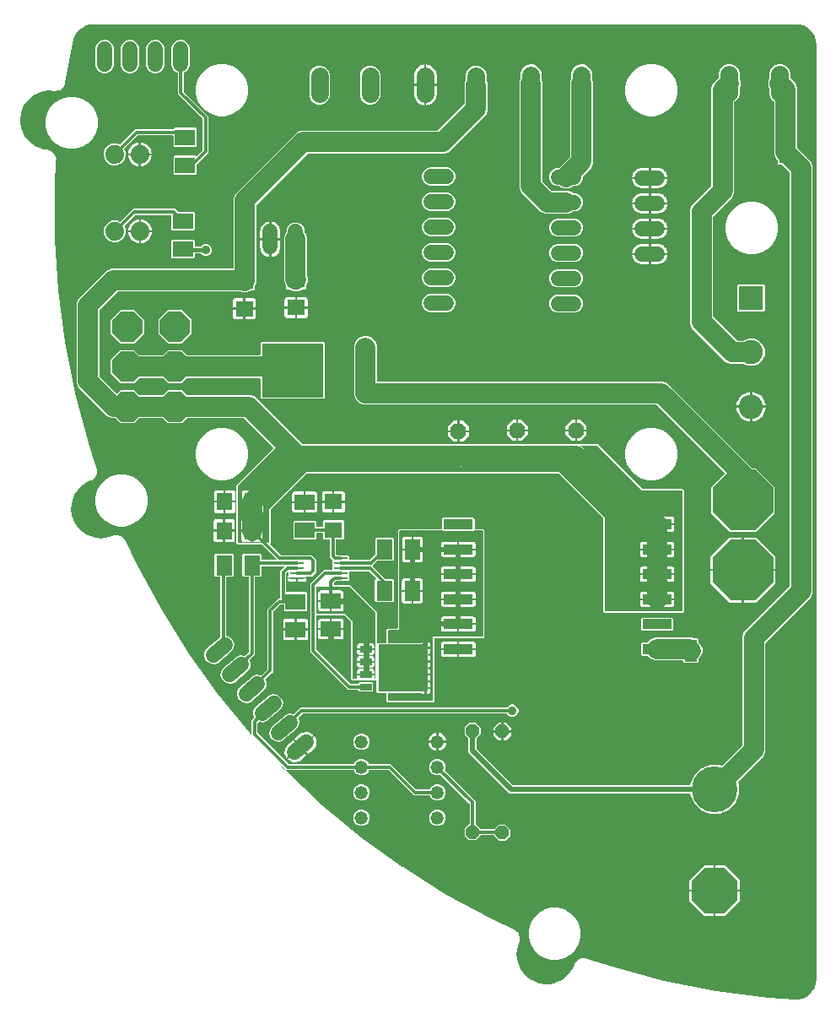
<source format=gbr>
G04 EAGLE Gerber RS-274X export*
G75*
%MOMM*%
%FSLAX34Y34*%
%LPD*%
%INTop Copper*%
%IPPOS*%
%AMOC8*
5,1,8,0,0,1.08239X$1,22.5*%
G01*
%ADD10P,1.732040X8X112.500000*%
%ADD11C,1.600200*%
%ADD12R,1.600000X1.800000*%
%ADD13R,1.800000X1.600000*%
%ADD14C,4.597400*%
%ADD15P,4.976180X8X292.500000*%
%ADD16R,1.270000X2.160000*%
%ADD17C,1.879600*%
%ADD18C,1.320800*%
%ADD19R,6.200000X5.400000*%
%ADD20R,1.600000X1.000000*%
%ADD21R,1.200000X0.650000*%
%ADD22R,0.500000X0.700000*%
%ADD23R,4.500000X4.700000*%
%ADD24R,2.430000X2.430000*%
%ADD25C,2.430000*%
%ADD26R,2.000000X1.600000*%
%ADD27R,1.600000X2.000000*%
%ADD28P,1.429621X8X112.500000*%
%ADD29P,1.429621X8X292.500000*%
%ADD30P,3.257886X8X22.500000*%
%ADD31C,1.790700*%
%ADD32R,2.950000X1.000000*%
%ADD33R,1.397000X0.279400*%
%ADD34C,1.524000*%
%ADD35P,6.511658X8X292.500000*%
%ADD36C,0.304800*%
%ADD37C,2.000000*%
%ADD38C,0.906400*%
%ADD39C,0.609600*%
%ADD40C,0.152400*%
%ADD41C,0.508000*%
%ADD42C,0.406400*%

G36*
X756597Y10016D02*
X756597Y10016D01*
X756642Y10026D01*
X756700Y10028D01*
X761815Y11135D01*
X761866Y11157D01*
X761944Y11181D01*
X766575Y13620D01*
X766618Y13655D01*
X766686Y13699D01*
X770493Y17290D01*
X770526Y17336D01*
X770580Y17397D01*
X773284Y21878D01*
X773303Y21930D01*
X773320Y21966D01*
X773329Y21979D01*
X773330Y21986D01*
X773339Y22004D01*
X774742Y27045D01*
X774746Y27091D01*
X774760Y27147D01*
X774938Y29762D01*
X774936Y29777D01*
X774937Y29785D01*
X774937Y29786D01*
X774939Y29797D01*
X774939Y968482D01*
X774936Y968497D01*
X774938Y968515D01*
X774772Y971039D01*
X774761Y971081D01*
X774756Y971137D01*
X773450Y976011D01*
X773426Y976060D01*
X773399Y976134D01*
X770876Y980504D01*
X770840Y980545D01*
X770795Y980609D01*
X767227Y984178D01*
X767181Y984208D01*
X767122Y984258D01*
X762751Y986782D01*
X762699Y986799D01*
X762629Y986832D01*
X757754Y988139D01*
X757710Y988141D01*
X757656Y988155D01*
X755133Y988320D01*
X755117Y988318D01*
X755100Y988321D01*
X51220Y988321D01*
X51216Y988320D01*
X51200Y988320D01*
X51198Y988321D01*
X51196Y988320D01*
X49122Y988321D01*
X49121Y988321D01*
X49096Y988321D01*
X49080Y988318D01*
X49062Y988320D01*
X46465Y988146D01*
X46421Y988134D01*
X46364Y988129D01*
X41357Y986747D01*
X41308Y986722D01*
X41231Y986694D01*
X36773Y984028D01*
X36732Y983991D01*
X36667Y983943D01*
X33080Y980186D01*
X33050Y980140D01*
X33000Y980076D01*
X30543Y975500D01*
X30537Y975481D01*
X30534Y975475D01*
X30531Y975460D01*
X30530Y975456D01*
X30504Y975405D01*
X29758Y972911D01*
X29757Y972895D01*
X29750Y972878D01*
X29716Y972730D01*
X29716Y972727D01*
X29715Y972723D01*
X25211Y951450D01*
X25211Y951443D01*
X25209Y951436D01*
X21282Y929964D01*
X21282Y929954D01*
X21279Y929944D01*
X21018Y928124D01*
X21000Y928093D01*
X20999Y928090D01*
X20997Y928088D01*
X20936Y927918D01*
X20930Y927882D01*
X19926Y926280D01*
X19924Y926275D01*
X19920Y926270D01*
X18958Y924646D01*
X18929Y924625D01*
X18927Y924622D01*
X18924Y924621D01*
X18803Y924488D01*
X18784Y924457D01*
X17246Y923363D01*
X17242Y923358D01*
X17236Y923355D01*
X15724Y922222D01*
X15688Y922213D01*
X15686Y922211D01*
X15683Y922211D01*
X15520Y922135D01*
X15490Y922113D01*
X13652Y921691D01*
X13647Y921689D01*
X13640Y921689D01*
X11808Y921220D01*
X11771Y921225D01*
X11769Y921225D01*
X11766Y921226D01*
X11586Y921217D01*
X11550Y921209D01*
X9785Y921507D01*
X9763Y921506D01*
X9739Y921512D01*
X5887Y921804D01*
X5842Y921798D01*
X5786Y921802D01*
X-1933Y920841D01*
X-1985Y920823D01*
X-2063Y920807D01*
X-2892Y920466D01*
X-4127Y919959D01*
X-5362Y919451D01*
X-6596Y918944D01*
X-7831Y918437D01*
X-9066Y917930D01*
X-9258Y917851D01*
X-9304Y917820D01*
X-9374Y917784D01*
X-15539Y913041D01*
X-15575Y912999D01*
X-15634Y912945D01*
X-20336Y906748D01*
X-20360Y906699D01*
X-20402Y906631D01*
X-22503Y901417D01*
X-22912Y900402D01*
X-23309Y899417D01*
X-23319Y899363D01*
X-23343Y899287D01*
X-24252Y891562D01*
X-24247Y891507D01*
X-24250Y891427D01*
X-23096Y883735D01*
X-23077Y883683D01*
X-23059Y883605D01*
X-19924Y876487D01*
X-19892Y876442D01*
X-19854Y876372D01*
X-14958Y870328D01*
X-14916Y870292D01*
X-14860Y870235D01*
X-8548Y865690D01*
X-8498Y865667D01*
X-8429Y865627D01*
X-7416Y865247D01*
X-4705Y864233D01*
X-1994Y863218D01*
X-1144Y862900D01*
X-1100Y862893D01*
X-1047Y862875D01*
X2764Y862265D01*
X2786Y862266D01*
X2811Y862260D01*
X4597Y862140D01*
X4632Y862123D01*
X4634Y862122D01*
X4636Y862120D01*
X4810Y862072D01*
X4848Y862069D01*
X6514Y861191D01*
X6519Y861190D01*
X6525Y861186D01*
X8220Y860347D01*
X8245Y860318D01*
X8247Y860316D01*
X8249Y860314D01*
X8272Y860296D01*
X8282Y860280D01*
X8325Y860254D01*
X8391Y860203D01*
X8424Y860185D01*
X9628Y858736D01*
X9633Y858732D01*
X9637Y858726D01*
X10880Y857304D01*
X10893Y857267D01*
X10894Y857265D01*
X10894Y857262D01*
X10983Y857105D01*
X11008Y857076D01*
X11566Y855275D01*
X11569Y855270D01*
X11570Y855263D01*
X12174Y853474D01*
X12171Y853436D01*
X12172Y853433D01*
X12171Y853430D01*
X12193Y853252D01*
X12204Y853215D01*
X12036Y851389D01*
X12037Y851379D01*
X12034Y851368D01*
X10725Y825426D01*
X10727Y825414D01*
X10724Y825401D01*
X10676Y773294D01*
X10679Y773279D01*
X10677Y773261D01*
X14066Y721265D01*
X14070Y721250D01*
X14069Y721232D01*
X20880Y669572D01*
X20885Y669557D01*
X20885Y669539D01*
X31089Y618442D01*
X31095Y618427D01*
X31096Y618409D01*
X44648Y568096D01*
X44653Y568085D01*
X44655Y568072D01*
X52645Y543351D01*
X52650Y543342D01*
X52652Y543331D01*
X53288Y541607D01*
X53286Y541573D01*
X53287Y541570D01*
X53286Y541568D01*
X53313Y541389D01*
X53324Y541357D01*
X53204Y539470D01*
X53205Y539465D01*
X53203Y539458D01*
X53129Y537568D01*
X53115Y537537D01*
X53114Y537534D01*
X53113Y537532D01*
X53070Y537357D01*
X53067Y537323D01*
X52235Y535628D01*
X52234Y535623D01*
X52230Y535617D01*
X51437Y533897D01*
X51412Y533874D01*
X51410Y533872D01*
X51408Y533870D01*
X51301Y533725D01*
X51286Y533695D01*
X49871Y532449D01*
X49867Y532444D01*
X49861Y532440D01*
X48469Y531153D01*
X48437Y531141D01*
X48434Y531140D01*
X48431Y531139D01*
X48277Y531046D01*
X48252Y531024D01*
X46554Y530444D01*
X46535Y530433D01*
X46511Y530427D01*
X42989Y528854D01*
X42952Y528828D01*
X42901Y528804D01*
X36579Y524296D01*
X36541Y524256D01*
X36480Y524204D01*
X31565Y518192D01*
X31540Y518144D01*
X31495Y518078D01*
X28333Y510986D01*
X28321Y510932D01*
X28295Y510857D01*
X27108Y503183D01*
X27110Y503128D01*
X27105Y503048D01*
X27977Y495332D01*
X27994Y495280D01*
X28009Y495202D01*
X30879Y487986D01*
X30909Y487940D01*
X30945Y487869D01*
X35610Y481662D01*
X35651Y481625D01*
X35704Y481566D01*
X41836Y476802D01*
X41886Y476778D01*
X41953Y476735D01*
X49122Y473751D01*
X49176Y473740D01*
X49251Y473716D01*
X56953Y472721D01*
X57007Y472725D01*
X57087Y472722D01*
X64779Y473786D01*
X64821Y473801D01*
X64877Y473810D01*
X68512Y475084D01*
X68531Y475095D01*
X68556Y475101D01*
X70182Y475845D01*
X70223Y475847D01*
X70225Y475847D01*
X70228Y475847D01*
X70403Y475887D01*
X70440Y475903D01*
X72317Y475923D01*
X72323Y475924D01*
X72330Y475923D01*
X74222Y475992D01*
X74260Y475978D01*
X74262Y475977D01*
X74265Y475976D01*
X74442Y475946D01*
X74482Y475946D01*
X76223Y475247D01*
X76229Y475246D01*
X76235Y475242D01*
X78010Y474581D01*
X78040Y474554D01*
X78042Y474552D01*
X78043Y474550D01*
X78196Y474454D01*
X78232Y474440D01*
X79574Y473127D01*
X79579Y473123D01*
X79583Y473118D01*
X80970Y471828D01*
X80987Y471791D01*
X80988Y471789D01*
X80989Y471787D01*
X81093Y471640D01*
X81121Y471612D01*
X81839Y469931D01*
X81845Y469922D01*
X81848Y469911D01*
X92827Y446897D01*
X92834Y446888D01*
X92839Y446875D01*
X117080Y401834D01*
X117090Y401822D01*
X117096Y401806D01*
X144203Y358430D01*
X144214Y358419D01*
X144222Y358403D01*
X174081Y316873D01*
X174093Y316863D01*
X174101Y316847D01*
X206588Y277339D01*
X206600Y277329D01*
X206610Y277314D01*
X207424Y276446D01*
X207431Y276441D01*
X207435Y276436D01*
X207436Y276435D01*
X207439Y276430D01*
X207514Y276382D01*
X207587Y276330D01*
X207598Y276327D01*
X207607Y276321D01*
X207695Y276305D01*
X207783Y276286D01*
X207794Y276288D01*
X207804Y276286D01*
X207892Y276305D01*
X207980Y276321D01*
X207989Y276327D01*
X208000Y276329D01*
X208073Y276381D01*
X208148Y276430D01*
X208154Y276439D01*
X208163Y276445D01*
X208211Y276521D01*
X208261Y276595D01*
X208263Y276606D01*
X208269Y276615D01*
X208300Y276784D01*
X208301Y276792D01*
X208301Y276793D01*
X208301Y290001D01*
X210600Y292299D01*
X210647Y292370D01*
X210698Y292438D01*
X210702Y292453D01*
X210711Y292466D01*
X210727Y292550D01*
X210748Y292632D01*
X210746Y292649D01*
X210749Y292663D01*
X210737Y292718D01*
X210725Y292811D01*
X209648Y296228D01*
X209965Y299852D01*
X211645Y303079D01*
X226106Y315214D01*
X229576Y316308D01*
X233200Y315991D01*
X236427Y314311D01*
X238765Y311524D01*
X239859Y308054D01*
X239542Y304430D01*
X237862Y301203D01*
X223401Y289069D01*
X219931Y287975D01*
X216307Y288292D01*
X215919Y288494D01*
X215891Y288502D01*
X215867Y288517D01*
X215796Y288529D01*
X215727Y288549D01*
X215698Y288546D01*
X215669Y288551D01*
X215599Y288534D01*
X215527Y288526D01*
X215502Y288512D01*
X215474Y288505D01*
X215402Y288455D01*
X215353Y288427D01*
X215342Y288414D01*
X215326Y288402D01*
X214547Y287624D01*
X214543Y287617D01*
X214537Y287612D01*
X214488Y287534D01*
X214436Y287457D01*
X214435Y287449D01*
X214431Y287442D01*
X214399Y287265D01*
X214399Y277623D01*
X214400Y277615D01*
X214399Y277607D01*
X214420Y277518D01*
X214438Y277426D01*
X214443Y277420D01*
X214445Y277412D01*
X214547Y277264D01*
X245414Y246397D01*
X245421Y246393D01*
X245425Y246387D01*
X245504Y246338D01*
X245581Y246286D01*
X245589Y246285D01*
X245596Y246281D01*
X245773Y246249D01*
X310625Y246249D01*
X310632Y246250D01*
X310638Y246249D01*
X310730Y246270D01*
X310822Y246288D01*
X310827Y246292D01*
X310834Y246293D01*
X310910Y246348D01*
X310988Y246401D01*
X310991Y246406D01*
X310997Y246410D01*
X311094Y246562D01*
X311609Y247805D01*
X313895Y250091D01*
X314805Y250468D01*
X316029Y250975D01*
X316883Y251329D01*
X320117Y251329D01*
X323105Y250091D01*
X325391Y247805D01*
X325906Y246562D01*
X325910Y246556D01*
X325911Y246550D01*
X325966Y246473D01*
X326018Y246395D01*
X326023Y246392D01*
X326027Y246387D01*
X326107Y246337D01*
X326185Y246285D01*
X326192Y246284D01*
X326197Y246281D01*
X326375Y246249D01*
X348063Y246249D01*
X373314Y220997D01*
X373321Y220993D01*
X373325Y220987D01*
X373404Y220938D01*
X373481Y220886D01*
X373489Y220885D01*
X373496Y220881D01*
X373673Y220849D01*
X386825Y220849D01*
X386832Y220850D01*
X386838Y220849D01*
X386930Y220870D01*
X387022Y220888D01*
X387027Y220892D01*
X387034Y220893D01*
X387110Y220948D01*
X387188Y221001D01*
X387191Y221006D01*
X387197Y221010D01*
X387294Y221162D01*
X387809Y222405D01*
X390095Y224691D01*
X391095Y225105D01*
X392320Y225613D01*
X393083Y225929D01*
X396317Y225929D01*
X399305Y224691D01*
X401591Y222405D01*
X402829Y219417D01*
X402829Y216183D01*
X401591Y213195D01*
X399305Y210909D01*
X399098Y210823D01*
X397873Y210316D01*
X396649Y209809D01*
X396648Y209809D01*
X396317Y209671D01*
X393083Y209671D01*
X390095Y210909D01*
X387809Y213195D01*
X387294Y214438D01*
X387290Y214444D01*
X387289Y214450D01*
X387234Y214527D01*
X387182Y214605D01*
X387177Y214608D01*
X387173Y214613D01*
X387093Y214663D01*
X387015Y214715D01*
X387008Y214716D01*
X387003Y214719D01*
X386825Y214751D01*
X370937Y214751D01*
X345686Y240003D01*
X345679Y240007D01*
X345675Y240013D01*
X345596Y240062D01*
X345519Y240114D01*
X345511Y240115D01*
X345504Y240119D01*
X345327Y240151D01*
X326375Y240151D01*
X326368Y240150D01*
X326362Y240151D01*
X326270Y240130D01*
X326178Y240112D01*
X326173Y240108D01*
X326166Y240107D01*
X326090Y240052D01*
X326012Y239999D01*
X326009Y239994D01*
X326003Y239990D01*
X325906Y239838D01*
X325391Y238595D01*
X323105Y236309D01*
X322807Y236186D01*
X321583Y235678D01*
X321582Y235678D01*
X320358Y235171D01*
X320117Y235071D01*
X316883Y235071D01*
X313895Y236309D01*
X311609Y238595D01*
X311094Y239838D01*
X311090Y239844D01*
X311089Y239850D01*
X311034Y239927D01*
X310982Y240005D01*
X310977Y240008D01*
X310973Y240013D01*
X310893Y240063D01*
X310815Y240115D01*
X310808Y240116D01*
X310803Y240119D01*
X310625Y240151D01*
X243037Y240151D01*
X239726Y243462D01*
X239649Y243513D01*
X239574Y243567D01*
X239566Y243568D01*
X239559Y243573D01*
X239469Y243590D01*
X239379Y243611D01*
X239371Y243609D01*
X239362Y243611D01*
X239273Y243592D01*
X239182Y243575D01*
X239175Y243571D01*
X239166Y243569D01*
X239091Y243516D01*
X239013Y243466D01*
X239009Y243459D01*
X239002Y243455D01*
X238952Y243377D01*
X238900Y243301D01*
X238899Y243293D01*
X238894Y243286D01*
X238879Y243195D01*
X238860Y243104D01*
X238862Y243096D01*
X238861Y243088D01*
X238882Y242998D01*
X238900Y242908D01*
X238904Y242900D01*
X238906Y242893D01*
X238953Y242825D01*
X238998Y242757D01*
X241587Y239993D01*
X241600Y239984D01*
X241611Y239970D01*
X278932Y204993D01*
X278945Y204984D01*
X278957Y204971D01*
X318465Y172484D01*
X318478Y172477D01*
X318491Y172464D01*
X360020Y142604D01*
X360034Y142598D01*
X360047Y142586D01*
X403423Y115479D01*
X403438Y115473D01*
X403452Y115462D01*
X448492Y91221D01*
X448504Y91218D01*
X448514Y91210D01*
X471532Y80229D01*
X471541Y80227D01*
X471551Y80221D01*
X473234Y79501D01*
X473259Y79475D01*
X473262Y79473D01*
X473263Y79471D01*
X473411Y79368D01*
X473446Y79352D01*
X474738Y77963D01*
X474743Y77959D01*
X474747Y77954D01*
X476060Y76611D01*
X476073Y76577D01*
X476075Y76575D01*
X476075Y76572D01*
X476173Y76420D01*
X476198Y76393D01*
X476861Y74613D01*
X476864Y74608D01*
X476866Y74601D01*
X477564Y72860D01*
X477564Y72823D01*
X477564Y72820D01*
X477564Y72817D01*
X477596Y72640D01*
X477609Y72604D01*
X477540Y70708D01*
X477541Y70702D01*
X477540Y70695D01*
X477519Y68818D01*
X477505Y68784D01*
X477504Y68781D01*
X477502Y68779D01*
X477464Y68603D01*
X477463Y68565D01*
X476717Y66935D01*
X476712Y66914D01*
X476700Y66892D01*
X475422Y63250D01*
X475416Y63205D01*
X475398Y63152D01*
X474328Y55447D01*
X474332Y55392D01*
X474328Y55313D01*
X475321Y47598D01*
X475338Y47546D01*
X475355Y47468D01*
X478341Y40285D01*
X478372Y40240D01*
X478409Y40169D01*
X483178Y34024D01*
X483207Y33999D01*
X483227Y33970D01*
X483247Y33958D01*
X483273Y33930D01*
X489490Y29254D01*
X489539Y29230D01*
X489607Y29188D01*
X496834Y26311D01*
X496834Y26310D01*
X496888Y26301D01*
X496964Y26278D01*
X504693Y25401D01*
X504748Y25406D01*
X504827Y25404D01*
X512515Y26589D01*
X512566Y26608D01*
X512644Y26627D01*
X519749Y29792D01*
X519794Y29824D01*
X519864Y29862D01*
X525888Y34783D01*
X525923Y34826D01*
X525980Y34881D01*
X530499Y41212D01*
X530517Y41253D01*
X530549Y41300D01*
X532125Y44826D01*
X532130Y44847D01*
X532142Y44869D01*
X532720Y46563D01*
X532745Y46591D01*
X532746Y46593D01*
X532749Y46595D01*
X532840Y46750D01*
X532853Y46786D01*
X534136Y48172D01*
X534139Y48177D01*
X534144Y48181D01*
X535391Y49598D01*
X535424Y49614D01*
X535426Y49616D01*
X535429Y49617D01*
X535549Y49707D01*
X535553Y49709D01*
X535553Y49710D01*
X535573Y49725D01*
X535598Y49752D01*
X537311Y50541D01*
X537316Y50545D01*
X537322Y50546D01*
X539019Y51380D01*
X539056Y51382D01*
X539059Y51383D01*
X539062Y51382D01*
X539236Y51427D01*
X539270Y51443D01*
X541152Y51516D01*
X541158Y51517D01*
X541164Y51517D01*
X543053Y51637D01*
X543089Y51625D01*
X543091Y51625D01*
X543094Y51623D01*
X543272Y51598D01*
X543309Y51600D01*
X545026Y50965D01*
X545036Y50964D01*
X545046Y50958D01*
X570368Y42791D01*
X570380Y42789D01*
X570393Y42783D01*
X621939Y28999D01*
X621955Y28998D01*
X621972Y28991D01*
X674332Y18721D01*
X674348Y18721D01*
X674365Y18715D01*
X727299Y12005D01*
X727311Y12006D01*
X727325Y12003D01*
X753932Y9993D01*
X753934Y9994D01*
X753936Y9993D01*
X753938Y9993D01*
X753957Y9995D01*
X753977Y9992D01*
X756597Y10016D01*
G37*
%LPC*%
G36*
X199980Y307749D02*
X199980Y307749D01*
X196753Y309429D01*
X194415Y312216D01*
X193321Y315686D01*
X193638Y319310D01*
X195318Y322537D01*
X209779Y334671D01*
X213249Y335765D01*
X216873Y335448D01*
X217261Y335246D01*
X217289Y335238D01*
X217313Y335223D01*
X217384Y335211D01*
X217453Y335191D01*
X217482Y335194D01*
X217511Y335189D01*
X217581Y335206D01*
X217653Y335214D01*
X217678Y335228D01*
X217706Y335235D01*
X217778Y335285D01*
X217827Y335313D01*
X217838Y335326D01*
X217854Y335337D01*
X223753Y341236D01*
X223757Y341243D01*
X223763Y341248D01*
X223812Y341326D01*
X223864Y341403D01*
X223865Y341411D01*
X223869Y341418D01*
X223901Y341595D01*
X223901Y401313D01*
X234837Y412249D01*
X236444Y412249D01*
X236449Y412250D01*
X236454Y412249D01*
X236547Y412270D01*
X236641Y412288D01*
X236645Y412291D01*
X236650Y412292D01*
X236728Y412348D01*
X236806Y412401D01*
X236809Y412405D01*
X236813Y412408D01*
X236864Y412490D01*
X236916Y412569D01*
X236916Y412574D01*
X236919Y412579D01*
X236951Y412756D01*
X236951Y439963D01*
X238886Y441897D01*
X240954Y443965D01*
X240955Y443968D01*
X240957Y443969D01*
X241010Y444050D01*
X241065Y444132D01*
X241065Y444135D01*
X241067Y444137D01*
X241084Y444233D01*
X241102Y444329D01*
X241102Y444332D01*
X241102Y444334D01*
X241081Y444431D01*
X241061Y444525D01*
X241059Y444527D01*
X241059Y444530D01*
X241002Y444610D01*
X240946Y444690D01*
X240944Y444691D01*
X240943Y444693D01*
X240860Y444745D01*
X240777Y444797D01*
X240775Y444798D01*
X240772Y444799D01*
X240595Y444831D01*
X218712Y444831D01*
X218707Y444830D01*
X218702Y444831D01*
X218609Y444810D01*
X218515Y444792D01*
X218511Y444789D01*
X218506Y444788D01*
X218428Y444732D01*
X218350Y444679D01*
X218347Y444675D01*
X218343Y444672D01*
X218292Y444590D01*
X218240Y444511D01*
X218240Y444506D01*
X218237Y444501D01*
X218205Y444324D01*
X218205Y434898D01*
X217312Y434005D01*
X212236Y434005D01*
X212231Y434004D01*
X212226Y434005D01*
X212133Y433984D01*
X212039Y433966D01*
X212035Y433963D01*
X212030Y433962D01*
X211952Y433906D01*
X211874Y433853D01*
X211871Y433849D01*
X211867Y433846D01*
X211816Y433764D01*
X211764Y433685D01*
X211764Y433680D01*
X211761Y433675D01*
X211729Y433498D01*
X211729Y356374D01*
X209794Y354439D01*
X206253Y350898D01*
X206206Y350827D01*
X206155Y350760D01*
X206151Y350744D01*
X206142Y350731D01*
X206126Y350648D01*
X206105Y350566D01*
X206107Y350549D01*
X206105Y350534D01*
X206116Y350479D01*
X206128Y350387D01*
X207205Y346969D01*
X206888Y343345D01*
X205209Y340118D01*
X190747Y327984D01*
X187278Y326890D01*
X183653Y327207D01*
X180426Y328887D01*
X178088Y331674D01*
X176994Y335143D01*
X177311Y338767D01*
X178991Y341994D01*
X193452Y354129D01*
X196922Y355223D01*
X200546Y354906D01*
X200934Y354704D01*
X200962Y354696D01*
X200986Y354680D01*
X201057Y354668D01*
X201127Y354648D01*
X201155Y354652D01*
X201184Y354647D01*
X201254Y354663D01*
X201326Y354672D01*
X201351Y354686D01*
X201379Y354692D01*
X201451Y354743D01*
X201500Y354770D01*
X201511Y354784D01*
X201527Y354795D01*
X205483Y358751D01*
X205487Y358757D01*
X205493Y358762D01*
X205542Y358841D01*
X205594Y358918D01*
X205595Y358925D01*
X205599Y358932D01*
X205631Y359109D01*
X205631Y433498D01*
X205630Y433503D01*
X205631Y433508D01*
X205610Y433601D01*
X205592Y433695D01*
X205589Y433699D01*
X205588Y433704D01*
X205532Y433782D01*
X205479Y433860D01*
X205475Y433863D01*
X205472Y433867D01*
X205390Y433918D01*
X205311Y433970D01*
X205306Y433970D01*
X205301Y433973D01*
X205124Y434005D01*
X200048Y434005D01*
X199155Y434898D01*
X199155Y456162D01*
X200048Y457055D01*
X217312Y457055D01*
X218205Y456162D01*
X218205Y451436D01*
X218206Y451431D01*
X218205Y451426D01*
X218226Y451333D01*
X218244Y451239D01*
X218247Y451235D01*
X218248Y451230D01*
X218304Y451152D01*
X218357Y451074D01*
X218361Y451071D01*
X218364Y451067D01*
X218446Y451016D01*
X218525Y450964D01*
X218530Y450964D01*
X218535Y450961D01*
X218712Y450929D01*
X232635Y450929D01*
X232638Y450929D01*
X232640Y450929D01*
X232735Y450949D01*
X232832Y450968D01*
X232834Y450970D01*
X232836Y450970D01*
X232917Y451026D01*
X232997Y451081D01*
X232999Y451083D01*
X233001Y451085D01*
X233054Y451168D01*
X233107Y451249D01*
X233107Y451252D01*
X233109Y451254D01*
X233125Y451350D01*
X233142Y451446D01*
X233142Y451449D01*
X233142Y451451D01*
X233120Y451545D01*
X233099Y451642D01*
X233097Y451644D01*
X233097Y451647D01*
X232994Y451795D01*
X218670Y466119D01*
X218663Y466123D01*
X218659Y466129D01*
X218580Y466178D01*
X218503Y466230D01*
X218495Y466231D01*
X218488Y466235D01*
X218311Y466267D01*
X194158Y466267D01*
X192967Y467458D01*
X192967Y525842D01*
X194307Y527181D01*
X230055Y562929D01*
X230058Y562934D01*
X230062Y562937D01*
X230113Y563017D01*
X230166Y563096D01*
X230167Y563102D01*
X230170Y563106D01*
X230185Y563200D01*
X230203Y563293D01*
X230202Y563298D01*
X230203Y563304D01*
X230181Y563396D01*
X230162Y563489D01*
X230159Y563494D01*
X230158Y563499D01*
X230055Y563647D01*
X200807Y592895D01*
X200800Y592899D01*
X200796Y592905D01*
X200717Y592954D01*
X200640Y593006D01*
X200632Y593007D01*
X200625Y593011D01*
X200448Y593043D01*
X143501Y593043D01*
X143493Y593042D01*
X143485Y593043D01*
X143396Y593022D01*
X143304Y593004D01*
X143298Y592999D01*
X143290Y592997D01*
X143142Y592895D01*
X138241Y587994D01*
X124511Y587994D01*
X119610Y592895D01*
X119603Y592899D01*
X119599Y592905D01*
X119520Y592954D01*
X119443Y593006D01*
X119435Y593007D01*
X119428Y593011D01*
X119251Y593043D01*
X95749Y593043D01*
X95741Y593042D01*
X95733Y593043D01*
X95644Y593022D01*
X95552Y593004D01*
X95546Y592999D01*
X95538Y592997D01*
X95390Y592895D01*
X90489Y587994D01*
X76759Y587994D01*
X71858Y592895D01*
X71851Y592899D01*
X71847Y592905D01*
X71768Y592954D01*
X71691Y593006D01*
X71683Y593007D01*
X71676Y593011D01*
X71499Y593043D01*
X67640Y593043D01*
X63404Y594798D01*
X34289Y623912D01*
X32535Y628148D01*
X32535Y708352D01*
X34289Y712588D01*
X63072Y741370D01*
X63351Y741486D01*
X64575Y741993D01*
X64576Y741993D01*
X65800Y742500D01*
X67025Y743008D01*
X67308Y743125D01*
X189568Y743125D01*
X189573Y743126D01*
X189578Y743125D01*
X189671Y743146D01*
X189765Y743164D01*
X189769Y743167D01*
X189774Y743168D01*
X189852Y743224D01*
X189930Y743277D01*
X189933Y743281D01*
X189937Y743284D01*
X189988Y743366D01*
X190040Y743445D01*
X190040Y743450D01*
X190043Y743455D01*
X190075Y743632D01*
X190075Y813892D01*
X191830Y818128D01*
X253472Y879770D01*
X253942Y879965D01*
X255167Y880472D01*
X256391Y880980D01*
X257616Y881487D01*
X257708Y881525D01*
X395016Y881525D01*
X395024Y881526D01*
X395032Y881525D01*
X395122Y881546D01*
X395213Y881564D01*
X395219Y881569D01*
X395227Y881571D01*
X395375Y881673D01*
X421727Y908025D01*
X421731Y908032D01*
X421737Y908036D01*
X421786Y908115D01*
X421838Y908192D01*
X421839Y908200D01*
X421843Y908207D01*
X421875Y908384D01*
X421875Y929642D01*
X422883Y932076D01*
X422885Y932085D01*
X422890Y932093D01*
X422922Y932270D01*
X422922Y938388D01*
X424517Y942239D01*
X427465Y945187D01*
X427981Y945400D01*
X429205Y945908D01*
X430430Y946415D01*
X431316Y946782D01*
X435484Y946782D01*
X439335Y945187D01*
X442283Y942239D01*
X443878Y938388D01*
X443878Y932270D01*
X443880Y932261D01*
X443879Y932252D01*
X443917Y932076D01*
X444925Y929642D01*
X444925Y901108D01*
X443170Y896872D01*
X406528Y860230D01*
X406222Y860103D01*
X404998Y859596D01*
X403773Y859089D01*
X402549Y858581D01*
X402548Y858581D01*
X402292Y858475D01*
X264984Y858475D01*
X264976Y858474D01*
X264968Y858475D01*
X264878Y858454D01*
X264787Y858436D01*
X264781Y858431D01*
X264773Y858429D01*
X264625Y858327D01*
X213273Y806975D01*
X213269Y806968D01*
X213263Y806964D01*
X213214Y806885D01*
X213162Y806808D01*
X213161Y806800D01*
X213157Y806793D01*
X213125Y806616D01*
X213125Y729308D01*
X211563Y725538D01*
X211562Y725529D01*
X211557Y725521D01*
X211525Y725344D01*
X211525Y722368D01*
X210632Y721475D01*
X207984Y721475D01*
X207976Y721474D01*
X207968Y721475D01*
X207878Y721454D01*
X207787Y721436D01*
X207781Y721431D01*
X207773Y721429D01*
X207625Y721327D01*
X207528Y721230D01*
X207255Y721117D01*
X206030Y720609D01*
X204806Y720102D01*
X203581Y719595D01*
X203292Y719475D01*
X198708Y719475D01*
X197352Y720037D01*
X197343Y720038D01*
X197335Y720043D01*
X197158Y720075D01*
X74584Y720075D01*
X74576Y720074D01*
X74568Y720075D01*
X74478Y720054D01*
X74387Y720036D01*
X74381Y720031D01*
X74373Y720029D01*
X74225Y719927D01*
X55733Y701435D01*
X55729Y701428D01*
X55722Y701423D01*
X55673Y701345D01*
X55622Y701268D01*
X55621Y701260D01*
X55616Y701253D01*
X55584Y701076D01*
X55584Y635424D01*
X55585Y635422D01*
X55585Y635421D01*
X55586Y635415D01*
X55585Y635409D01*
X55606Y635319D01*
X55624Y635228D01*
X55628Y635221D01*
X55630Y635213D01*
X55733Y635065D01*
X72849Y617950D01*
X72853Y617947D01*
X72856Y617942D01*
X72937Y617891D01*
X73016Y617839D01*
X73021Y617838D01*
X73025Y617835D01*
X73119Y617819D01*
X73213Y617801D01*
X73218Y617802D01*
X73223Y617801D01*
X73315Y617823D01*
X73409Y617843D01*
X73413Y617846D01*
X73418Y617847D01*
X73566Y617950D01*
X76759Y621142D01*
X90489Y621142D01*
X95390Y616241D01*
X95397Y616237D01*
X95401Y616231D01*
X95480Y616182D01*
X95557Y616130D01*
X95565Y616129D01*
X95572Y616125D01*
X95749Y616093D01*
X119251Y616093D01*
X119259Y616094D01*
X119267Y616093D01*
X119356Y616114D01*
X119448Y616132D01*
X119454Y616137D01*
X119462Y616139D01*
X119610Y616241D01*
X124511Y621142D01*
X138241Y621142D01*
X143142Y616241D01*
X143149Y616237D01*
X143153Y616231D01*
X143232Y616182D01*
X143309Y616130D01*
X143317Y616129D01*
X143324Y616125D01*
X143501Y616093D01*
X207724Y616093D01*
X211960Y614338D01*
X258787Y567511D01*
X258794Y567507D01*
X258798Y567501D01*
X258877Y567452D01*
X258954Y567400D01*
X258962Y567399D01*
X258969Y567395D01*
X259146Y567363D01*
X555512Y567363D01*
X600693Y522181D01*
X600700Y522177D01*
X600705Y522171D01*
X600783Y522122D01*
X600860Y522070D01*
X600868Y522069D01*
X600875Y522065D01*
X601052Y522033D01*
X640842Y522033D01*
X642033Y520842D01*
X642033Y399158D01*
X640842Y397967D01*
X562358Y397967D01*
X561167Y399158D01*
X561167Y493048D01*
X561166Y493056D01*
X561167Y493063D01*
X561146Y493153D01*
X561128Y493244D01*
X561123Y493251D01*
X561121Y493259D01*
X561019Y493407D01*
X516807Y537619D01*
X516800Y537623D01*
X516795Y537629D01*
X516717Y537678D01*
X516640Y537730D01*
X516632Y537731D01*
X516625Y537735D01*
X516448Y537767D01*
X263852Y537767D01*
X263844Y537766D01*
X263837Y537767D01*
X263747Y537746D01*
X263656Y537728D01*
X263649Y537723D01*
X263641Y537721D01*
X263493Y537619D01*
X227581Y501707D01*
X227577Y501700D01*
X227571Y501695D01*
X227522Y501617D01*
X227470Y501540D01*
X227469Y501532D01*
X227465Y501525D01*
X227433Y501348D01*
X227433Y467458D01*
X227052Y467077D01*
X227049Y467073D01*
X227045Y467070D01*
X226993Y466989D01*
X226941Y466910D01*
X226940Y466905D01*
X226937Y466901D01*
X226921Y466807D01*
X226903Y466713D01*
X226904Y466708D01*
X226903Y466703D01*
X226925Y466610D01*
X226945Y466517D01*
X226948Y466513D01*
X226949Y466508D01*
X227052Y466360D01*
X237508Y455903D01*
X237515Y455899D01*
X237519Y455893D01*
X237598Y455844D01*
X237675Y455792D01*
X237683Y455791D01*
X237690Y455787D01*
X237867Y455755D01*
X268557Y455755D01*
X270491Y453820D01*
X271114Y453197D01*
X273049Y451263D01*
X273049Y438737D01*
X268983Y434671D01*
X263989Y434671D01*
X263984Y434670D01*
X263979Y434671D01*
X263886Y434650D01*
X263792Y434632D01*
X263788Y434629D01*
X263783Y434628D01*
X263705Y434572D01*
X263627Y434519D01*
X263624Y434515D01*
X263620Y434512D01*
X263569Y434430D01*
X263517Y434351D01*
X263517Y434346D01*
X263514Y434341D01*
X263482Y434164D01*
X263482Y433592D01*
X254147Y433592D01*
X254142Y433591D01*
X254136Y433592D01*
X254043Y433571D01*
X253956Y433553D01*
X253952Y433556D01*
X253947Y433557D01*
X253943Y433560D01*
X253765Y433592D01*
X244430Y433592D01*
X244430Y434625D01*
X244603Y435272D01*
X244938Y435851D01*
X245298Y436211D01*
X245302Y436217D01*
X245308Y436222D01*
X245357Y436301D01*
X245409Y436378D01*
X245410Y436386D01*
X245414Y436392D01*
X245446Y436570D01*
X245446Y438610D01*
X245446Y438613D01*
X245446Y438615D01*
X245426Y438710D01*
X245407Y438807D01*
X245405Y438809D01*
X245405Y438811D01*
X245349Y438892D01*
X245294Y438972D01*
X245292Y438974D01*
X245290Y438976D01*
X245207Y439029D01*
X245126Y439082D01*
X245123Y439082D01*
X245121Y439084D01*
X245025Y439100D01*
X244929Y439117D01*
X244926Y439117D01*
X244924Y439117D01*
X244829Y439095D01*
X244733Y439074D01*
X244731Y439072D01*
X244728Y439072D01*
X244580Y438969D01*
X243197Y437586D01*
X243193Y437579D01*
X243187Y437575D01*
X243138Y437496D01*
X243086Y437419D01*
X243085Y437411D01*
X243081Y437404D01*
X243049Y437227D01*
X243049Y419232D01*
X243050Y419227D01*
X243049Y419222D01*
X243070Y419129D01*
X243088Y419035D01*
X243091Y419031D01*
X243092Y419026D01*
X243148Y418948D01*
X243201Y418870D01*
X243205Y418867D01*
X243208Y418863D01*
X243290Y418812D01*
X243369Y418760D01*
X243374Y418760D01*
X243379Y418757D01*
X243556Y418725D01*
X263032Y418725D01*
X263925Y417832D01*
X263925Y400568D01*
X263032Y399675D01*
X241768Y399675D01*
X240875Y400568D01*
X240875Y405644D01*
X240874Y405649D01*
X240875Y405654D01*
X240854Y405747D01*
X240836Y405841D01*
X240833Y405845D01*
X240832Y405850D01*
X240776Y405928D01*
X240723Y406006D01*
X240719Y406009D01*
X240716Y406013D01*
X240634Y406064D01*
X240555Y406116D01*
X240550Y406116D01*
X240545Y406119D01*
X240368Y406151D01*
X237573Y406151D01*
X237565Y406150D01*
X237557Y406151D01*
X237468Y406130D01*
X237376Y406112D01*
X237370Y406107D01*
X237362Y406105D01*
X237214Y406003D01*
X230147Y398936D01*
X230143Y398929D01*
X230137Y398925D01*
X230088Y398846D01*
X230036Y398769D01*
X230035Y398761D01*
X230031Y398754D01*
X229999Y398577D01*
X229999Y338859D01*
X228064Y336925D01*
X222580Y331441D01*
X222577Y331436D01*
X222563Y331414D01*
X222533Y331370D01*
X222482Y331302D01*
X222478Y331287D01*
X222469Y331274D01*
X222468Y331269D01*
X222467Y331268D01*
X222458Y331215D01*
X222453Y331190D01*
X222432Y331108D01*
X222434Y331091D01*
X222431Y331077D01*
X222432Y331073D01*
X222432Y331071D01*
X222444Y331017D01*
X222455Y330929D01*
X223532Y327512D01*
X223215Y323888D01*
X221535Y320661D01*
X207074Y308526D01*
X203604Y307432D01*
X199980Y307749D01*
G37*
%LPD*%
G36*
X640005Y399494D02*
X640005Y399494D01*
X640010Y399493D01*
X640103Y399514D01*
X640197Y399532D01*
X640201Y399535D01*
X640206Y399536D01*
X640284Y399592D01*
X640362Y399645D01*
X640365Y399649D01*
X640369Y399652D01*
X640420Y399734D01*
X640472Y399813D01*
X640472Y399818D01*
X640475Y399823D01*
X640507Y400000D01*
X640507Y520000D01*
X640506Y520005D01*
X640507Y520010D01*
X640486Y520103D01*
X640468Y520197D01*
X640465Y520201D01*
X640464Y520206D01*
X640408Y520284D01*
X640355Y520362D01*
X640351Y520365D01*
X640348Y520369D01*
X640266Y520420D01*
X640187Y520472D01*
X640182Y520472D01*
X640177Y520475D01*
X640000Y520507D01*
X600210Y520507D01*
X555029Y565689D01*
X555022Y565693D01*
X555018Y565699D01*
X554939Y565748D01*
X554862Y565800D01*
X554854Y565801D01*
X554847Y565805D01*
X554670Y565837D01*
X538749Y565837D01*
X538668Y565821D01*
X538587Y565811D01*
X538571Y565801D01*
X538552Y565798D01*
X538485Y565752D01*
X538413Y565711D01*
X538402Y565696D01*
X538386Y565685D01*
X538342Y565616D01*
X538292Y565551D01*
X538287Y565533D01*
X538277Y565517D01*
X538263Y565436D01*
X538242Y565357D01*
X538245Y565338D01*
X538242Y565320D01*
X538259Y565239D01*
X538271Y565159D01*
X538281Y565143D01*
X538285Y565124D01*
X538333Y565057D01*
X538375Y564987D01*
X538391Y564975D01*
X538401Y564961D01*
X538449Y564931D01*
X538518Y564878D01*
X539425Y564416D01*
X540767Y563441D01*
X541941Y562267D01*
X542916Y560925D01*
X543669Y559447D01*
X544182Y557868D01*
X544412Y556415D01*
X534408Y556415D01*
X534403Y556414D01*
X534398Y556415D01*
X534305Y556394D01*
X534212Y556376D01*
X534207Y556373D01*
X534202Y556372D01*
X534124Y556316D01*
X534046Y556263D01*
X534043Y556259D01*
X534039Y556256D01*
X533988Y556174D01*
X533937Y556095D01*
X533936Y556090D01*
X533933Y556085D01*
X533901Y555908D01*
X533901Y555399D01*
X533899Y555399D01*
X533899Y555908D01*
X533898Y555913D01*
X533899Y555918D01*
X533878Y556011D01*
X533860Y556104D01*
X533857Y556109D01*
X533855Y556114D01*
X533800Y556192D01*
X533747Y556270D01*
X533742Y556273D01*
X533739Y556277D01*
X533658Y556328D01*
X533579Y556379D01*
X533574Y556380D01*
X533569Y556383D01*
X533392Y556415D01*
X523388Y556415D01*
X523618Y557868D01*
X524131Y559447D01*
X524884Y560925D01*
X525859Y562267D01*
X527033Y563441D01*
X528375Y564416D01*
X529282Y564878D01*
X529346Y564929D01*
X529414Y564975D01*
X529424Y564991D01*
X529439Y565003D01*
X529478Y565074D01*
X529523Y565143D01*
X529526Y565162D01*
X529535Y565178D01*
X529544Y565260D01*
X529558Y565340D01*
X529554Y565359D01*
X529556Y565378D01*
X529533Y565456D01*
X529515Y565536D01*
X529504Y565551D01*
X529498Y565569D01*
X529446Y565633D01*
X529399Y565699D01*
X529383Y565709D01*
X529371Y565724D01*
X529298Y565762D01*
X529229Y565805D01*
X529209Y565809D01*
X529193Y565817D01*
X529137Y565822D01*
X529051Y565837D01*
X479945Y565837D01*
X479865Y565821D01*
X479783Y565811D01*
X479767Y565801D01*
X479748Y565798D01*
X479681Y565752D01*
X479610Y565711D01*
X479598Y565696D01*
X479583Y565685D01*
X479538Y565616D01*
X479488Y565551D01*
X479484Y565533D01*
X479473Y565517D01*
X479459Y565436D01*
X479438Y565357D01*
X479441Y565338D01*
X479438Y565320D01*
X479456Y565239D01*
X479468Y565159D01*
X479477Y565143D01*
X479481Y565124D01*
X479529Y565057D01*
X479571Y564987D01*
X479587Y564975D01*
X479597Y564961D01*
X479645Y564931D01*
X479715Y564878D01*
X480425Y564516D01*
X481767Y563541D01*
X482941Y562367D01*
X483916Y561025D01*
X484669Y559547D01*
X485182Y557968D01*
X485412Y556515D01*
X475408Y556515D01*
X475403Y556514D01*
X475398Y556515D01*
X475305Y556494D01*
X475212Y556476D01*
X475207Y556473D01*
X475202Y556472D01*
X475124Y556416D01*
X475046Y556363D01*
X475043Y556359D01*
X475039Y556356D01*
X474988Y556274D01*
X474937Y556195D01*
X474936Y556190D01*
X474933Y556185D01*
X474901Y556008D01*
X474901Y555499D01*
X474899Y555499D01*
X474899Y556008D01*
X474898Y556013D01*
X474899Y556018D01*
X474878Y556111D01*
X474860Y556204D01*
X474857Y556209D01*
X474855Y556214D01*
X474800Y556292D01*
X474747Y556370D01*
X474742Y556373D01*
X474739Y556377D01*
X474658Y556428D01*
X474579Y556479D01*
X474574Y556480D01*
X474569Y556483D01*
X474392Y556515D01*
X464388Y556515D01*
X464618Y557968D01*
X465131Y559547D01*
X465884Y561025D01*
X466859Y562367D01*
X468033Y563541D01*
X469375Y564516D01*
X470085Y564878D01*
X470150Y564929D01*
X470217Y564975D01*
X470228Y564991D01*
X470242Y565003D01*
X470282Y565074D01*
X470327Y565143D01*
X470330Y565162D01*
X470339Y565178D01*
X470348Y565260D01*
X470362Y565340D01*
X470358Y565359D01*
X470360Y565378D01*
X470336Y565456D01*
X470319Y565536D01*
X470308Y565551D01*
X470302Y565569D01*
X470250Y565633D01*
X470203Y565699D01*
X470187Y565709D01*
X470175Y565724D01*
X470102Y565762D01*
X470032Y565805D01*
X470013Y565809D01*
X469997Y565817D01*
X469941Y565822D01*
X469855Y565837D01*
X418632Y565837D01*
X418611Y565833D01*
X418589Y565835D01*
X418513Y565813D01*
X418435Y565798D01*
X418417Y565786D01*
X418397Y565780D01*
X418335Y565730D01*
X418269Y565685D01*
X418258Y565667D01*
X418241Y565654D01*
X418203Y565584D01*
X418160Y565517D01*
X418156Y565496D01*
X418146Y565477D01*
X418139Y565398D01*
X418125Y565320D01*
X418129Y565299D01*
X418127Y565277D01*
X418151Y565202D01*
X418168Y565124D01*
X418181Y565106D01*
X418187Y565086D01*
X418238Y565025D01*
X418284Y564961D01*
X418302Y564949D01*
X418316Y564933D01*
X418409Y564883D01*
X418454Y564855D01*
X418465Y564853D01*
X418475Y564848D01*
X419947Y564369D01*
X421425Y563616D01*
X422767Y562641D01*
X423941Y561467D01*
X424916Y560125D01*
X425669Y558647D01*
X426182Y557068D01*
X426412Y555615D01*
X416408Y555615D01*
X416403Y555614D01*
X416398Y555615D01*
X416305Y555594D01*
X416212Y555576D01*
X416207Y555573D01*
X416202Y555572D01*
X416124Y555516D01*
X416046Y555463D01*
X416043Y555459D01*
X416039Y555456D01*
X415988Y555374D01*
X415937Y555295D01*
X415936Y555290D01*
X415933Y555285D01*
X415901Y555108D01*
X415901Y554599D01*
X415899Y554599D01*
X415899Y555108D01*
X415898Y555113D01*
X415899Y555118D01*
X415878Y555211D01*
X415860Y555304D01*
X415857Y555309D01*
X415855Y555314D01*
X415800Y555392D01*
X415747Y555470D01*
X415742Y555473D01*
X415739Y555477D01*
X415658Y555528D01*
X415579Y555579D01*
X415574Y555580D01*
X415569Y555583D01*
X415392Y555615D01*
X405388Y555615D01*
X405618Y557068D01*
X406131Y558647D01*
X406884Y560125D01*
X407859Y561467D01*
X409033Y562641D01*
X410375Y563616D01*
X411853Y564369D01*
X413325Y564848D01*
X413344Y564858D01*
X413365Y564862D01*
X413430Y564907D01*
X413500Y564946D01*
X413513Y564963D01*
X413531Y564975D01*
X413574Y565041D01*
X413623Y565104D01*
X413628Y565125D01*
X413640Y565143D01*
X413654Y565221D01*
X413675Y565298D01*
X413672Y565319D01*
X413675Y565340D01*
X413658Y565418D01*
X413647Y565497D01*
X413637Y565515D01*
X413632Y565536D01*
X413586Y565601D01*
X413546Y565669D01*
X413528Y565682D01*
X413516Y565699D01*
X413448Y565741D01*
X413385Y565789D01*
X413364Y565794D01*
X413346Y565805D01*
X413242Y565824D01*
X413190Y565837D01*
X413179Y565835D01*
X413168Y565837D01*
X235330Y565837D01*
X235322Y565836D01*
X235315Y565837D01*
X235225Y565816D01*
X235134Y565798D01*
X235127Y565793D01*
X235119Y565791D01*
X234971Y565689D01*
X194641Y525359D01*
X194637Y525352D01*
X194631Y525348D01*
X194582Y525269D01*
X194530Y525192D01*
X194529Y525184D01*
X194525Y525177D01*
X194493Y525000D01*
X194493Y468300D01*
X194494Y468295D01*
X194493Y468290D01*
X194514Y468197D01*
X194532Y468104D01*
X194535Y468099D01*
X194536Y468094D01*
X194592Y468016D01*
X194645Y467938D01*
X194649Y467935D01*
X194652Y467931D01*
X194734Y467880D01*
X194813Y467828D01*
X194818Y467828D01*
X194823Y467825D01*
X195000Y467793D01*
X225400Y467793D01*
X225405Y467794D01*
X225410Y467793D01*
X225503Y467814D01*
X225597Y467832D01*
X225601Y467835D01*
X225606Y467836D01*
X225684Y467892D01*
X225762Y467945D01*
X225765Y467949D01*
X225769Y467952D01*
X225820Y468034D01*
X225872Y468113D01*
X225872Y468118D01*
X225875Y468123D01*
X225907Y468300D01*
X225907Y502190D01*
X263010Y539293D01*
X517290Y539293D01*
X562693Y493890D01*
X562693Y400000D01*
X562694Y399995D01*
X562693Y399990D01*
X562714Y399897D01*
X562732Y399804D01*
X562735Y399799D01*
X562736Y399794D01*
X562792Y399716D01*
X562845Y399638D01*
X562849Y399635D01*
X562852Y399631D01*
X562934Y399580D01*
X563013Y399528D01*
X563018Y399528D01*
X563023Y399525D01*
X563200Y399493D01*
X640000Y399493D01*
X640005Y399494D01*
G37*
%LPC*%
G36*
X668224Y196388D02*
X668224Y196388D01*
X659215Y200120D01*
X652320Y207015D01*
X648588Y216024D01*
X648588Y216328D01*
X648587Y216333D01*
X648588Y216338D01*
X648568Y216431D01*
X648549Y216525D01*
X648546Y216529D01*
X648545Y216534D01*
X648489Y216612D01*
X648436Y216690D01*
X648432Y216693D01*
X648429Y216697D01*
X648347Y216748D01*
X648268Y216800D01*
X648263Y216800D01*
X648258Y216803D01*
X648081Y216835D01*
X467416Y216835D01*
X426035Y258216D01*
X426035Y272059D01*
X426034Y272067D01*
X426035Y272074D01*
X426014Y272164D01*
X425996Y272255D01*
X425991Y272262D01*
X425989Y272270D01*
X425887Y272418D01*
X421971Y276333D01*
X421971Y283067D01*
X426733Y287829D01*
X433467Y287829D01*
X438229Y283067D01*
X438229Y276333D01*
X434313Y272418D01*
X434309Y272411D01*
X434303Y272406D01*
X434254Y272328D01*
X434202Y272251D01*
X434201Y272243D01*
X434197Y272236D01*
X434165Y272059D01*
X434165Y261794D01*
X434166Y261786D01*
X434165Y261778D01*
X434186Y261688D01*
X434204Y261597D01*
X434209Y261591D01*
X434211Y261583D01*
X434313Y261435D01*
X470635Y225113D01*
X470642Y225109D01*
X470646Y225103D01*
X470725Y225054D01*
X470802Y225002D01*
X470810Y225001D01*
X470816Y224997D01*
X470994Y224965D01*
X648081Y224965D01*
X648086Y224966D01*
X648091Y224965D01*
X648184Y224986D01*
X648278Y225004D01*
X648282Y225007D01*
X648287Y225008D01*
X648365Y225064D01*
X648443Y225117D01*
X648446Y225121D01*
X648450Y225124D01*
X648501Y225206D01*
X648553Y225285D01*
X648553Y225290D01*
X648556Y225295D01*
X648588Y225472D01*
X648588Y225776D01*
X652320Y234785D01*
X659215Y241680D01*
X659612Y241845D01*
X660837Y242352D01*
X662061Y242859D01*
X662062Y242859D01*
X663286Y243366D01*
X664511Y243874D01*
X665735Y244381D01*
X665736Y244381D01*
X666960Y244888D01*
X668185Y245395D01*
X668224Y245412D01*
X677976Y245412D01*
X680023Y244564D01*
X680029Y244563D01*
X680035Y244559D01*
X680127Y244543D01*
X680219Y244525D01*
X680226Y244527D01*
X680232Y244526D01*
X680324Y244547D01*
X680416Y244566D01*
X680421Y244570D01*
X680427Y244571D01*
X680575Y244674D01*
X700827Y264925D01*
X700831Y264932D01*
X700837Y264936D01*
X700886Y265015D01*
X700938Y265092D01*
X700939Y265100D01*
X700943Y265107D01*
X700975Y265284D01*
X700975Y374792D01*
X702730Y379028D01*
X748327Y424625D01*
X748331Y424632D01*
X748337Y424636D01*
X748386Y424715D01*
X748438Y424792D01*
X748439Y424800D01*
X748443Y424807D01*
X748475Y424984D01*
X748475Y839416D01*
X748474Y839424D01*
X748475Y839432D01*
X748454Y839522D01*
X748436Y839613D01*
X748431Y839619D01*
X748429Y839627D01*
X748327Y839775D01*
X740575Y847527D01*
X740568Y847531D01*
X740564Y847537D01*
X740485Y847586D01*
X740408Y847638D01*
X740400Y847639D01*
X740393Y847643D01*
X740216Y847675D01*
X737418Y847675D01*
X736525Y848568D01*
X736525Y851366D01*
X736524Y851374D01*
X736525Y851382D01*
X736504Y851472D01*
X736486Y851563D01*
X736481Y851569D01*
X736479Y851577D01*
X736377Y851725D01*
X734630Y853472D01*
X732875Y857708D01*
X732875Y910322D01*
X732874Y910328D01*
X732875Y910334D01*
X732854Y910426D01*
X732836Y910518D01*
X732832Y910524D01*
X732831Y910530D01*
X732776Y910606D01*
X732723Y910684D01*
X732718Y910687D01*
X732714Y910693D01*
X732562Y910790D01*
X732265Y910913D01*
X729317Y913861D01*
X727722Y917712D01*
X727722Y923830D01*
X727720Y923839D01*
X727721Y923848D01*
X727683Y924024D01*
X726675Y926458D01*
X726675Y931042D01*
X727683Y933476D01*
X727685Y933485D01*
X727690Y933492D01*
X727722Y933670D01*
X727722Y939788D01*
X729317Y943639D01*
X732265Y946587D01*
X733074Y946922D01*
X733075Y946922D01*
X734299Y947429D01*
X735524Y947937D01*
X736116Y948182D01*
X740284Y948182D01*
X744135Y946587D01*
X747083Y943639D01*
X748678Y939788D01*
X748678Y934780D01*
X748680Y934773D01*
X748678Y934765D01*
X748699Y934675D01*
X748718Y934584D01*
X748722Y934577D01*
X748724Y934570D01*
X748827Y934422D01*
X754170Y929078D01*
X755925Y924842D01*
X755925Y864984D01*
X755926Y864976D01*
X755925Y864968D01*
X755946Y864878D01*
X755964Y864787D01*
X755969Y864781D01*
X755971Y864773D01*
X756073Y864625D01*
X769770Y850928D01*
X771525Y846692D01*
X771525Y417708D01*
X769770Y413472D01*
X724173Y367875D01*
X724169Y367868D01*
X724163Y367864D01*
X724114Y367785D01*
X724062Y367708D01*
X724061Y367700D01*
X724057Y367693D01*
X724025Y367516D01*
X724025Y258008D01*
X722270Y253772D01*
X696874Y228375D01*
X696870Y228370D01*
X696865Y228366D01*
X696815Y228287D01*
X696763Y228208D01*
X696762Y228202D01*
X696758Y228196D01*
X696743Y228104D01*
X696725Y228012D01*
X696727Y228005D01*
X696726Y227999D01*
X696764Y227823D01*
X697612Y225776D01*
X697612Y216024D01*
X693880Y207015D01*
X686985Y200120D01*
X685883Y199664D01*
X684659Y199156D01*
X684658Y199156D01*
X683434Y198649D01*
X682209Y198142D01*
X680985Y197635D01*
X679760Y197127D01*
X678536Y196620D01*
X678535Y196620D01*
X677976Y196388D01*
X668224Y196388D01*
G37*
%LPD*%
%LPC*%
G36*
X344958Y307967D02*
X344958Y307967D01*
X343767Y309158D01*
X343767Y317068D01*
X343766Y317073D01*
X343767Y317078D01*
X343746Y317171D01*
X343728Y317265D01*
X343725Y317269D01*
X343724Y317274D01*
X343668Y317352D01*
X343615Y317430D01*
X343611Y317433D01*
X343608Y317437D01*
X343526Y317488D01*
X343447Y317540D01*
X343442Y317540D01*
X343437Y317543D01*
X343260Y317575D01*
X334668Y317575D01*
X333775Y318468D01*
X333775Y330176D01*
X333775Y330179D01*
X333775Y330181D01*
X333755Y330275D01*
X333736Y330372D01*
X333734Y330375D01*
X333734Y330377D01*
X333678Y330457D01*
X333623Y330538D01*
X333621Y330540D01*
X333619Y330542D01*
X333536Y330595D01*
X333455Y330647D01*
X333452Y330648D01*
X333450Y330649D01*
X333354Y330666D01*
X333258Y330683D01*
X333255Y330683D01*
X333252Y330683D01*
X333159Y330661D01*
X333062Y330640D01*
X333060Y330638D01*
X333057Y330637D01*
X332909Y330535D01*
X332842Y330467D01*
X309158Y330467D01*
X307967Y331658D01*
X307967Y388948D01*
X307966Y388956D01*
X307967Y388963D01*
X307946Y389053D01*
X307928Y389144D01*
X307923Y389151D01*
X307921Y389159D01*
X307819Y389307D01*
X301907Y395219D01*
X301900Y395223D01*
X301895Y395229D01*
X301817Y395278D01*
X301740Y395330D01*
X301732Y395331D01*
X301725Y395335D01*
X301548Y395367D01*
X273556Y395367D01*
X273551Y395366D01*
X273546Y395367D01*
X273453Y395346D01*
X273359Y395328D01*
X273355Y395325D01*
X273350Y395324D01*
X273272Y395268D01*
X273194Y395215D01*
X273191Y395211D01*
X273187Y395208D01*
X273136Y395126D01*
X273084Y395047D01*
X273084Y395042D01*
X273081Y395037D01*
X273049Y394860D01*
X273049Y361473D01*
X273050Y361465D01*
X273049Y361457D01*
X273070Y361368D01*
X273088Y361276D01*
X273093Y361270D01*
X273095Y361262D01*
X273197Y361114D01*
X307564Y326747D01*
X307571Y326743D01*
X307575Y326737D01*
X307654Y326688D01*
X307731Y326636D01*
X307739Y326635D01*
X307746Y326631D01*
X307923Y326599D01*
X314768Y326599D01*
X314773Y326600D01*
X314778Y326599D01*
X314871Y326620D01*
X314965Y326638D01*
X314969Y326641D01*
X314974Y326642D01*
X315052Y326698D01*
X315130Y326751D01*
X315133Y326755D01*
X315137Y326758D01*
X315188Y326840D01*
X315240Y326919D01*
X315240Y326924D01*
X315243Y326929D01*
X315275Y327106D01*
X315275Y327432D01*
X316168Y328325D01*
X329432Y328325D01*
X330325Y327432D01*
X330325Y319668D01*
X329432Y318775D01*
X316168Y318775D01*
X315275Y319668D01*
X315275Y319994D01*
X315274Y319999D01*
X315275Y320004D01*
X315254Y320097D01*
X315236Y320191D01*
X315233Y320195D01*
X315232Y320200D01*
X315176Y320278D01*
X315123Y320356D01*
X315119Y320359D01*
X315116Y320363D01*
X315034Y320414D01*
X314955Y320466D01*
X314950Y320466D01*
X314945Y320469D01*
X314768Y320501D01*
X305187Y320501D01*
X266951Y358737D01*
X266951Y426963D01*
X280757Y440769D01*
X288627Y440769D01*
X288632Y440770D01*
X288637Y440769D01*
X288730Y440790D01*
X288824Y440808D01*
X288828Y440811D01*
X288833Y440812D01*
X288911Y440868D01*
X288989Y440921D01*
X288992Y440925D01*
X288996Y440928D01*
X289047Y441010D01*
X289099Y441089D01*
X289099Y441094D01*
X289102Y441099D01*
X289134Y441276D01*
X289134Y444829D01*
X289287Y444981D01*
X289290Y444986D01*
X289294Y444989D01*
X289345Y445069D01*
X289398Y445148D01*
X289399Y445153D01*
X289402Y445158D01*
X289418Y445251D01*
X289436Y445345D01*
X289434Y445350D01*
X289435Y445355D01*
X289414Y445448D01*
X289394Y445541D01*
X289391Y445545D01*
X289390Y445551D01*
X289287Y445699D01*
X289134Y445851D01*
X289134Y449909D01*
X289160Y449934D01*
X289163Y449939D01*
X289167Y449942D01*
X289218Y450022D01*
X289271Y450101D01*
X289272Y450106D01*
X289275Y450111D01*
X289291Y450205D01*
X289309Y450298D01*
X289307Y450303D01*
X289308Y450308D01*
X289287Y450401D01*
X289267Y450494D01*
X289264Y450498D01*
X289263Y450504D01*
X289160Y450652D01*
X289134Y450677D01*
X289134Y451244D01*
X289133Y451252D01*
X289134Y451260D01*
X289113Y451349D01*
X289095Y451441D01*
X289090Y451447D01*
X289088Y451455D01*
X288986Y451603D01*
X287051Y453537D01*
X287051Y471168D01*
X287050Y471173D01*
X287051Y471178D01*
X287030Y471271D01*
X287012Y471365D01*
X287009Y471369D01*
X287008Y471374D01*
X286953Y471451D01*
X286899Y471530D01*
X286895Y471533D01*
X286892Y471537D01*
X286810Y471588D01*
X286731Y471640D01*
X286726Y471640D01*
X286721Y471643D01*
X286544Y471675D01*
X280768Y471675D01*
X279875Y472568D01*
X279875Y477444D01*
X279874Y477449D01*
X279875Y477454D01*
X279854Y477547D01*
X279836Y477641D01*
X279833Y477645D01*
X279832Y477650D01*
X279776Y477728D01*
X279723Y477806D01*
X279719Y477809D01*
X279716Y477813D01*
X279634Y477864D01*
X279555Y477916D01*
X279550Y477916D01*
X279545Y477919D01*
X279368Y477951D01*
X273632Y477951D01*
X273627Y477950D01*
X273622Y477951D01*
X273529Y477930D01*
X273435Y477912D01*
X273431Y477909D01*
X273426Y477908D01*
X273348Y477852D01*
X273270Y477799D01*
X273267Y477795D01*
X273263Y477792D01*
X273212Y477710D01*
X273160Y477631D01*
X273160Y477626D01*
X273157Y477621D01*
X273125Y477444D01*
X273125Y472368D01*
X272232Y471475D01*
X250968Y471475D01*
X250075Y472368D01*
X250075Y489632D01*
X250968Y490525D01*
X272232Y490525D01*
X273125Y489632D01*
X273125Y484556D01*
X273126Y484551D01*
X273125Y484546D01*
X273146Y484453D01*
X273164Y484359D01*
X273167Y484355D01*
X273168Y484350D01*
X273224Y484272D01*
X273277Y484194D01*
X273281Y484191D01*
X273284Y484187D01*
X273366Y484136D01*
X273445Y484084D01*
X273450Y484084D01*
X273455Y484081D01*
X273632Y484049D01*
X279368Y484049D01*
X279373Y484050D01*
X279378Y484049D01*
X279471Y484070D01*
X279565Y484088D01*
X279569Y484091D01*
X279574Y484092D01*
X279652Y484148D01*
X279730Y484201D01*
X279733Y484205D01*
X279737Y484208D01*
X279788Y484290D01*
X279840Y484369D01*
X279840Y484374D01*
X279843Y484379D01*
X279875Y484556D01*
X279875Y489832D01*
X280768Y490725D01*
X300032Y490725D01*
X300925Y489832D01*
X300925Y472568D01*
X300032Y471675D01*
X293656Y471675D01*
X293651Y471674D01*
X293646Y471675D01*
X293553Y471654D01*
X293459Y471636D01*
X293455Y471633D01*
X293450Y471632D01*
X293372Y471576D01*
X293294Y471523D01*
X293291Y471519D01*
X293287Y471516D01*
X293236Y471434D01*
X293184Y471355D01*
X293184Y471350D01*
X293181Y471345D01*
X293149Y471168D01*
X293149Y456273D01*
X293150Y456265D01*
X293149Y456257D01*
X293170Y456168D01*
X293188Y456076D01*
X293193Y456070D01*
X293195Y456062D01*
X293297Y455914D01*
X293308Y455903D01*
X293315Y455899D01*
X293319Y455893D01*
X293398Y455844D01*
X293475Y455792D01*
X293483Y455791D01*
X293490Y455787D01*
X293667Y455755D01*
X298914Y455755D01*
X298975Y455717D01*
X299052Y455665D01*
X299060Y455664D01*
X299067Y455660D01*
X299244Y455628D01*
X305261Y455628D01*
X306154Y454735D01*
X306154Y451436D01*
X306155Y451431D01*
X306154Y451426D01*
X306175Y451333D01*
X306193Y451239D01*
X306196Y451235D01*
X306197Y451230D01*
X306253Y451152D01*
X306306Y451074D01*
X306310Y451071D01*
X306313Y451067D01*
X306395Y451016D01*
X306474Y450964D01*
X306479Y450964D01*
X306484Y450961D01*
X306661Y450929D01*
X326607Y450929D01*
X326615Y450930D01*
X326623Y450929D01*
X326712Y450950D01*
X326804Y450968D01*
X326810Y450973D01*
X326818Y450975D01*
X326966Y451077D01*
X332127Y456238D01*
X332131Y456245D01*
X332137Y456249D01*
X332186Y456328D01*
X332238Y456405D01*
X332239Y456413D01*
X332243Y456420D01*
X332275Y456597D01*
X332275Y472232D01*
X333168Y473125D01*
X350432Y473125D01*
X351325Y472232D01*
X351325Y450968D01*
X350432Y450075D01*
X334797Y450075D01*
X334789Y450074D01*
X334781Y450075D01*
X334692Y450054D01*
X334600Y450036D01*
X334594Y450031D01*
X334586Y450029D01*
X334438Y449927D01*
X329770Y445259D01*
X329767Y445254D01*
X329763Y445251D01*
X329712Y445171D01*
X329659Y445092D01*
X329658Y445087D01*
X329655Y445082D01*
X329640Y444988D01*
X329622Y444895D01*
X329623Y444890D01*
X329622Y444885D01*
X329644Y444792D01*
X329663Y444699D01*
X329666Y444694D01*
X329667Y444689D01*
X329770Y444541D01*
X342538Y431773D01*
X342545Y431769D01*
X342549Y431763D01*
X342628Y431714D01*
X342705Y431662D01*
X342713Y431661D01*
X342720Y431657D01*
X342897Y431625D01*
X350232Y431625D01*
X351125Y430732D01*
X351125Y409468D01*
X350232Y408575D01*
X332968Y408575D01*
X332075Y409468D01*
X332075Y430732D01*
X333001Y431657D01*
X333036Y431664D01*
X333038Y431666D01*
X333040Y431666D01*
X333121Y431722D01*
X333201Y431777D01*
X333203Y431779D01*
X333205Y431781D01*
X333258Y431864D01*
X333311Y431945D01*
X333311Y431948D01*
X333313Y431950D01*
X333329Y432046D01*
X333346Y432142D01*
X333346Y432145D01*
X333346Y432147D01*
X333324Y432241D01*
X333303Y432338D01*
X333301Y432340D01*
X333301Y432343D01*
X333198Y432491D01*
X326086Y439603D01*
X326079Y439607D01*
X326075Y439613D01*
X325996Y439662D01*
X325919Y439714D01*
X325911Y439715D01*
X325904Y439719D01*
X325727Y439751D01*
X306661Y439751D01*
X306656Y439750D01*
X306651Y439751D01*
X306558Y439730D01*
X306464Y439712D01*
X306460Y439709D01*
X306455Y439708D01*
X306377Y439652D01*
X306299Y439599D01*
X306296Y439595D01*
X306292Y439592D01*
X306241Y439510D01*
X306189Y439431D01*
X306189Y439426D01*
X306186Y439421D01*
X306154Y439244D01*
X306154Y435691D01*
X306128Y435666D01*
X306125Y435661D01*
X306121Y435658D01*
X306070Y435578D01*
X306017Y435499D01*
X306016Y435494D01*
X306013Y435489D01*
X305997Y435396D01*
X305979Y435302D01*
X305981Y435297D01*
X305980Y435291D01*
X306001Y435199D01*
X306021Y435106D01*
X306024Y435101D01*
X306025Y435096D01*
X306128Y434948D01*
X306154Y434923D01*
X306154Y430865D01*
X305261Y429972D01*
X299244Y429972D01*
X299236Y429971D01*
X299228Y429972D01*
X299139Y429951D01*
X299047Y429933D01*
X299041Y429928D01*
X299033Y429926D01*
X298916Y429845D01*
X293367Y429845D01*
X293359Y429844D01*
X293351Y429845D01*
X293262Y429824D01*
X293170Y429806D01*
X293164Y429801D01*
X293156Y429799D01*
X293008Y429697D01*
X291097Y427786D01*
X291093Y427779D01*
X291087Y427775D01*
X291038Y427696D01*
X290986Y427619D01*
X290985Y427611D01*
X290981Y427604D01*
X290949Y427427D01*
X290949Y425940D01*
X290950Y425935D01*
X290949Y425930D01*
X290970Y425837D01*
X290988Y425743D01*
X290991Y425739D01*
X290992Y425734D01*
X291048Y425656D01*
X291101Y425578D01*
X291105Y425575D01*
X291108Y425571D01*
X291190Y425520D01*
X291269Y425468D01*
X291274Y425468D01*
X291279Y425465D01*
X291456Y425433D01*
X307442Y425433D01*
X334033Y398842D01*
X334033Y368132D01*
X334034Y368127D01*
X334033Y368122D01*
X334054Y368029D01*
X334072Y367935D01*
X334075Y367931D01*
X334076Y367926D01*
X334132Y367848D01*
X334185Y367770D01*
X334189Y367767D01*
X334192Y367763D01*
X334274Y367712D01*
X334353Y367660D01*
X334358Y367660D01*
X334363Y367657D01*
X334540Y367625D01*
X343260Y367625D01*
X343265Y367626D01*
X343270Y367625D01*
X343363Y367646D01*
X343457Y367664D01*
X343461Y367667D01*
X343466Y367668D01*
X343544Y367724D01*
X343622Y367777D01*
X343625Y367781D01*
X343629Y367784D01*
X343680Y367866D01*
X343732Y367945D01*
X343732Y367950D01*
X343735Y367955D01*
X343767Y368132D01*
X343767Y380842D01*
X344958Y382033D01*
X354560Y382033D01*
X354565Y382034D01*
X354570Y382033D01*
X354663Y382054D01*
X354757Y382072D01*
X354761Y382075D01*
X354766Y382076D01*
X354844Y382132D01*
X354922Y382185D01*
X354925Y382189D01*
X354929Y382192D01*
X354980Y382274D01*
X355032Y382353D01*
X355032Y382358D01*
X355035Y382363D01*
X355067Y382540D01*
X355067Y480842D01*
X356258Y482033D01*
X398968Y482033D01*
X398973Y482034D01*
X398978Y482033D01*
X399071Y482054D01*
X399165Y482072D01*
X399169Y482075D01*
X399174Y482076D01*
X399252Y482132D01*
X399330Y482185D01*
X399333Y482189D01*
X399337Y482192D01*
X399388Y482273D01*
X399440Y482353D01*
X399440Y482358D01*
X399443Y482363D01*
X399475Y482540D01*
X399475Y492232D01*
X400368Y493125D01*
X431132Y493125D01*
X432025Y492232D01*
X432025Y482540D01*
X432026Y482535D01*
X432025Y482530D01*
X432046Y482437D01*
X432064Y482343D01*
X432067Y482339D01*
X432068Y482334D01*
X432124Y482256D01*
X432177Y482178D01*
X432181Y482175D01*
X432184Y482171D01*
X432266Y482120D01*
X432345Y482068D01*
X432350Y482068D01*
X432355Y482065D01*
X432532Y482033D01*
X440842Y482033D01*
X442033Y480842D01*
X442033Y373458D01*
X440842Y372267D01*
X392540Y372267D01*
X392535Y372266D01*
X392530Y372267D01*
X392437Y372246D01*
X392343Y372228D01*
X392339Y372225D01*
X392334Y372224D01*
X392256Y372168D01*
X392178Y372115D01*
X392175Y372111D01*
X392171Y372108D01*
X392120Y372026D01*
X392068Y371947D01*
X392068Y371942D01*
X392065Y371937D01*
X392033Y371760D01*
X392033Y309158D01*
X390842Y307967D01*
X344958Y307967D01*
G37*
%LPD*%
%LPC*%
G36*
X688209Y479395D02*
X688209Y479395D01*
X669695Y497909D01*
X669695Y524091D01*
X683144Y537540D01*
X683147Y537544D01*
X683151Y537547D01*
X683203Y537628D01*
X683255Y537707D01*
X683256Y537712D01*
X683259Y537717D01*
X683275Y537810D01*
X683293Y537904D01*
X683292Y537909D01*
X683293Y537914D01*
X683271Y538007D01*
X683251Y538100D01*
X683248Y538104D01*
X683247Y538109D01*
X683144Y538257D01*
X614675Y606727D01*
X614668Y606731D01*
X614664Y606737D01*
X614585Y606786D01*
X614508Y606838D01*
X614500Y606839D01*
X614493Y606843D01*
X614316Y606875D01*
X320208Y606875D01*
X315972Y608630D01*
X312730Y611872D01*
X310975Y616108D01*
X310975Y666292D01*
X312730Y670528D01*
X315972Y673770D01*
X316578Y674022D01*
X316579Y674022D01*
X317803Y674529D01*
X319028Y675036D01*
X320208Y675525D01*
X324792Y675525D01*
X329028Y673770D01*
X332270Y670528D01*
X334025Y666292D01*
X334025Y630432D01*
X334026Y630427D01*
X334025Y630422D01*
X334046Y630329D01*
X334064Y630235D01*
X334067Y630231D01*
X334068Y630226D01*
X334124Y630148D01*
X334177Y630070D01*
X334181Y630067D01*
X334184Y630063D01*
X334266Y630012D01*
X334345Y629960D01*
X334350Y629960D01*
X334355Y629957D01*
X334532Y629925D01*
X621592Y629925D01*
X625828Y628170D01*
X711070Y542928D01*
X711074Y542918D01*
X711078Y542912D01*
X711080Y542906D01*
X711134Y542830D01*
X711186Y542751D01*
X711192Y542748D01*
X711196Y542743D01*
X711275Y542693D01*
X711354Y542641D01*
X711360Y542640D01*
X711366Y542637D01*
X711543Y542605D01*
X714391Y542605D01*
X732905Y524091D01*
X732905Y497909D01*
X714391Y479395D01*
X688209Y479395D01*
G37*
%LPD*%
G36*
X390005Y309494D02*
X390005Y309494D01*
X390010Y309493D01*
X390103Y309514D01*
X390197Y309532D01*
X390201Y309535D01*
X390206Y309536D01*
X390284Y309592D01*
X390362Y309645D01*
X390365Y309649D01*
X390369Y309652D01*
X390420Y309734D01*
X390472Y309813D01*
X390472Y309818D01*
X390475Y309823D01*
X390507Y310000D01*
X390507Y373793D01*
X440000Y373793D01*
X440005Y373794D01*
X440010Y373793D01*
X440103Y373814D01*
X440197Y373832D01*
X440201Y373835D01*
X440206Y373836D01*
X440284Y373892D01*
X440362Y373945D01*
X440365Y373949D01*
X440369Y373952D01*
X440420Y374034D01*
X440472Y374113D01*
X440472Y374118D01*
X440475Y374123D01*
X440507Y374300D01*
X440507Y480000D01*
X440506Y480005D01*
X440507Y480010D01*
X440486Y480103D01*
X440468Y480197D01*
X440465Y480201D01*
X440464Y480206D01*
X440408Y480284D01*
X440355Y480362D01*
X440351Y480365D01*
X440348Y480369D01*
X440266Y480420D01*
X440187Y480472D01*
X440182Y480472D01*
X440177Y480475D01*
X440000Y480507D01*
X431774Y480507D01*
X431766Y480506D01*
X431758Y480507D01*
X431669Y480486D01*
X431577Y480468D01*
X431571Y480463D01*
X431563Y480461D01*
X431415Y480359D01*
X431132Y480075D01*
X400368Y480075D01*
X400085Y480359D01*
X400079Y480363D01*
X400074Y480369D01*
X399995Y480418D01*
X399918Y480470D01*
X399910Y480471D01*
X399904Y480475D01*
X399726Y480507D01*
X357100Y480507D01*
X357095Y480506D01*
X357090Y480507D01*
X356997Y480486D01*
X356904Y480468D01*
X356899Y480465D01*
X356894Y480464D01*
X356816Y480408D01*
X356738Y480355D01*
X356735Y480351D01*
X356731Y480348D01*
X356680Y480266D01*
X356628Y480187D01*
X356628Y480182D01*
X356625Y480177D01*
X356593Y480000D01*
X356593Y380507D01*
X345800Y380507D01*
X345795Y380506D01*
X345790Y380507D01*
X345697Y380486D01*
X345604Y380468D01*
X345599Y380465D01*
X345594Y380464D01*
X345516Y380408D01*
X345438Y380355D01*
X345435Y380351D01*
X345431Y380348D01*
X345380Y380266D01*
X345328Y380187D01*
X345328Y380182D01*
X345325Y380177D01*
X345293Y380000D01*
X345293Y368132D01*
X345294Y368127D01*
X345293Y368122D01*
X345314Y368029D01*
X345332Y367935D01*
X345335Y367931D01*
X345336Y367926D01*
X345392Y367848D01*
X345445Y367770D01*
X345449Y367767D01*
X345452Y367763D01*
X345534Y367712D01*
X345613Y367660D01*
X345618Y367660D01*
X345623Y367657D01*
X345800Y367625D01*
X378021Y367625D01*
X378029Y367626D01*
X378037Y367625D01*
X378127Y367646D01*
X378218Y367664D01*
X378225Y367669D01*
X378232Y367671D01*
X378380Y367773D01*
X378740Y368133D01*
X379319Y368468D01*
X379965Y368641D01*
X381785Y368641D01*
X381785Y366982D01*
X381786Y366974D01*
X381785Y366966D01*
X381806Y366876D01*
X381824Y366785D01*
X381825Y366785D01*
X381825Y363108D01*
X381826Y363103D01*
X381825Y363098D01*
X381846Y363005D01*
X381864Y362912D01*
X381867Y362907D01*
X381868Y362902D01*
X381924Y362824D01*
X381977Y362746D01*
X381981Y362743D01*
X381984Y362739D01*
X382066Y362688D01*
X382145Y362637D01*
X382150Y362636D01*
X382155Y362633D01*
X382332Y362601D01*
X382801Y362601D01*
X382801Y362599D01*
X382332Y362599D01*
X382327Y362598D01*
X382322Y362599D01*
X382229Y362578D01*
X382135Y362560D01*
X382131Y362557D01*
X382126Y362555D01*
X382048Y362500D01*
X381970Y362447D01*
X381967Y362443D01*
X381963Y362439D01*
X381912Y362358D01*
X381860Y362279D01*
X381860Y362274D01*
X381857Y362269D01*
X381825Y362092D01*
X381825Y349758D01*
X381826Y349753D01*
X381825Y349748D01*
X381846Y349655D01*
X381864Y349562D01*
X381867Y349557D01*
X381868Y349552D01*
X381924Y349474D01*
X381977Y349396D01*
X381981Y349393D01*
X381984Y349389D01*
X382066Y349338D01*
X382145Y349287D01*
X382150Y349286D01*
X382155Y349283D01*
X382332Y349251D01*
X382801Y349251D01*
X382801Y349249D01*
X382332Y349249D01*
X382327Y349248D01*
X382322Y349249D01*
X382229Y349228D01*
X382135Y349210D01*
X382131Y349207D01*
X382126Y349205D01*
X382048Y349150D01*
X381970Y349097D01*
X381967Y349093D01*
X381963Y349089D01*
X381912Y349008D01*
X381860Y348929D01*
X381860Y348924D01*
X381857Y348919D01*
X381825Y348742D01*
X381825Y336458D01*
X381826Y336453D01*
X381825Y336448D01*
X381846Y336355D01*
X381864Y336262D01*
X381867Y336257D01*
X381868Y336252D01*
X381924Y336174D01*
X381977Y336096D01*
X381981Y336093D01*
X381984Y336089D01*
X382066Y336038D01*
X382145Y335987D01*
X382150Y335986D01*
X382155Y335983D01*
X382332Y335951D01*
X382801Y335951D01*
X382801Y335949D01*
X382332Y335949D01*
X382327Y335948D01*
X382322Y335949D01*
X382229Y335928D01*
X382135Y335910D01*
X382131Y335907D01*
X382126Y335905D01*
X382048Y335850D01*
X381970Y335797D01*
X381967Y335793D01*
X381963Y335789D01*
X381912Y335708D01*
X381860Y335629D01*
X381860Y335624D01*
X381857Y335619D01*
X381825Y335442D01*
X381825Y323108D01*
X381826Y323103D01*
X381825Y323098D01*
X381846Y323005D01*
X381864Y322912D01*
X381867Y322907D01*
X381868Y322902D01*
X381924Y322824D01*
X381977Y322746D01*
X381981Y322743D01*
X381984Y322739D01*
X382066Y322688D01*
X382145Y322637D01*
X382150Y322636D01*
X382155Y322633D01*
X382332Y322601D01*
X382801Y322601D01*
X382801Y322599D01*
X382332Y322599D01*
X382327Y322598D01*
X382322Y322599D01*
X382229Y322578D01*
X382135Y322560D01*
X382131Y322557D01*
X382126Y322555D01*
X382048Y322500D01*
X381970Y322447D01*
X381967Y322443D01*
X381963Y322439D01*
X381912Y322358D01*
X381860Y322279D01*
X381860Y322274D01*
X381857Y322269D01*
X381825Y322092D01*
X381825Y318414D01*
X381822Y318410D01*
X381821Y318402D01*
X381817Y318396D01*
X381785Y318218D01*
X381785Y316559D01*
X379965Y316559D01*
X379319Y316732D01*
X378740Y317067D01*
X378380Y317427D01*
X378374Y317431D01*
X378369Y317437D01*
X378290Y317486D01*
X378213Y317538D01*
X378205Y317539D01*
X378199Y317543D01*
X378022Y317575D01*
X345800Y317575D01*
X345795Y317574D01*
X345790Y317575D01*
X345697Y317554D01*
X345604Y317536D01*
X345599Y317533D01*
X345594Y317532D01*
X345516Y317476D01*
X345438Y317423D01*
X345435Y317419D01*
X345431Y317416D01*
X345380Y317334D01*
X345328Y317255D01*
X345328Y317250D01*
X345325Y317245D01*
X345293Y317068D01*
X345293Y310000D01*
X345294Y309995D01*
X345293Y309990D01*
X345314Y309897D01*
X345332Y309804D01*
X345335Y309799D01*
X345336Y309794D01*
X345392Y309716D01*
X345445Y309638D01*
X345449Y309635D01*
X345452Y309631D01*
X345534Y309580D01*
X345613Y309528D01*
X345618Y309528D01*
X345623Y309525D01*
X345800Y309493D01*
X390000Y309493D01*
X390005Y309494D01*
G37*
%LPC*%
G36*
X706880Y645525D02*
X706880Y645525D01*
X701783Y647637D01*
X701774Y647638D01*
X701766Y647643D01*
X701588Y647675D01*
X688508Y647675D01*
X684272Y649430D01*
X650230Y683472D01*
X648475Y687708D01*
X648475Y802292D01*
X650230Y806528D01*
X669327Y825625D01*
X669331Y825632D01*
X669337Y825636D01*
X669386Y825715D01*
X669438Y825792D01*
X669439Y825800D01*
X669443Y825807D01*
X669475Y825984D01*
X669475Y924642D01*
X671230Y928878D01*
X676773Y934422D01*
X676778Y934428D01*
X676784Y934433D01*
X676833Y934511D01*
X676884Y934589D01*
X676886Y934596D01*
X676890Y934603D01*
X676922Y934780D01*
X676922Y939788D01*
X678517Y943639D01*
X681465Y946587D01*
X682274Y946922D01*
X682275Y946922D01*
X683499Y947429D01*
X684724Y947937D01*
X685316Y948182D01*
X689484Y948182D01*
X693335Y946587D01*
X696283Y943639D01*
X697878Y939788D01*
X697878Y933670D01*
X697880Y933661D01*
X697879Y933652D01*
X697917Y933476D01*
X698925Y931042D01*
X698925Y926458D01*
X697917Y924024D01*
X697915Y924015D01*
X697910Y924008D01*
X697878Y923830D01*
X697878Y917712D01*
X696283Y913861D01*
X693335Y910913D01*
X693129Y910828D01*
X692838Y910707D01*
X692832Y910704D01*
X692826Y910702D01*
X692749Y910648D01*
X692671Y910596D01*
X692668Y910590D01*
X692663Y910586D01*
X692613Y910507D01*
X692561Y910428D01*
X692560Y910422D01*
X692557Y910416D01*
X692525Y910239D01*
X692525Y818708D01*
X690770Y814472D01*
X671673Y795375D01*
X671669Y795368D01*
X671663Y795364D01*
X671614Y795285D01*
X671562Y795208D01*
X671561Y795200D01*
X671557Y795193D01*
X671525Y795016D01*
X671525Y694984D01*
X671526Y694976D01*
X671525Y694968D01*
X671546Y694878D01*
X671564Y694787D01*
X671569Y694781D01*
X671571Y694773D01*
X671673Y694625D01*
X695425Y670873D01*
X695432Y670869D01*
X695436Y670863D01*
X695515Y670814D01*
X695592Y670762D01*
X695600Y670761D01*
X695607Y670757D01*
X695784Y670725D01*
X701588Y670725D01*
X701597Y670727D01*
X701607Y670725D01*
X701783Y670763D01*
X701785Y670764D01*
X702301Y670978D01*
X703525Y671485D01*
X703526Y671485D01*
X704750Y671993D01*
X705975Y672500D01*
X706880Y672875D01*
X712320Y672875D01*
X717346Y670793D01*
X721193Y666946D01*
X723275Y661920D01*
X723275Y656480D01*
X721193Y651454D01*
X717346Y647607D01*
X717245Y647565D01*
X716021Y647058D01*
X714796Y646551D01*
X713572Y646044D01*
X713571Y646044D01*
X712347Y645536D01*
X712320Y645525D01*
X706880Y645525D01*
G37*
%LPD*%
%LPC*%
G36*
X217868Y612675D02*
X217868Y612675D01*
X216975Y613568D01*
X216975Y632668D01*
X216974Y632673D01*
X216975Y632678D01*
X216954Y632771D01*
X216936Y632865D01*
X216933Y632869D01*
X216932Y632874D01*
X216876Y632952D01*
X216823Y633030D01*
X216819Y633033D01*
X216816Y633037D01*
X216734Y633088D01*
X216655Y633140D01*
X216650Y633140D01*
X216645Y633143D01*
X216468Y633175D01*
X143501Y633175D01*
X143493Y633174D01*
X143485Y633175D01*
X143396Y633154D01*
X143304Y633136D01*
X143298Y633131D01*
X143290Y633129D01*
X143142Y633027D01*
X138241Y628126D01*
X124511Y628126D01*
X119610Y633027D01*
X119603Y633031D01*
X119599Y633037D01*
X119520Y633086D01*
X119443Y633138D01*
X119435Y633139D01*
X119428Y633143D01*
X119251Y633175D01*
X95749Y633175D01*
X95741Y633174D01*
X95733Y633175D01*
X95644Y633154D01*
X95552Y633136D01*
X95546Y633131D01*
X95538Y633129D01*
X95390Y633027D01*
X90489Y628126D01*
X76759Y628126D01*
X67050Y637835D01*
X67050Y651565D01*
X76759Y661274D01*
X90489Y661274D01*
X95390Y656373D01*
X95395Y656370D01*
X95398Y656366D01*
X95400Y656365D01*
X95401Y656363D01*
X95480Y656314D01*
X95557Y656262D01*
X95565Y656261D01*
X95572Y656257D01*
X95749Y656225D01*
X119251Y656225D01*
X119259Y656226D01*
X119267Y656225D01*
X119356Y656246D01*
X119448Y656264D01*
X119454Y656269D01*
X119462Y656271D01*
X119610Y656373D01*
X124511Y661274D01*
X138241Y661274D01*
X143142Y656373D01*
X143147Y656370D01*
X143150Y656366D01*
X143152Y656365D01*
X143153Y656363D01*
X143232Y656314D01*
X143309Y656262D01*
X143317Y656261D01*
X143324Y656257D01*
X143501Y656225D01*
X216468Y656225D01*
X216473Y656226D01*
X216478Y656225D01*
X216571Y656246D01*
X216665Y656264D01*
X216669Y656267D01*
X216674Y656268D01*
X216752Y656324D01*
X216830Y656377D01*
X216833Y656381D01*
X216837Y656384D01*
X216888Y656466D01*
X216940Y656545D01*
X216940Y656550D01*
X216943Y656555D01*
X216975Y656732D01*
X216975Y668832D01*
X217868Y669725D01*
X281132Y669725D01*
X282025Y668832D01*
X282025Y613568D01*
X281132Y612675D01*
X217868Y612675D01*
G37*
%LPD*%
%LPC*%
G36*
X502808Y798175D02*
X502808Y798175D01*
X498572Y799930D01*
X478830Y819672D01*
X477075Y823908D01*
X477075Y930642D01*
X478083Y933076D01*
X478085Y933085D01*
X478090Y933093D01*
X478122Y933270D01*
X478122Y939388D01*
X479717Y943239D01*
X482665Y946187D01*
X483216Y946415D01*
X484440Y946922D01*
X485665Y947429D01*
X486516Y947782D01*
X490684Y947782D01*
X494535Y946187D01*
X497483Y943239D01*
X499078Y939388D01*
X499078Y933270D01*
X499080Y933261D01*
X499079Y933252D01*
X499117Y933076D01*
X500125Y930642D01*
X500125Y831184D01*
X500126Y831176D01*
X500125Y831168D01*
X500146Y831078D01*
X500164Y830987D01*
X500169Y830981D01*
X500171Y830973D01*
X500273Y830825D01*
X509725Y821373D01*
X509732Y821369D01*
X509736Y821363D01*
X509815Y821314D01*
X509892Y821262D01*
X509900Y821261D01*
X509907Y821257D01*
X510084Y821225D01*
X526092Y821225D01*
X530328Y819470D01*
X530805Y818993D01*
X530812Y818989D01*
X530816Y818983D01*
X530895Y818934D01*
X530972Y818882D01*
X530980Y818881D01*
X530987Y818877D01*
X531164Y818845D01*
X533239Y818845D01*
X536600Y817453D01*
X539173Y814880D01*
X540565Y811519D01*
X540565Y807881D01*
X539173Y804520D01*
X536600Y801947D01*
X536170Y801769D01*
X534946Y801262D01*
X534945Y801262D01*
X533721Y800755D01*
X533239Y800555D01*
X531164Y800555D01*
X531156Y800554D01*
X531148Y800555D01*
X531058Y800534D01*
X530967Y800516D01*
X530961Y800511D01*
X530953Y800509D01*
X530805Y800407D01*
X530328Y799930D01*
X529871Y799740D01*
X528646Y799233D01*
X527422Y798726D01*
X526197Y798219D01*
X526092Y798175D01*
X502808Y798175D01*
G37*
%LPD*%
%LPC*%
G36*
X521508Y823575D02*
X521508Y823575D01*
X517272Y825330D01*
X516795Y825807D01*
X516788Y825811D01*
X516784Y825817D01*
X516705Y825866D01*
X516628Y825918D01*
X516620Y825919D01*
X516613Y825923D01*
X516436Y825955D01*
X514361Y825955D01*
X511000Y827347D01*
X508427Y829920D01*
X507035Y833281D01*
X507035Y836919D01*
X508427Y840280D01*
X511000Y842853D01*
X511201Y842936D01*
X512425Y843443D01*
X512426Y843443D01*
X513650Y843950D01*
X514361Y844245D01*
X516436Y844245D01*
X516444Y844246D01*
X516452Y844245D01*
X516542Y844266D01*
X516633Y844284D01*
X516639Y844289D01*
X516647Y844291D01*
X516795Y844393D01*
X527727Y855325D01*
X527731Y855332D01*
X527737Y855336D01*
X527786Y855415D01*
X527838Y855492D01*
X527839Y855500D01*
X527843Y855507D01*
X527875Y855684D01*
X527875Y930642D01*
X528883Y933076D01*
X528885Y933085D01*
X528890Y933093D01*
X528922Y933270D01*
X528922Y939388D01*
X530517Y943239D01*
X533465Y946187D01*
X534016Y946415D01*
X535240Y946922D01*
X536465Y947429D01*
X537316Y947782D01*
X541484Y947782D01*
X545335Y946187D01*
X548283Y943239D01*
X549878Y939388D01*
X549878Y933270D01*
X549880Y933261D01*
X549879Y933252D01*
X549917Y933076D01*
X550925Y930642D01*
X550925Y848408D01*
X549170Y844172D01*
X540713Y835715D01*
X540709Y835708D01*
X540703Y835704D01*
X540654Y835625D01*
X540602Y835548D01*
X540601Y835540D01*
X540597Y835533D01*
X540565Y835356D01*
X540565Y833281D01*
X539173Y829920D01*
X536600Y827347D01*
X536080Y827132D01*
X536079Y827132D01*
X534855Y826625D01*
X533630Y826117D01*
X533239Y825955D01*
X531164Y825955D01*
X531156Y825954D01*
X531148Y825955D01*
X531058Y825934D01*
X530967Y825916D01*
X530961Y825911D01*
X530953Y825909D01*
X530805Y825807D01*
X530328Y825330D01*
X529780Y825103D01*
X528556Y824596D01*
X527331Y824088D01*
X526107Y823581D01*
X526106Y823581D01*
X526092Y823575D01*
X521508Y823575D01*
G37*
%LPD*%
G36*
X313849Y332007D02*
X313849Y332007D01*
X313920Y332013D01*
X313946Y332027D01*
X313975Y332032D01*
X314034Y332073D01*
X314098Y332106D01*
X314116Y332128D01*
X314141Y332145D01*
X314180Y332205D01*
X314225Y332260D01*
X314234Y332288D01*
X314250Y332313D01*
X314263Y332383D01*
X314283Y332452D01*
X314281Y332484D01*
X314286Y332510D01*
X314274Y332561D01*
X314268Y332631D01*
X314259Y332666D01*
X314259Y335235D01*
X322292Y335235D01*
X322297Y335236D01*
X322302Y335235D01*
X322395Y335256D01*
X322488Y335274D01*
X322493Y335277D01*
X322498Y335278D01*
X322576Y335334D01*
X322654Y335387D01*
X322657Y335391D01*
X322661Y335394D01*
X322712Y335476D01*
X322763Y335555D01*
X322764Y335560D01*
X322767Y335565D01*
X322799Y335742D01*
X322799Y336251D01*
X322801Y336251D01*
X322801Y335742D01*
X322802Y335737D01*
X322801Y335732D01*
X322822Y335639D01*
X322840Y335546D01*
X322843Y335541D01*
X322845Y335536D01*
X322900Y335458D01*
X322953Y335380D01*
X322957Y335377D01*
X322961Y335373D01*
X323042Y335322D01*
X323121Y335271D01*
X323126Y335270D01*
X323131Y335267D01*
X323308Y335235D01*
X331341Y335235D01*
X331341Y332666D01*
X331332Y332631D01*
X331327Y332560D01*
X331314Y332490D01*
X331321Y332461D01*
X331319Y332431D01*
X331342Y332364D01*
X331358Y332294D01*
X331375Y332270D01*
X331385Y332242D01*
X331433Y332189D01*
X331474Y332131D01*
X331499Y332115D01*
X331519Y332093D01*
X331583Y332062D01*
X331644Y332025D01*
X331675Y332019D01*
X331700Y332008D01*
X331752Y332005D01*
X331822Y331993D01*
X332000Y331993D01*
X332005Y331994D01*
X332010Y331993D01*
X332103Y332014D01*
X332197Y332032D01*
X332201Y332035D01*
X332206Y332036D01*
X332284Y332092D01*
X332362Y332145D01*
X332365Y332149D01*
X332369Y332152D01*
X332420Y332234D01*
X332472Y332313D01*
X332472Y332318D01*
X332475Y332323D01*
X332507Y332500D01*
X332507Y398000D01*
X332506Y398008D01*
X332507Y398015D01*
X332486Y398105D01*
X332468Y398197D01*
X332463Y398203D01*
X332461Y398211D01*
X332359Y398359D01*
X306959Y423759D01*
X306952Y423763D01*
X306948Y423769D01*
X306869Y423818D01*
X306792Y423870D01*
X306784Y423871D01*
X306777Y423875D01*
X306600Y423907D01*
X273931Y423907D01*
X273928Y423907D01*
X273925Y423907D01*
X273830Y423887D01*
X273734Y423868D01*
X273732Y423866D01*
X273729Y423865D01*
X273649Y423810D01*
X273569Y423755D01*
X273567Y423753D01*
X273565Y423751D01*
X273512Y423667D01*
X273459Y423587D01*
X273459Y423584D01*
X273457Y423582D01*
X273424Y423405D01*
X273193Y398005D01*
X273195Y397995D01*
X273193Y397985D01*
X273214Y397896D01*
X273231Y397808D01*
X273236Y397799D01*
X273239Y397789D01*
X273341Y397641D01*
X273941Y397041D01*
X273948Y397037D01*
X273952Y397031D01*
X274031Y396982D01*
X274108Y396930D01*
X274116Y396929D01*
X274123Y396925D01*
X274300Y396893D01*
X302390Y396893D01*
X309493Y389790D01*
X309493Y332500D01*
X309494Y332495D01*
X309493Y332490D01*
X309514Y332397D01*
X309532Y332304D01*
X309535Y332299D01*
X309536Y332294D01*
X309592Y332216D01*
X309645Y332138D01*
X309649Y332135D01*
X309652Y332131D01*
X309734Y332080D01*
X309813Y332028D01*
X309818Y332028D01*
X309823Y332025D01*
X310000Y331993D01*
X313778Y331993D01*
X313849Y332007D01*
G37*
%LPC*%
G36*
X606155Y531071D02*
X606155Y531071D01*
X599501Y532854D01*
X593536Y536298D01*
X588665Y541169D01*
X585221Y547134D01*
X583438Y553788D01*
X583438Y560676D01*
X585221Y567330D01*
X588665Y573295D01*
X593536Y578166D01*
X599501Y581610D01*
X606155Y583393D01*
X613043Y583393D01*
X619697Y581610D01*
X625662Y578166D01*
X630533Y573295D01*
X633977Y567330D01*
X635760Y560676D01*
X635760Y553788D01*
X633977Y547134D01*
X630533Y541169D01*
X625662Y536298D01*
X619697Y532854D01*
X613043Y531071D01*
X606155Y531071D01*
G37*
%LPD*%
%LPC*%
G36*
X175155Y531071D02*
X175155Y531071D01*
X168501Y532854D01*
X162536Y536298D01*
X157665Y541169D01*
X154221Y547134D01*
X152438Y553788D01*
X152438Y560676D01*
X154221Y567330D01*
X157665Y573295D01*
X162536Y578166D01*
X168501Y581610D01*
X175155Y583393D01*
X182043Y583393D01*
X188697Y581610D01*
X194662Y578166D01*
X199533Y573295D01*
X202977Y567330D01*
X204760Y560676D01*
X204760Y553788D01*
X202977Y547134D01*
X199533Y541169D01*
X194662Y536298D01*
X188697Y532854D01*
X182043Y531071D01*
X175155Y531071D01*
G37*
%LPD*%
%LPC*%
G36*
X508943Y49727D02*
X508943Y49727D01*
X502289Y51510D01*
X496324Y54954D01*
X491453Y59825D01*
X488009Y65790D01*
X486226Y72444D01*
X486226Y79332D01*
X488009Y85986D01*
X491453Y91951D01*
X496324Y96822D01*
X502289Y100266D01*
X508943Y102049D01*
X515831Y102049D01*
X522485Y100266D01*
X528450Y96822D01*
X533321Y91951D01*
X536765Y85986D01*
X538548Y79332D01*
X538548Y72444D01*
X536765Y65790D01*
X533321Y59825D01*
X528450Y54954D01*
X522485Y51510D01*
X515831Y49727D01*
X508943Y49727D01*
G37*
%LPD*%
%LPC*%
G36*
X706764Y757590D02*
X706764Y757590D01*
X700110Y759373D01*
X694145Y762817D01*
X689274Y767688D01*
X685830Y773653D01*
X684047Y780307D01*
X684047Y787195D01*
X685830Y793849D01*
X689274Y799814D01*
X694145Y804685D01*
X700110Y808129D01*
X706764Y809912D01*
X713652Y809912D01*
X720306Y808129D01*
X726271Y804685D01*
X731142Y799814D01*
X734586Y793849D01*
X736369Y787195D01*
X736369Y780307D01*
X734586Y773653D01*
X731142Y767688D01*
X726271Y762817D01*
X720306Y759373D01*
X713652Y757590D01*
X706764Y757590D01*
G37*
%LPD*%
%LPC*%
G36*
X606155Y896071D02*
X606155Y896071D01*
X599501Y897854D01*
X593536Y901298D01*
X588665Y906169D01*
X585221Y912134D01*
X583438Y918788D01*
X583438Y925676D01*
X585221Y932330D01*
X588665Y938295D01*
X593536Y943166D01*
X599501Y946610D01*
X606155Y948393D01*
X613043Y948393D01*
X619697Y946610D01*
X625662Y943166D01*
X630533Y938295D01*
X633977Y932330D01*
X635760Y925676D01*
X635760Y918788D01*
X633977Y912134D01*
X630533Y906169D01*
X625662Y901298D01*
X619697Y897854D01*
X613043Y896071D01*
X606155Y896071D01*
G37*
%LPD*%
%LPC*%
G36*
X175155Y896071D02*
X175155Y896071D01*
X168501Y897854D01*
X162536Y901298D01*
X157665Y906169D01*
X154221Y912134D01*
X152438Y918788D01*
X152438Y925676D01*
X154221Y932330D01*
X157665Y938295D01*
X162536Y943166D01*
X168501Y946610D01*
X175155Y948393D01*
X182043Y948393D01*
X188697Y946610D01*
X194662Y943166D01*
X199533Y938295D01*
X202977Y932330D01*
X204760Y925676D01*
X204760Y918788D01*
X202977Y912134D01*
X199533Y906169D01*
X194662Y901298D01*
X188697Y897854D01*
X182043Y896071D01*
X175155Y896071D01*
G37*
%LPD*%
%LPC*%
G36*
X74061Y484609D02*
X74061Y484609D01*
X67408Y486392D01*
X61442Y489836D01*
X56572Y494707D01*
X53128Y500672D01*
X51345Y507326D01*
X51345Y514214D01*
X53128Y520868D01*
X56572Y526833D01*
X61442Y531704D01*
X67408Y535148D01*
X74061Y536931D01*
X80950Y536931D01*
X87603Y535148D01*
X93569Y531704D01*
X98439Y526833D01*
X101883Y520868D01*
X103666Y514214D01*
X103666Y507326D01*
X101883Y500672D01*
X98439Y494707D01*
X93569Y489836D01*
X87603Y486392D01*
X80950Y484609D01*
X74061Y484609D01*
G37*
%LPD*%
%LPC*%
G36*
X24216Y863209D02*
X24216Y863209D01*
X17562Y864992D01*
X11597Y868436D01*
X6726Y873306D01*
X3282Y879272D01*
X1499Y885925D01*
X1499Y892814D01*
X3282Y899467D01*
X6726Y905433D01*
X11597Y910303D01*
X17562Y913747D01*
X24216Y915530D01*
X31104Y915530D01*
X37758Y913747D01*
X43723Y910303D01*
X48594Y905433D01*
X52038Y899467D01*
X53821Y892814D01*
X53821Y885925D01*
X52038Y879272D01*
X48594Y873306D01*
X43723Y868436D01*
X37758Y864992D01*
X31104Y863209D01*
X24216Y863209D01*
G37*
%LPD*%
%LPC*%
G36*
X232634Y268834D02*
X232634Y268834D01*
X229407Y270514D01*
X227068Y273301D01*
X225974Y276771D01*
X226292Y280395D01*
X227971Y283622D01*
X242433Y295756D01*
X245902Y296850D01*
X249527Y296533D01*
X249914Y296331D01*
X249942Y296323D01*
X249967Y296308D01*
X250038Y296296D01*
X250107Y296276D01*
X250136Y296279D01*
X250164Y296274D01*
X250234Y296291D01*
X250306Y296299D01*
X250331Y296313D01*
X250359Y296320D01*
X250432Y296370D01*
X250481Y296398D01*
X250491Y296411D01*
X250507Y296422D01*
X257134Y303049D01*
X464368Y303049D01*
X464375Y303050D01*
X464381Y303049D01*
X464473Y303070D01*
X464565Y303088D01*
X464570Y303092D01*
X464576Y303093D01*
X464653Y303148D01*
X464730Y303201D01*
X464734Y303207D01*
X464739Y303210D01*
X464837Y303362D01*
X464865Y303431D01*
X466569Y305135D01*
X466849Y305251D01*
X466850Y305251D01*
X468074Y305758D01*
X468795Y306057D01*
X471205Y306057D01*
X473431Y305135D01*
X475135Y303431D01*
X476057Y301205D01*
X476057Y298795D01*
X475135Y296569D01*
X473431Y294865D01*
X472596Y294519D01*
X472595Y294519D01*
X471371Y294012D01*
X471205Y293943D01*
X468795Y293943D01*
X466569Y294865D01*
X464865Y296569D01*
X464837Y296638D01*
X464833Y296644D01*
X464832Y296650D01*
X464778Y296726D01*
X464725Y296805D01*
X464719Y296808D01*
X464716Y296813D01*
X464636Y296863D01*
X464557Y296915D01*
X464551Y296916D01*
X464545Y296919D01*
X464368Y296951D01*
X259869Y296951D01*
X259862Y296950D01*
X259854Y296951D01*
X259764Y296930D01*
X259673Y296912D01*
X259666Y296907D01*
X259659Y296905D01*
X259511Y296803D01*
X255233Y292525D01*
X255186Y292455D01*
X255135Y292387D01*
X255131Y292372D01*
X255123Y292358D01*
X255107Y292275D01*
X255086Y292193D01*
X255088Y292176D01*
X255085Y292162D01*
X255097Y292107D01*
X255108Y292014D01*
X256186Y288597D01*
X255869Y284973D01*
X254189Y281746D01*
X239728Y269611D01*
X236258Y268517D01*
X232634Y268834D01*
G37*
%LPD*%
%LPC*%
G36*
X130668Y837275D02*
X130668Y837275D01*
X129775Y838168D01*
X129775Y855432D01*
X130668Y856325D01*
X151932Y856325D01*
X152314Y855943D01*
X152318Y855940D01*
X152321Y855935D01*
X152402Y855884D01*
X152481Y855832D01*
X152486Y855831D01*
X152490Y855828D01*
X152584Y855812D01*
X152678Y855794D01*
X152683Y855795D01*
X152688Y855794D01*
X152781Y855816D01*
X152874Y855836D01*
X152878Y855839D01*
X152883Y855840D01*
X153031Y855943D01*
X158803Y861714D01*
X158807Y861721D01*
X158813Y861725D01*
X158862Y861804D01*
X158914Y861881D01*
X158915Y861889D01*
X158919Y861896D01*
X158951Y862073D01*
X158951Y893027D01*
X158950Y893035D01*
X158951Y893043D01*
X158930Y893132D01*
X158912Y893224D01*
X158907Y893230D01*
X158905Y893238D01*
X158803Y893386D01*
X134051Y918137D01*
X134051Y939406D01*
X134050Y939412D01*
X134051Y939419D01*
X134030Y939510D01*
X134012Y939602D01*
X134008Y939608D01*
X134007Y939614D01*
X133952Y939690D01*
X133899Y939768D01*
X133894Y939772D01*
X133890Y939777D01*
X133738Y939874D01*
X131920Y940627D01*
X129347Y943200D01*
X127955Y946561D01*
X127955Y965439D01*
X129347Y968800D01*
X131920Y971373D01*
X132897Y971777D01*
X134122Y972285D01*
X135281Y972765D01*
X138919Y972765D01*
X142280Y971373D01*
X144853Y968800D01*
X146245Y965439D01*
X146245Y946561D01*
X144853Y943200D01*
X142280Y940627D01*
X141365Y940249D01*
X140462Y939874D01*
X140456Y939871D01*
X140450Y939869D01*
X140373Y939815D01*
X140295Y939763D01*
X140292Y939757D01*
X140287Y939753D01*
X140237Y939673D01*
X140185Y939595D01*
X140184Y939589D01*
X140181Y939583D01*
X140149Y939406D01*
X140149Y920873D01*
X140150Y920865D01*
X140149Y920857D01*
X140170Y920768D01*
X140188Y920676D01*
X140193Y920670D01*
X140195Y920662D01*
X140297Y920514D01*
X165049Y895763D01*
X165049Y859337D01*
X152973Y847262D01*
X152969Y847255D01*
X152963Y847251D01*
X152914Y847172D01*
X152862Y847095D01*
X152861Y847087D01*
X152857Y847080D01*
X152825Y846903D01*
X152825Y838168D01*
X151932Y837275D01*
X130668Y837275D01*
G37*
%LPD*%
%LPC*%
G36*
X250708Y720475D02*
X250708Y720475D01*
X246472Y722230D01*
X246375Y722327D01*
X246368Y722331D01*
X246364Y722337D01*
X246285Y722386D01*
X246208Y722438D01*
X246200Y722439D01*
X246193Y722443D01*
X246016Y722475D01*
X243368Y722475D01*
X242475Y723368D01*
X242475Y726344D01*
X242473Y726353D01*
X242475Y726362D01*
X242437Y726538D01*
X240875Y730308D01*
X240875Y774892D01*
X242630Y779128D01*
X243107Y779605D01*
X243111Y779612D01*
X243117Y779616D01*
X243166Y779695D01*
X243218Y779772D01*
X243219Y779780D01*
X243223Y779787D01*
X243255Y779964D01*
X243255Y782039D01*
X244647Y785400D01*
X247220Y787973D01*
X247655Y788153D01*
X248880Y788660D01*
X250104Y789167D01*
X250581Y789365D01*
X254219Y789365D01*
X257580Y787973D01*
X260153Y785400D01*
X261545Y782039D01*
X261545Y779964D01*
X261546Y779956D01*
X261545Y779948D01*
X261566Y779858D01*
X261584Y779767D01*
X261589Y779761D01*
X261591Y779753D01*
X261693Y779605D01*
X262170Y779128D01*
X263925Y774892D01*
X263925Y735842D01*
X263927Y735833D01*
X263925Y735824D01*
X263963Y735648D01*
X264525Y734292D01*
X264525Y729708D01*
X263563Y727387D01*
X263562Y727378D01*
X263557Y727370D01*
X263525Y727192D01*
X263525Y723368D01*
X262632Y722475D01*
X259984Y722475D01*
X259976Y722474D01*
X259968Y722475D01*
X259878Y722454D01*
X259787Y722436D01*
X259781Y722431D01*
X259773Y722429D01*
X259625Y722327D01*
X259528Y722230D01*
X259290Y722131D01*
X258065Y721624D01*
X256841Y721117D01*
X255616Y720609D01*
X255292Y720475D01*
X250708Y720475D01*
G37*
%LPD*%
%LPC*%
G36*
X167327Y346664D02*
X167327Y346664D01*
X164100Y348344D01*
X161761Y351131D01*
X160667Y354601D01*
X160984Y358225D01*
X162664Y361452D01*
X176770Y373288D01*
X176789Y373312D01*
X176813Y373329D01*
X176851Y373389D01*
X176895Y373445D01*
X176903Y373474D01*
X176919Y373499D01*
X176934Y373584D01*
X176950Y373638D01*
X176948Y373656D01*
X176951Y373677D01*
X176951Y433498D01*
X176950Y433503D01*
X176951Y433508D01*
X176930Y433601D01*
X176912Y433695D01*
X176909Y433699D01*
X176908Y433704D01*
X176852Y433782D01*
X176799Y433860D01*
X176795Y433863D01*
X176792Y433867D01*
X176710Y433918D01*
X176631Y433970D01*
X176626Y433970D01*
X176621Y433973D01*
X176444Y434005D01*
X172048Y434005D01*
X171155Y434898D01*
X171155Y456162D01*
X172048Y457055D01*
X189312Y457055D01*
X190205Y456162D01*
X190205Y434898D01*
X189312Y434005D01*
X183556Y434005D01*
X183551Y434004D01*
X183546Y434005D01*
X183453Y433984D01*
X183359Y433966D01*
X183355Y433963D01*
X183350Y433962D01*
X183272Y433906D01*
X183194Y433853D01*
X183191Y433849D01*
X183187Y433846D01*
X183136Y433764D01*
X183084Y433685D01*
X183084Y433680D01*
X183081Y433675D01*
X183049Y433498D01*
X183049Y374930D01*
X183065Y374849D01*
X183076Y374766D01*
X183085Y374751D01*
X183088Y374734D01*
X183135Y374665D01*
X183178Y374593D01*
X183191Y374582D01*
X183201Y374568D01*
X183271Y374523D01*
X183338Y374472D01*
X183356Y374468D01*
X183369Y374459D01*
X183424Y374449D01*
X183512Y374425D01*
X184219Y374363D01*
X187446Y372683D01*
X189785Y369897D01*
X190879Y366427D01*
X190562Y362803D01*
X188882Y359576D01*
X174420Y347441D01*
X170951Y346347D01*
X167327Y346664D01*
G37*
%LPD*%
%LPC*%
G36*
X642118Y347675D02*
X642118Y347675D01*
X641225Y348568D01*
X641225Y349568D01*
X641224Y349573D01*
X641225Y349578D01*
X641204Y349671D01*
X641186Y349765D01*
X641183Y349769D01*
X641182Y349774D01*
X641126Y349852D01*
X641073Y349930D01*
X641069Y349933D01*
X641066Y349937D01*
X640984Y349988D01*
X640905Y350040D01*
X640900Y350040D01*
X640895Y350043D01*
X640718Y350075D01*
X612958Y350075D01*
X608722Y351830D01*
X605625Y354927D01*
X605618Y354931D01*
X605614Y354937D01*
X605535Y354986D01*
X605458Y355038D01*
X605450Y355039D01*
X605444Y355043D01*
X605266Y355075D01*
X599868Y355075D01*
X598975Y355968D01*
X598975Y367232D01*
X599868Y368125D01*
X605266Y368125D01*
X605274Y368126D01*
X605282Y368125D01*
X605372Y368146D01*
X605463Y368164D01*
X605469Y368169D01*
X605477Y368171D01*
X605625Y368273D01*
X608722Y371370D01*
X609519Y371701D01*
X610744Y372208D01*
X611968Y372715D01*
X611969Y372715D01*
X612958Y373125D01*
X649792Y373125D01*
X651631Y372363D01*
X651640Y372362D01*
X651647Y372357D01*
X651825Y372325D01*
X656082Y372325D01*
X656975Y371432D01*
X656975Y368634D01*
X656976Y368626D01*
X656975Y368618D01*
X656996Y368528D01*
X657014Y368437D01*
X657019Y368431D01*
X657021Y368423D01*
X657123Y368275D01*
X658870Y366528D01*
X660625Y362292D01*
X660625Y357708D01*
X658870Y353472D01*
X657123Y351725D01*
X657119Y351718D01*
X657113Y351714D01*
X657064Y351635D01*
X657012Y351558D01*
X657011Y351550D01*
X657007Y351543D01*
X656975Y351366D01*
X656975Y348568D01*
X656082Y347675D01*
X642118Y347675D01*
G37*
%LPD*%
%LPC*%
G36*
X68427Y846877D02*
X68427Y846877D01*
X64413Y848540D01*
X61340Y851613D01*
X59677Y855627D01*
X59677Y859973D01*
X61340Y863987D01*
X64413Y867060D01*
X64953Y867284D01*
X64954Y867284D01*
X66178Y867791D01*
X67403Y868298D01*
X68427Y868723D01*
X72773Y868723D01*
X75598Y867552D01*
X75604Y867551D01*
X75610Y867548D01*
X75703Y867532D01*
X75795Y867514D01*
X75801Y867515D01*
X75808Y867514D01*
X75899Y867535D01*
X75991Y867554D01*
X75996Y867558D01*
X76003Y867560D01*
X76151Y867662D01*
X91537Y883049D01*
X129268Y883049D01*
X129273Y883050D01*
X129278Y883049D01*
X129371Y883070D01*
X129465Y883088D01*
X129469Y883091D01*
X129474Y883092D01*
X129552Y883148D01*
X129630Y883201D01*
X129633Y883205D01*
X129637Y883208D01*
X129688Y883289D01*
X129740Y883369D01*
X129740Y883374D01*
X129743Y883379D01*
X129748Y883404D01*
X130668Y884325D01*
X151932Y884325D01*
X152825Y883432D01*
X152825Y866168D01*
X151932Y865275D01*
X130668Y865275D01*
X129775Y866168D01*
X129775Y876444D01*
X129774Y876449D01*
X129775Y876454D01*
X129754Y876547D01*
X129736Y876641D01*
X129733Y876645D01*
X129732Y876650D01*
X129676Y876728D01*
X129623Y876806D01*
X129619Y876809D01*
X129616Y876813D01*
X129534Y876864D01*
X129455Y876916D01*
X129450Y876916D01*
X129445Y876919D01*
X129268Y876951D01*
X94273Y876951D01*
X94265Y876950D01*
X94257Y876951D01*
X94168Y876930D01*
X94076Y876912D01*
X94070Y876907D01*
X94062Y876905D01*
X93914Y876803D01*
X80462Y863351D01*
X80459Y863345D01*
X80453Y863342D01*
X80404Y863262D01*
X80351Y863184D01*
X80350Y863177D01*
X80347Y863172D01*
X80331Y863079D01*
X80314Y862987D01*
X80315Y862981D01*
X80314Y862974D01*
X80352Y862798D01*
X81523Y859973D01*
X81523Y855627D01*
X79860Y851613D01*
X76787Y848540D01*
X76537Y848436D01*
X75312Y847929D01*
X74088Y847422D01*
X74087Y847422D01*
X72863Y846915D01*
X72773Y846877D01*
X68427Y846877D01*
G37*
%LPD*%
%LPC*%
G36*
X68827Y769577D02*
X68827Y769577D01*
X64813Y771240D01*
X61740Y774313D01*
X60077Y778327D01*
X60077Y782673D01*
X61740Y786687D01*
X64813Y789760D01*
X65831Y790182D01*
X67056Y790689D01*
X68281Y791196D01*
X68827Y791423D01*
X73173Y791423D01*
X75998Y790252D01*
X76004Y790251D01*
X76010Y790248D01*
X76103Y790232D01*
X76195Y790214D01*
X76201Y790215D01*
X76208Y790214D01*
X76299Y790235D01*
X76391Y790254D01*
X76396Y790258D01*
X76403Y790260D01*
X76551Y790362D01*
X89237Y803049D01*
X131463Y803049D01*
X134038Y800473D01*
X134045Y800469D01*
X134049Y800463D01*
X134128Y800414D01*
X134205Y800362D01*
X134213Y800361D01*
X134220Y800357D01*
X134397Y800325D01*
X150032Y800325D01*
X150925Y799432D01*
X150925Y782168D01*
X150032Y781275D01*
X128768Y781275D01*
X127875Y782168D01*
X127875Y796444D01*
X127874Y796449D01*
X127875Y796454D01*
X127854Y796547D01*
X127836Y796641D01*
X127833Y796645D01*
X127832Y796650D01*
X127776Y796728D01*
X127723Y796806D01*
X127719Y796809D01*
X127716Y796813D01*
X127634Y796864D01*
X127555Y796916D01*
X127550Y796916D01*
X127545Y796919D01*
X127368Y796951D01*
X91973Y796951D01*
X91965Y796950D01*
X91957Y796951D01*
X91868Y796930D01*
X91776Y796912D01*
X91770Y796907D01*
X91762Y796905D01*
X91614Y796803D01*
X80862Y786051D01*
X80859Y786045D01*
X80853Y786042D01*
X80804Y785962D01*
X80751Y785884D01*
X80750Y785877D01*
X80747Y785872D01*
X80731Y785779D01*
X80714Y785687D01*
X80715Y785681D01*
X80714Y785674D01*
X80752Y785498D01*
X81923Y782673D01*
X81923Y778327D01*
X80260Y774313D01*
X77187Y771240D01*
X76190Y770827D01*
X74966Y770320D01*
X74965Y770320D01*
X73741Y769813D01*
X73173Y769577D01*
X68827Y769577D01*
G37*
%LPD*%
%LPC*%
G36*
X456533Y169171D02*
X456533Y169171D01*
X451771Y173933D01*
X451771Y174544D01*
X451770Y174549D01*
X451771Y174554D01*
X451750Y174647D01*
X451732Y174741D01*
X451729Y174745D01*
X451728Y174750D01*
X451672Y174828D01*
X451619Y174906D01*
X451615Y174909D01*
X451612Y174913D01*
X451530Y174964D01*
X451451Y175016D01*
X451446Y175016D01*
X451441Y175019D01*
X451264Y175051D01*
X438736Y175051D01*
X438731Y175050D01*
X438726Y175051D01*
X438633Y175030D01*
X438539Y175012D01*
X438535Y175009D01*
X438530Y175008D01*
X438452Y174952D01*
X438374Y174899D01*
X438371Y174895D01*
X438367Y174892D01*
X438332Y174837D01*
X433467Y169971D01*
X426733Y169971D01*
X421971Y174733D01*
X421971Y181467D01*
X426841Y186336D01*
X426906Y186381D01*
X426909Y186385D01*
X426913Y186388D01*
X426964Y186470D01*
X427016Y186549D01*
X427016Y186554D01*
X427019Y186559D01*
X427051Y186736D01*
X427051Y206327D01*
X427050Y206335D01*
X427051Y206343D01*
X427030Y206432D01*
X427012Y206524D01*
X427007Y206530D01*
X427005Y206538D01*
X426903Y206686D01*
X398112Y235476D01*
X398107Y235480D01*
X398103Y235485D01*
X398024Y235535D01*
X397945Y235587D01*
X397939Y235588D01*
X397933Y235592D01*
X397841Y235607D01*
X397749Y235625D01*
X397742Y235623D01*
X397736Y235624D01*
X397560Y235586D01*
X396558Y235171D01*
X396317Y235071D01*
X393083Y235071D01*
X390095Y236309D01*
X387809Y238595D01*
X386571Y241583D01*
X386571Y244817D01*
X387809Y247805D01*
X390095Y250091D01*
X391005Y250468D01*
X392229Y250975D01*
X393083Y251329D01*
X396317Y251329D01*
X399305Y250091D01*
X401591Y247805D01*
X402829Y244817D01*
X402829Y241583D01*
X402314Y240340D01*
X402313Y240334D01*
X402309Y240328D01*
X402293Y240236D01*
X402275Y240144D01*
X402277Y240137D01*
X402276Y240131D01*
X402297Y240040D01*
X402316Y239947D01*
X402320Y239942D01*
X402321Y239936D01*
X402424Y239788D01*
X431214Y210997D01*
X433149Y209063D01*
X433149Y186736D01*
X433150Y186731D01*
X433149Y186726D01*
X433170Y186633D01*
X433188Y186539D01*
X433191Y186535D01*
X433192Y186530D01*
X433248Y186452D01*
X433301Y186374D01*
X433305Y186371D01*
X433308Y186367D01*
X433363Y186332D01*
X438336Y181359D01*
X438381Y181294D01*
X438385Y181291D01*
X438388Y181287D01*
X438470Y181236D01*
X438549Y181184D01*
X438554Y181184D01*
X438559Y181181D01*
X438736Y181149D01*
X452043Y181149D01*
X452051Y181150D01*
X452058Y181149D01*
X452148Y181170D01*
X452239Y181188D01*
X452246Y181193D01*
X452254Y181195D01*
X452402Y181297D01*
X456533Y185429D01*
X463267Y185429D01*
X468029Y180667D01*
X468029Y173933D01*
X463267Y169171D01*
X456533Y169171D01*
G37*
%LPD*%
%LPC*%
G36*
X76759Y668258D02*
X76759Y668258D01*
X67050Y677967D01*
X67050Y691697D01*
X76759Y701406D01*
X90489Y701406D01*
X100198Y691697D01*
X100198Y677967D01*
X90489Y668258D01*
X76759Y668258D01*
G37*
%LPD*%
%LPC*%
G36*
X124511Y668258D02*
X124511Y668258D01*
X114802Y677967D01*
X114802Y691697D01*
X124511Y701406D01*
X138241Y701406D01*
X147950Y691697D01*
X147950Y677967D01*
X138241Y668258D01*
X124511Y668258D01*
G37*
%LPD*%
%LPC*%
G36*
X702315Y442015D02*
X702315Y442015D01*
X702315Y473621D01*
X714812Y473621D01*
X733921Y454512D01*
X733921Y442015D01*
X702315Y442015D01*
G37*
%LPD*%
%LPC*%
G36*
X668679Y442015D02*
X668679Y442015D01*
X668679Y454512D01*
X687788Y473621D01*
X700285Y473621D01*
X700285Y442015D01*
X668679Y442015D01*
G37*
%LPD*%
%LPC*%
G36*
X702315Y408379D02*
X702315Y408379D01*
X702315Y439985D01*
X733921Y439985D01*
X733921Y427488D01*
X714812Y408379D01*
X702315Y408379D01*
G37*
%LPD*%
%LPC*%
G36*
X687788Y408379D02*
X687788Y408379D01*
X668679Y427488D01*
X668679Y439985D01*
X700285Y439985D01*
X700285Y408379D01*
X687788Y408379D01*
G37*
%LPD*%
%LPC*%
G36*
X696818Y700025D02*
X696818Y700025D01*
X695925Y700918D01*
X695925Y726482D01*
X696818Y727375D01*
X722382Y727375D01*
X723275Y726482D01*
X723275Y700918D01*
X722382Y700025D01*
X696818Y700025D01*
G37*
%LPD*%
%LPC*%
G36*
X325316Y907918D02*
X325316Y907918D01*
X321465Y909513D01*
X318517Y912461D01*
X316922Y916312D01*
X316922Y938388D01*
X318517Y942239D01*
X321465Y945187D01*
X321981Y945400D01*
X323205Y945908D01*
X324430Y946415D01*
X325316Y946782D01*
X329484Y946782D01*
X333335Y945187D01*
X336283Y942239D01*
X337878Y938388D01*
X337878Y916312D01*
X336283Y912461D01*
X333335Y909513D01*
X332836Y909306D01*
X332835Y909306D01*
X331611Y908799D01*
X330386Y908292D01*
X329484Y907918D01*
X325316Y907918D01*
G37*
%LPD*%
%LPC*%
G36*
X274516Y907918D02*
X274516Y907918D01*
X270665Y909513D01*
X267717Y912461D01*
X266122Y916312D01*
X266122Y938388D01*
X267717Y942239D01*
X270665Y945187D01*
X271181Y945400D01*
X272405Y945908D01*
X273630Y946415D01*
X274516Y946782D01*
X278684Y946782D01*
X282535Y945187D01*
X285483Y942239D01*
X287078Y938388D01*
X287078Y916312D01*
X285483Y912461D01*
X282535Y909513D01*
X282036Y909306D01*
X282035Y909306D01*
X280811Y908799D01*
X279586Y908292D01*
X278684Y907918D01*
X274516Y907918D01*
G37*
%LPD*%
%LPC*%
G36*
X128768Y753275D02*
X128768Y753275D01*
X127875Y754168D01*
X127875Y771432D01*
X128768Y772325D01*
X150032Y772325D01*
X150925Y771432D01*
X150925Y765864D01*
X150926Y765859D01*
X150925Y765854D01*
X150946Y765761D01*
X150964Y765667D01*
X150967Y765663D01*
X150968Y765658D01*
X151024Y765580D01*
X151077Y765502D01*
X151081Y765499D01*
X151084Y765495D01*
X151166Y765444D01*
X151245Y765392D01*
X151250Y765392D01*
X151255Y765389D01*
X151432Y765357D01*
X156781Y765357D01*
X156789Y765358D01*
X156797Y765357D01*
X156886Y765378D01*
X156978Y765396D01*
X156984Y765401D01*
X156992Y765403D01*
X157140Y765505D01*
X158569Y766935D01*
X159585Y767356D01*
X160795Y767857D01*
X163205Y767857D01*
X165431Y766935D01*
X167135Y765231D01*
X168057Y763005D01*
X168057Y760595D01*
X167135Y758369D01*
X165431Y756665D01*
X165331Y756624D01*
X164107Y756117D01*
X163205Y755743D01*
X160795Y755743D01*
X158569Y756665D01*
X157140Y758095D01*
X157133Y758099D01*
X157129Y758105D01*
X157050Y758154D01*
X156973Y758206D01*
X156965Y758207D01*
X156958Y758211D01*
X156781Y758243D01*
X151432Y758243D01*
X151427Y758242D01*
X151422Y758243D01*
X151329Y758222D01*
X151235Y758204D01*
X151231Y758201D01*
X151226Y758200D01*
X151148Y758144D01*
X151070Y758091D01*
X151067Y758087D01*
X151063Y758084D01*
X151012Y758002D01*
X150960Y757923D01*
X150960Y757918D01*
X150957Y757913D01*
X150925Y757736D01*
X150925Y754168D01*
X150032Y753275D01*
X128768Y753275D01*
G37*
%LPD*%
%LPC*%
G36*
X514361Y724355D02*
X514361Y724355D01*
X511000Y725747D01*
X508427Y728320D01*
X507035Y731681D01*
X507035Y735319D01*
X508427Y738680D01*
X511000Y741253D01*
X511563Y741486D01*
X512788Y741993D01*
X514012Y742500D01*
X514361Y742645D01*
X533239Y742645D01*
X536600Y741253D01*
X539173Y738680D01*
X540565Y735319D01*
X540565Y731681D01*
X539173Y728320D01*
X536600Y725747D01*
X536442Y725682D01*
X535217Y725175D01*
X533993Y724667D01*
X533992Y724667D01*
X533239Y724355D01*
X514361Y724355D01*
G37*
%LPD*%
%LPC*%
G36*
X514361Y749755D02*
X514361Y749755D01*
X511000Y751147D01*
X508427Y753720D01*
X507035Y757081D01*
X507035Y760719D01*
X508427Y764080D01*
X511000Y766653D01*
X511472Y766848D01*
X511473Y766848D01*
X512697Y767356D01*
X513922Y767863D01*
X514361Y768045D01*
X533239Y768045D01*
X536600Y766653D01*
X539173Y764080D01*
X540565Y760719D01*
X540565Y757081D01*
X539173Y753720D01*
X536600Y751147D01*
X536351Y751044D01*
X535127Y750537D01*
X535126Y750537D01*
X533902Y750030D01*
X533239Y749755D01*
X514361Y749755D01*
G37*
%LPD*%
%LPC*%
G36*
X514361Y698955D02*
X514361Y698955D01*
X511000Y700347D01*
X508427Y702920D01*
X507035Y706281D01*
X507035Y709919D01*
X508427Y713280D01*
X511000Y715853D01*
X511654Y716123D01*
X512878Y716631D01*
X514103Y717138D01*
X514361Y717245D01*
X533239Y717245D01*
X536600Y715853D01*
X539173Y713280D01*
X540565Y709919D01*
X540565Y706281D01*
X539173Y702920D01*
X536600Y700347D01*
X536532Y700319D01*
X535308Y699812D01*
X534083Y699305D01*
X533239Y698955D01*
X514361Y698955D01*
G37*
%LPD*%
%LPC*%
G36*
X514361Y775155D02*
X514361Y775155D01*
X511000Y776547D01*
X508427Y779120D01*
X507035Y782481D01*
X507035Y786119D01*
X508427Y789480D01*
X511000Y792053D01*
X511382Y792211D01*
X512607Y792718D01*
X513831Y793225D01*
X514361Y793445D01*
X533239Y793445D01*
X536600Y792053D01*
X539173Y789480D01*
X540565Y786119D01*
X540565Y782481D01*
X539173Y779120D01*
X536600Y776547D01*
X536261Y776407D01*
X536260Y776407D01*
X535036Y775900D01*
X533811Y775392D01*
X533239Y775155D01*
X514361Y775155D01*
G37*
%LPD*%
%LPC*%
G36*
X386561Y699355D02*
X386561Y699355D01*
X383200Y700747D01*
X380627Y703320D01*
X379235Y706681D01*
X379235Y710319D01*
X380627Y713680D01*
X383200Y716253D01*
X384112Y716631D01*
X384113Y716631D01*
X385337Y717138D01*
X386561Y717645D01*
X405439Y717645D01*
X408800Y716253D01*
X411373Y713680D01*
X412765Y710319D01*
X412765Y706681D01*
X411373Y703320D01*
X408800Y700747D01*
X407767Y700319D01*
X407766Y700319D01*
X406542Y699812D01*
X405439Y699355D01*
X386561Y699355D01*
G37*
%LPD*%
%LPC*%
G36*
X109881Y939235D02*
X109881Y939235D01*
X106520Y940627D01*
X103947Y943200D01*
X102555Y946561D01*
X102555Y965439D01*
X103947Y968800D01*
X106520Y971373D01*
X107497Y971777D01*
X108722Y972285D01*
X109881Y972765D01*
X113519Y972765D01*
X116880Y971373D01*
X119453Y968800D01*
X120845Y965439D01*
X120845Y946561D01*
X119453Y943200D01*
X116880Y940627D01*
X115966Y940249D01*
X115965Y940249D01*
X114741Y939741D01*
X113519Y939235D01*
X109881Y939235D01*
G37*
%LPD*%
%LPC*%
G36*
X59081Y939235D02*
X59081Y939235D01*
X55720Y940627D01*
X53147Y943200D01*
X51755Y946561D01*
X51755Y965439D01*
X53147Y968800D01*
X55720Y971373D01*
X56697Y971777D01*
X57922Y972285D01*
X59081Y972765D01*
X62719Y972765D01*
X66080Y971373D01*
X68653Y968800D01*
X70045Y965439D01*
X70045Y946561D01*
X68653Y943200D01*
X66080Y940627D01*
X65166Y940249D01*
X65165Y940249D01*
X63941Y939741D01*
X62719Y939235D01*
X59081Y939235D01*
G37*
%LPD*%
%LPC*%
G36*
X84481Y939235D02*
X84481Y939235D01*
X81120Y940627D01*
X78547Y943200D01*
X77155Y946561D01*
X77155Y965439D01*
X78547Y968800D01*
X81120Y971373D01*
X82097Y971777D01*
X83322Y972285D01*
X84481Y972765D01*
X88119Y972765D01*
X91480Y971373D01*
X94053Y968800D01*
X95445Y965439D01*
X95445Y946561D01*
X94053Y943200D01*
X91480Y940627D01*
X90566Y940249D01*
X90565Y940249D01*
X89341Y939741D01*
X88119Y939235D01*
X84481Y939235D01*
G37*
%LPD*%
%LPC*%
G36*
X386561Y724755D02*
X386561Y724755D01*
X383200Y726147D01*
X380627Y728720D01*
X379235Y732081D01*
X379235Y735719D01*
X380627Y739080D01*
X383200Y741653D01*
X384022Y741993D01*
X385247Y742500D01*
X386471Y743008D01*
X386561Y743045D01*
X405439Y743045D01*
X408800Y741653D01*
X411373Y739080D01*
X412765Y735719D01*
X412765Y732081D01*
X411373Y728720D01*
X408800Y726147D01*
X407676Y725682D01*
X406451Y725175D01*
X405439Y724755D01*
X386561Y724755D01*
G37*
%LPD*%
%LPC*%
G36*
X386561Y750155D02*
X386561Y750155D01*
X383200Y751547D01*
X380627Y754120D01*
X379235Y757481D01*
X379235Y761119D01*
X380627Y764480D01*
X383200Y767053D01*
X383931Y767356D01*
X383932Y767356D01*
X385156Y767863D01*
X386381Y768370D01*
X386561Y768445D01*
X405439Y768445D01*
X408800Y767053D01*
X411373Y764480D01*
X412765Y761119D01*
X412765Y757481D01*
X411373Y754120D01*
X408800Y751547D01*
X407586Y751044D01*
X407585Y751044D01*
X406361Y750537D01*
X405439Y750155D01*
X386561Y750155D01*
G37*
%LPD*%
%LPC*%
G36*
X386561Y826355D02*
X386561Y826355D01*
X383200Y827747D01*
X380627Y830320D01*
X379235Y833681D01*
X379235Y837319D01*
X380627Y840680D01*
X383200Y843253D01*
X383660Y843443D01*
X384884Y843950D01*
X384885Y843950D01*
X386109Y844458D01*
X386561Y844645D01*
X405439Y844645D01*
X408800Y843253D01*
X411373Y840680D01*
X412765Y837319D01*
X412765Y833681D01*
X411373Y830320D01*
X408800Y827747D01*
X408539Y827639D01*
X408538Y827639D01*
X407314Y827132D01*
X406089Y826625D01*
X405439Y826355D01*
X386561Y826355D01*
G37*
%LPD*%
%LPC*%
G36*
X386561Y800955D02*
X386561Y800955D01*
X383200Y802347D01*
X380627Y804920D01*
X379235Y808281D01*
X379235Y811919D01*
X380627Y815280D01*
X383200Y817853D01*
X383750Y818081D01*
X383751Y818081D01*
X384975Y818588D01*
X386200Y819095D01*
X386561Y819245D01*
X405439Y819245D01*
X408800Y817853D01*
X411373Y815280D01*
X412765Y811919D01*
X412765Y808281D01*
X411373Y804920D01*
X408800Y802347D01*
X408629Y802277D01*
X407404Y801769D01*
X406180Y801262D01*
X405439Y800955D01*
X386561Y800955D01*
G37*
%LPD*%
%LPC*%
G36*
X386561Y775555D02*
X386561Y775555D01*
X383200Y776947D01*
X380627Y779520D01*
X379235Y782881D01*
X379235Y786519D01*
X380627Y789880D01*
X383200Y792453D01*
X383841Y792718D01*
X385065Y793225D01*
X385066Y793225D01*
X386290Y793733D01*
X386561Y793845D01*
X405439Y793845D01*
X408800Y792453D01*
X411373Y789880D01*
X412765Y786519D01*
X412765Y782881D01*
X411373Y779520D01*
X408800Y776947D01*
X408720Y776914D01*
X408719Y776914D01*
X407495Y776407D01*
X406270Y775900D01*
X405439Y775555D01*
X386561Y775555D01*
G37*
%LPD*%
%LPC*%
G36*
X674115Y120315D02*
X674115Y120315D01*
X674115Y144828D01*
X683674Y144828D01*
X698628Y129874D01*
X698628Y120315D01*
X674115Y120315D01*
G37*
%LPD*%
%LPC*%
G36*
X647572Y120315D02*
X647572Y120315D01*
X647572Y129874D01*
X662526Y144828D01*
X672085Y144828D01*
X672085Y120315D01*
X647572Y120315D01*
G37*
%LPD*%
%LPC*%
G36*
X674115Y118285D02*
X674115Y118285D01*
X698628Y118285D01*
X698628Y108726D01*
X683674Y93772D01*
X674115Y93772D01*
X674115Y118285D01*
G37*
%LPD*%
%LPC*%
G36*
X662526Y93772D02*
X662526Y93772D01*
X647572Y108726D01*
X647572Y118285D01*
X672085Y118285D01*
X672085Y93772D01*
X662526Y93772D01*
G37*
%LPD*%
%LPC*%
G36*
X599868Y380075D02*
X599868Y380075D01*
X598975Y380968D01*
X598975Y392232D01*
X599868Y393125D01*
X630632Y393125D01*
X631525Y392232D01*
X631525Y380968D01*
X630632Y380075D01*
X599868Y380075D01*
G37*
%LPD*%
%LPC*%
G36*
X316883Y260471D02*
X316883Y260471D01*
X313895Y261709D01*
X311609Y263995D01*
X310371Y266983D01*
X310371Y270217D01*
X311609Y273205D01*
X313895Y275491D01*
X314714Y275830D01*
X315939Y276338D01*
X316883Y276729D01*
X320117Y276729D01*
X323105Y275491D01*
X325391Y273205D01*
X326629Y270217D01*
X326629Y266983D01*
X325391Y263995D01*
X323105Y261709D01*
X322717Y261548D01*
X321492Y261041D01*
X320267Y260534D01*
X320117Y260471D01*
X316883Y260471D01*
G37*
%LPD*%
%LPC*%
G36*
X316883Y209671D02*
X316883Y209671D01*
X313895Y210909D01*
X311609Y213195D01*
X310371Y216183D01*
X310371Y219417D01*
X311609Y222405D01*
X313895Y224691D01*
X314895Y225105D01*
X316120Y225613D01*
X316883Y225929D01*
X320117Y225929D01*
X323105Y224691D01*
X325391Y222405D01*
X326629Y219417D01*
X326629Y216183D01*
X325391Y213195D01*
X323105Y210909D01*
X322898Y210823D01*
X321673Y210316D01*
X320449Y209809D01*
X320448Y209809D01*
X320117Y209671D01*
X316883Y209671D01*
G37*
%LPD*%
%LPC*%
G36*
X316883Y184271D02*
X316883Y184271D01*
X313895Y185509D01*
X311609Y187795D01*
X310371Y190783D01*
X310371Y194017D01*
X311609Y197005D01*
X313895Y199291D01*
X314986Y199743D01*
X316210Y200250D01*
X316883Y200529D01*
X320117Y200529D01*
X323105Y199291D01*
X325391Y197005D01*
X326629Y194017D01*
X326629Y190783D01*
X325391Y187795D01*
X323105Y185509D01*
X322988Y185461D01*
X321764Y184953D01*
X320539Y184446D01*
X320117Y184271D01*
X316883Y184271D01*
G37*
%LPD*%
%LPC*%
G36*
X393083Y184271D02*
X393083Y184271D01*
X390095Y185509D01*
X387809Y187795D01*
X386571Y190783D01*
X386571Y194017D01*
X387809Y197005D01*
X390095Y199291D01*
X391186Y199743D01*
X392410Y200250D01*
X393083Y200529D01*
X396317Y200529D01*
X399305Y199291D01*
X401591Y197005D01*
X402829Y194017D01*
X402829Y190783D01*
X401591Y187795D01*
X399305Y185509D01*
X399188Y185461D01*
X397964Y184953D01*
X396739Y184446D01*
X396317Y184271D01*
X393083Y184271D01*
G37*
%LPD*%
%LPC*%
G36*
X383615Y928365D02*
X383615Y928365D01*
X383615Y947780D01*
X385291Y947515D01*
X387012Y946956D01*
X388624Y946134D01*
X390088Y945071D01*
X391367Y943791D01*
X392431Y942328D01*
X393252Y940716D01*
X393811Y938995D01*
X394094Y937208D01*
X394094Y928365D01*
X383615Y928365D01*
G37*
%LPD*%
%LPC*%
G36*
X383615Y926335D02*
X383615Y926335D01*
X394094Y926335D01*
X394094Y917492D01*
X393811Y915705D01*
X393252Y913984D01*
X392431Y912372D01*
X391367Y910909D01*
X390088Y909629D01*
X388624Y908566D01*
X387012Y907744D01*
X385291Y907185D01*
X383615Y906920D01*
X383615Y926335D01*
G37*
%LPD*%
%LPC*%
G36*
X371106Y928365D02*
X371106Y928365D01*
X371106Y937208D01*
X371389Y938995D01*
X371948Y940716D01*
X372769Y942328D01*
X373833Y943791D01*
X375112Y945071D01*
X376576Y946134D01*
X378188Y946956D01*
X379909Y947515D01*
X381585Y947780D01*
X381585Y928365D01*
X371106Y928365D01*
G37*
%LPD*%
%LPC*%
G36*
X379909Y907185D02*
X379909Y907185D01*
X378188Y907744D01*
X376576Y908566D01*
X375112Y909629D01*
X373833Y910909D01*
X372769Y912372D01*
X371948Y913984D01*
X371389Y915705D01*
X371106Y917492D01*
X371106Y926335D01*
X381585Y926335D01*
X381585Y906920D01*
X379909Y907185D01*
G37*
%LPD*%
%LPC*%
G36*
X710615Y605715D02*
X710615Y605715D01*
X710615Y619391D01*
X710756Y619391D01*
X713040Y619029D01*
X715239Y618314D01*
X717300Y617265D01*
X719170Y615906D01*
X720806Y614270D01*
X722165Y612400D01*
X723214Y610339D01*
X723929Y608140D01*
X724291Y605856D01*
X724291Y605715D01*
X710615Y605715D01*
G37*
%LPD*%
%LPC*%
G36*
X710615Y590009D02*
X710615Y590009D01*
X710615Y603685D01*
X724291Y603685D01*
X724291Y603544D01*
X723929Y601260D01*
X723214Y599061D01*
X722165Y597000D01*
X720806Y595130D01*
X719170Y593494D01*
X717300Y592135D01*
X715239Y591086D01*
X713040Y590371D01*
X710756Y590009D01*
X710615Y590009D01*
G37*
%LPD*%
%LPC*%
G36*
X694909Y605715D02*
X694909Y605715D01*
X694909Y605856D01*
X695271Y608140D01*
X695986Y610339D01*
X697035Y612400D01*
X698394Y614270D01*
X700030Y615906D01*
X701900Y617265D01*
X703961Y618314D01*
X706160Y619029D01*
X708444Y619391D01*
X708585Y619391D01*
X708585Y605715D01*
X694909Y605715D01*
G37*
%LPD*%
%LPC*%
G36*
X708444Y590009D02*
X708444Y590009D01*
X706160Y590371D01*
X703961Y591086D01*
X701900Y592135D01*
X700030Y593494D01*
X698394Y595130D01*
X697035Y597000D01*
X695986Y599061D01*
X695271Y601260D01*
X694909Y603544D01*
X694909Y603685D01*
X708585Y603685D01*
X708585Y590009D01*
X708444Y590009D01*
G37*
%LPD*%
%LPC*%
G36*
X251653Y271662D02*
X251653Y271662D01*
X257326Y276422D01*
X258696Y277245D01*
X260179Y277845D01*
X261738Y278204D01*
X263333Y278316D01*
X264926Y278177D01*
X266478Y277790D01*
X267951Y277165D01*
X269307Y276317D01*
X270349Y275411D01*
X257532Y264656D01*
X251653Y271662D01*
G37*
%LPD*%
%LPC*%
G36*
X258837Y263101D02*
X258837Y263101D01*
X271654Y273856D01*
X272366Y272672D01*
X272965Y271189D01*
X273324Y269631D01*
X273436Y268035D01*
X273297Y266442D01*
X272910Y264890D01*
X272285Y263418D01*
X271437Y262062D01*
X270388Y260855D01*
X264716Y256095D01*
X258837Y263101D01*
G37*
%LPD*%
%LPC*%
G36*
X228015Y773615D02*
X228015Y773615D01*
X228015Y790347D01*
X229379Y790131D01*
X230900Y789636D01*
X232325Y788910D01*
X233619Y787970D01*
X234750Y786839D01*
X235690Y785545D01*
X236416Y784120D01*
X236911Y782599D01*
X237161Y781020D01*
X237161Y773615D01*
X228015Y773615D01*
G37*
%LPD*%
%LPC*%
G36*
X608975Y784305D02*
X608975Y784305D01*
X608975Y793451D01*
X616380Y793451D01*
X617959Y793201D01*
X619480Y792706D01*
X620905Y791980D01*
X622199Y791040D01*
X623330Y789909D01*
X624270Y788615D01*
X624996Y787190D01*
X625491Y785669D01*
X625707Y784305D01*
X608975Y784305D01*
G37*
%LPD*%
%LPC*%
G36*
X608975Y758905D02*
X608975Y758905D01*
X608975Y768051D01*
X616380Y768051D01*
X617959Y767801D01*
X619480Y767306D01*
X620905Y766580D01*
X622199Y765640D01*
X623330Y764509D01*
X624270Y763215D01*
X624996Y761790D01*
X625491Y760269D01*
X625707Y758905D01*
X608975Y758905D01*
G37*
%LPD*%
%LPC*%
G36*
X608975Y809705D02*
X608975Y809705D01*
X608975Y818851D01*
X616380Y818851D01*
X617959Y818601D01*
X619480Y818106D01*
X620905Y817380D01*
X622199Y816440D01*
X623330Y815309D01*
X624270Y814015D01*
X624996Y812590D01*
X625491Y811069D01*
X625707Y809705D01*
X608975Y809705D01*
G37*
%LPD*%
%LPC*%
G36*
X608975Y835105D02*
X608975Y835105D01*
X608975Y844251D01*
X616380Y844251D01*
X617959Y844001D01*
X619480Y843506D01*
X620905Y842780D01*
X622199Y841840D01*
X623330Y840709D01*
X624270Y839415D01*
X624996Y837990D01*
X625491Y836469D01*
X625707Y835105D01*
X608975Y835105D01*
G37*
%LPD*%
%LPC*%
G36*
X242448Y253780D02*
X242448Y253780D01*
X241849Y255263D01*
X241490Y256822D01*
X241378Y258417D01*
X241517Y260010D01*
X241904Y261562D01*
X242529Y263034D01*
X243377Y264391D01*
X244426Y265598D01*
X250098Y270357D01*
X255977Y263351D01*
X243160Y252597D01*
X242448Y253780D01*
G37*
%LPD*%
%LPC*%
G36*
X249888Y248276D02*
X249888Y248276D01*
X248336Y248663D01*
X246863Y249288D01*
X245507Y250135D01*
X244465Y251041D01*
X257282Y261796D01*
X263160Y254790D01*
X257488Y250030D01*
X256118Y249207D01*
X254635Y248608D01*
X253076Y248248D01*
X251481Y248136D01*
X249888Y248276D01*
G37*
%LPD*%
%LPC*%
G36*
X590213Y835105D02*
X590213Y835105D01*
X590429Y836469D01*
X590924Y837990D01*
X591650Y839415D01*
X592590Y840709D01*
X593721Y841840D01*
X595015Y842780D01*
X596440Y843506D01*
X597961Y844001D01*
X599540Y844251D01*
X606945Y844251D01*
X606945Y835105D01*
X590213Y835105D01*
G37*
%LPD*%
%LPC*%
G36*
X590213Y809705D02*
X590213Y809705D01*
X590429Y811069D01*
X590924Y812590D01*
X591650Y814015D01*
X592590Y815309D01*
X593721Y816440D01*
X595015Y817380D01*
X596440Y818106D01*
X597961Y818601D01*
X599540Y818851D01*
X606945Y818851D01*
X606945Y809705D01*
X590213Y809705D01*
G37*
%LPD*%
%LPC*%
G36*
X590213Y758905D02*
X590213Y758905D01*
X590429Y760269D01*
X590924Y761790D01*
X591650Y763215D01*
X592590Y764509D01*
X593721Y765640D01*
X595015Y766580D01*
X596440Y767306D01*
X597961Y767801D01*
X599540Y768051D01*
X606945Y768051D01*
X606945Y758905D01*
X590213Y758905D01*
G37*
%LPD*%
%LPC*%
G36*
X590213Y784305D02*
X590213Y784305D01*
X590429Y785669D01*
X590924Y787190D01*
X591650Y788615D01*
X592590Y789909D01*
X593721Y791040D01*
X595015Y791980D01*
X596440Y792706D01*
X597961Y793201D01*
X599540Y793451D01*
X606945Y793451D01*
X606945Y784305D01*
X590213Y784305D01*
G37*
%LPD*%
%LPC*%
G36*
X228015Y771585D02*
X228015Y771585D01*
X237161Y771585D01*
X237161Y764180D01*
X236911Y762601D01*
X236416Y761080D01*
X235690Y759655D01*
X234750Y758361D01*
X233619Y757230D01*
X232325Y756290D01*
X230900Y755564D01*
X229379Y755069D01*
X228015Y754853D01*
X228015Y771585D01*
G37*
%LPD*%
%LPC*%
G36*
X608975Y773129D02*
X608975Y773129D01*
X608975Y782275D01*
X625707Y782275D01*
X625491Y780911D01*
X624996Y779390D01*
X624270Y777965D01*
X623330Y776671D01*
X622199Y775540D01*
X620905Y774600D01*
X619480Y773874D01*
X617959Y773379D01*
X616380Y773129D01*
X608975Y773129D01*
G37*
%LPD*%
%LPC*%
G36*
X608975Y747729D02*
X608975Y747729D01*
X608975Y756875D01*
X625707Y756875D01*
X625491Y755511D01*
X624996Y753990D01*
X624270Y752565D01*
X623330Y751271D01*
X622199Y750140D01*
X620905Y749200D01*
X619480Y748474D01*
X617959Y747979D01*
X616380Y747729D01*
X608975Y747729D01*
G37*
%LPD*%
%LPC*%
G36*
X216839Y773615D02*
X216839Y773615D01*
X216839Y781020D01*
X217089Y782599D01*
X217584Y784120D01*
X218310Y785545D01*
X219250Y786839D01*
X220381Y787970D01*
X221675Y788910D01*
X223100Y789636D01*
X224621Y790131D01*
X225985Y790347D01*
X225985Y773615D01*
X216839Y773615D01*
G37*
%LPD*%
%LPC*%
G36*
X608975Y798529D02*
X608975Y798529D01*
X608975Y807675D01*
X625707Y807675D01*
X625491Y806311D01*
X624996Y804790D01*
X624270Y803365D01*
X623330Y802071D01*
X622199Y800940D01*
X620905Y800000D01*
X619480Y799274D01*
X617959Y798779D01*
X616380Y798529D01*
X608975Y798529D01*
G37*
%LPD*%
%LPC*%
G36*
X608975Y823929D02*
X608975Y823929D01*
X608975Y833075D01*
X625707Y833075D01*
X625491Y831711D01*
X624996Y830190D01*
X624270Y828765D01*
X623330Y827471D01*
X622199Y826340D01*
X620905Y825400D01*
X619480Y824674D01*
X617959Y824179D01*
X616380Y823929D01*
X608975Y823929D01*
G37*
%LPD*%
%LPC*%
G36*
X224621Y755069D02*
X224621Y755069D01*
X223100Y755564D01*
X221675Y756290D01*
X220381Y757230D01*
X219250Y758361D01*
X218310Y759655D01*
X217584Y761080D01*
X217089Y762601D01*
X216839Y764180D01*
X216839Y771585D01*
X225985Y771585D01*
X225985Y754853D01*
X224621Y755069D01*
G37*
%LPD*%
%LPC*%
G36*
X599540Y747729D02*
X599540Y747729D01*
X597961Y747979D01*
X596440Y748474D01*
X595015Y749200D01*
X593721Y750140D01*
X592590Y751271D01*
X591650Y752565D01*
X590924Y753990D01*
X590429Y755511D01*
X590213Y756875D01*
X606945Y756875D01*
X606945Y747729D01*
X599540Y747729D01*
G37*
%LPD*%
%LPC*%
G36*
X599540Y773129D02*
X599540Y773129D01*
X597961Y773379D01*
X596440Y773874D01*
X595015Y774600D01*
X593721Y775540D01*
X592590Y776671D01*
X591650Y777965D01*
X590924Y779390D01*
X590429Y780911D01*
X590213Y782275D01*
X606945Y782275D01*
X606945Y773129D01*
X599540Y773129D01*
G37*
%LPD*%
%LPC*%
G36*
X599540Y798529D02*
X599540Y798529D01*
X597961Y798779D01*
X596440Y799274D01*
X595015Y800000D01*
X593721Y800940D01*
X592590Y802071D01*
X591650Y803365D01*
X590924Y804790D01*
X590429Y806311D01*
X590213Y807675D01*
X606945Y807675D01*
X606945Y798529D01*
X599540Y798529D01*
G37*
%LPD*%
%LPC*%
G36*
X599540Y823929D02*
X599540Y823929D01*
X597961Y824179D01*
X596440Y824674D01*
X595015Y825400D01*
X593721Y826340D01*
X592590Y827471D01*
X591650Y828765D01*
X590924Y830190D01*
X590429Y831711D01*
X590213Y833075D01*
X606945Y833075D01*
X606945Y823929D01*
X599540Y823929D01*
G37*
%LPD*%
%LPC*%
G36*
X370615Y421115D02*
X370615Y421115D01*
X370615Y432641D01*
X377935Y432641D01*
X378581Y432468D01*
X379160Y432133D01*
X379633Y431660D01*
X379968Y431081D01*
X380141Y430435D01*
X380141Y421115D01*
X370615Y421115D01*
G37*
%LPD*%
%LPC*%
G36*
X262615Y510015D02*
X262615Y510015D01*
X262615Y519541D01*
X271935Y519541D01*
X272581Y519368D01*
X273160Y519033D01*
X273633Y518560D01*
X273968Y517981D01*
X274141Y517335D01*
X274141Y510015D01*
X262615Y510015D01*
G37*
%LPD*%
%LPC*%
G36*
X370815Y462615D02*
X370815Y462615D01*
X370815Y474141D01*
X378135Y474141D01*
X378781Y473968D01*
X379360Y473633D01*
X379833Y473160D01*
X380168Y472581D01*
X380341Y471935D01*
X380341Y462615D01*
X370815Y462615D01*
G37*
%LPD*%
%LPC*%
G36*
X288915Y382815D02*
X288915Y382815D01*
X288915Y392341D01*
X298235Y392341D01*
X298881Y392168D01*
X299460Y391833D01*
X299933Y391360D01*
X300268Y390781D01*
X300441Y390135D01*
X300441Y382815D01*
X288915Y382815D01*
G37*
%LPD*%
%LPC*%
G36*
X253415Y382215D02*
X253415Y382215D01*
X253415Y391741D01*
X262735Y391741D01*
X263381Y391568D01*
X263960Y391233D01*
X264433Y390760D01*
X264768Y390181D01*
X264941Y389535D01*
X264941Y382215D01*
X253415Y382215D01*
G37*
%LPD*%
%LPC*%
G36*
X288915Y410815D02*
X288915Y410815D01*
X288915Y420341D01*
X298235Y420341D01*
X298881Y420168D01*
X299460Y419833D01*
X299933Y419360D01*
X300268Y418781D01*
X300441Y418135D01*
X300441Y410815D01*
X288915Y410815D01*
G37*
%LPD*%
%LPC*%
G36*
X288915Y380785D02*
X288915Y380785D01*
X300441Y380785D01*
X300441Y373465D01*
X300268Y372819D01*
X299933Y372240D01*
X299460Y371767D01*
X298881Y371432D01*
X298235Y371259D01*
X288915Y371259D01*
X288915Y380785D01*
G37*
%LPD*%
%LPC*%
G36*
X253415Y380185D02*
X253415Y380185D01*
X264941Y380185D01*
X264941Y372865D01*
X264768Y372219D01*
X264433Y371640D01*
X263960Y371167D01*
X263381Y370832D01*
X262735Y370659D01*
X253415Y370659D01*
X253415Y380185D01*
G37*
%LPD*%
%LPC*%
G36*
X288915Y408785D02*
X288915Y408785D01*
X300441Y408785D01*
X300441Y401465D01*
X300268Y400819D01*
X299933Y400240D01*
X299460Y399767D01*
X298881Y399432D01*
X298235Y399259D01*
X288915Y399259D01*
X288915Y408785D01*
G37*
%LPD*%
%LPC*%
G36*
X275359Y382815D02*
X275359Y382815D01*
X275359Y390135D01*
X275532Y390781D01*
X275867Y391360D01*
X276340Y391833D01*
X276919Y392168D01*
X277565Y392341D01*
X286885Y392341D01*
X286885Y382815D01*
X275359Y382815D01*
G37*
%LPD*%
%LPC*%
G36*
X249059Y510015D02*
X249059Y510015D01*
X249059Y517335D01*
X249232Y517981D01*
X249567Y518560D01*
X250040Y519033D01*
X250619Y519368D01*
X251265Y519541D01*
X260585Y519541D01*
X260585Y510015D01*
X249059Y510015D01*
G37*
%LPD*%
%LPC*%
G36*
X275359Y410815D02*
X275359Y410815D01*
X275359Y418135D01*
X275532Y418781D01*
X275867Y419360D01*
X276340Y419833D01*
X276919Y420168D01*
X277565Y420341D01*
X286885Y420341D01*
X286885Y410815D01*
X275359Y410815D01*
G37*
%LPD*%
%LPC*%
G36*
X239859Y382215D02*
X239859Y382215D01*
X239859Y389535D01*
X240032Y390181D01*
X240367Y390760D01*
X240840Y391233D01*
X241419Y391568D01*
X242065Y391741D01*
X251385Y391741D01*
X251385Y382215D01*
X239859Y382215D01*
G37*
%LPD*%
%LPC*%
G36*
X359259Y462615D02*
X359259Y462615D01*
X359259Y471935D01*
X359432Y472581D01*
X359767Y473160D01*
X360240Y473633D01*
X360819Y473968D01*
X361465Y474141D01*
X368785Y474141D01*
X368785Y462615D01*
X359259Y462615D01*
G37*
%LPD*%
%LPC*%
G36*
X262615Y498459D02*
X262615Y498459D01*
X262615Y507985D01*
X274141Y507985D01*
X274141Y500665D01*
X273968Y500019D01*
X273633Y499440D01*
X273160Y498967D01*
X272581Y498632D01*
X271935Y498459D01*
X262615Y498459D01*
G37*
%LPD*%
%LPC*%
G36*
X359059Y421115D02*
X359059Y421115D01*
X359059Y430435D01*
X359232Y431081D01*
X359567Y431660D01*
X360040Y432133D01*
X360619Y432468D01*
X361265Y432641D01*
X368585Y432641D01*
X368585Y421115D01*
X359059Y421115D01*
G37*
%LPD*%
%LPC*%
G36*
X370815Y449059D02*
X370815Y449059D01*
X370815Y460585D01*
X380341Y460585D01*
X380341Y451265D01*
X380168Y450619D01*
X379833Y450040D01*
X379360Y449567D01*
X378781Y449232D01*
X378135Y449059D01*
X370815Y449059D01*
G37*
%LPD*%
%LPC*%
G36*
X370615Y407559D02*
X370615Y407559D01*
X370615Y419085D01*
X380141Y419085D01*
X380141Y409765D01*
X379968Y409119D01*
X379633Y408540D01*
X379160Y408067D01*
X378581Y407732D01*
X377935Y407559D01*
X370615Y407559D01*
G37*
%LPD*%
%LPC*%
G36*
X361465Y449059D02*
X361465Y449059D01*
X360819Y449232D01*
X360240Y449567D01*
X359767Y450040D01*
X359432Y450619D01*
X359259Y451265D01*
X359259Y460585D01*
X368785Y460585D01*
X368785Y449059D01*
X361465Y449059D01*
G37*
%LPD*%
%LPC*%
G36*
X361265Y407559D02*
X361265Y407559D01*
X360619Y407732D01*
X360040Y408067D01*
X359567Y408540D01*
X359232Y409119D01*
X359059Y409765D01*
X359059Y419085D01*
X368585Y419085D01*
X368585Y407559D01*
X361265Y407559D01*
G37*
%LPD*%
%LPC*%
G36*
X242065Y370659D02*
X242065Y370659D01*
X241419Y370832D01*
X240840Y371167D01*
X240367Y371640D01*
X240032Y372219D01*
X239859Y372865D01*
X239859Y380185D01*
X251385Y380185D01*
X251385Y370659D01*
X242065Y370659D01*
G37*
%LPD*%
%LPC*%
G36*
X251265Y498459D02*
X251265Y498459D01*
X250619Y498632D01*
X250040Y498967D01*
X249567Y499440D01*
X249232Y500019D01*
X249059Y500665D01*
X249059Y507985D01*
X260585Y507985D01*
X260585Y498459D01*
X251265Y498459D01*
G37*
%LPD*%
%LPC*%
G36*
X277565Y371259D02*
X277565Y371259D01*
X276919Y371432D01*
X276340Y371767D01*
X275867Y372240D01*
X275532Y372819D01*
X275359Y373465D01*
X275359Y380785D01*
X286885Y380785D01*
X286885Y371259D01*
X277565Y371259D01*
G37*
%LPD*%
%LPC*%
G36*
X277565Y399259D02*
X277565Y399259D01*
X276919Y399432D01*
X276340Y399767D01*
X275867Y400240D01*
X275532Y400819D01*
X275359Y401465D01*
X275359Y408785D01*
X286885Y408785D01*
X286885Y399259D01*
X277565Y399259D01*
G37*
%LPD*%
%LPC*%
G36*
X398459Y362615D02*
X398459Y362615D01*
X398459Y366935D01*
X398632Y367581D01*
X398967Y368160D01*
X399440Y368633D01*
X400019Y368968D01*
X400665Y369141D01*
X414735Y369141D01*
X414735Y362615D01*
X398459Y362615D01*
G37*
%LPD*%
%LPC*%
G36*
X398459Y387615D02*
X398459Y387615D01*
X398459Y391935D01*
X398632Y392581D01*
X398967Y393160D01*
X399440Y393633D01*
X400019Y393968D01*
X400665Y394141D01*
X414735Y394141D01*
X414735Y387615D01*
X398459Y387615D01*
G37*
%LPD*%
%LPC*%
G36*
X597959Y487615D02*
X597959Y487615D01*
X597959Y491935D01*
X598132Y492581D01*
X598467Y493160D01*
X598940Y493633D01*
X599519Y493968D01*
X600165Y494141D01*
X614235Y494141D01*
X614235Y487615D01*
X597959Y487615D01*
G37*
%LPD*%
%LPC*%
G36*
X398459Y437615D02*
X398459Y437615D01*
X398459Y441935D01*
X398632Y442581D01*
X398967Y443160D01*
X399440Y443633D01*
X400019Y443968D01*
X400665Y444141D01*
X414735Y444141D01*
X414735Y437615D01*
X398459Y437615D01*
G37*
%LPD*%
%LPC*%
G36*
X398459Y462615D02*
X398459Y462615D01*
X398459Y466935D01*
X398632Y467581D01*
X398967Y468160D01*
X399440Y468633D01*
X400019Y468968D01*
X400665Y469141D01*
X414735Y469141D01*
X414735Y462615D01*
X398459Y462615D01*
G37*
%LPD*%
%LPC*%
G36*
X597959Y462615D02*
X597959Y462615D01*
X597959Y466935D01*
X598132Y467581D01*
X598467Y468160D01*
X598940Y468633D01*
X599519Y468968D01*
X600165Y469141D01*
X614235Y469141D01*
X614235Y462615D01*
X597959Y462615D01*
G37*
%LPD*%
%LPC*%
G36*
X597959Y437615D02*
X597959Y437615D01*
X597959Y441935D01*
X598132Y442581D01*
X598467Y443160D01*
X598940Y443633D01*
X599519Y443968D01*
X600165Y444141D01*
X614235Y444141D01*
X614235Y437615D01*
X597959Y437615D01*
G37*
%LPD*%
%LPC*%
G36*
X597959Y412615D02*
X597959Y412615D01*
X597959Y416935D01*
X598132Y417581D01*
X598467Y418160D01*
X598940Y418633D01*
X599519Y418968D01*
X600165Y419141D01*
X614235Y419141D01*
X614235Y412615D01*
X597959Y412615D01*
G37*
%LPD*%
%LPC*%
G36*
X398459Y412615D02*
X398459Y412615D01*
X398459Y416935D01*
X398632Y417581D01*
X398967Y418160D01*
X399440Y418633D01*
X400019Y418968D01*
X400665Y419141D01*
X414735Y419141D01*
X414735Y412615D01*
X398459Y412615D01*
G37*
%LPD*%
%LPC*%
G36*
X616265Y462615D02*
X616265Y462615D01*
X616265Y469141D01*
X630335Y469141D01*
X630981Y468968D01*
X631560Y468633D01*
X632033Y468160D01*
X632368Y467581D01*
X632541Y466935D01*
X632541Y462615D01*
X616265Y462615D01*
G37*
%LPD*%
%LPC*%
G36*
X416765Y412615D02*
X416765Y412615D01*
X416765Y419141D01*
X430835Y419141D01*
X431481Y418968D01*
X432060Y418633D01*
X432533Y418160D01*
X432868Y417581D01*
X433041Y416935D01*
X433041Y412615D01*
X416765Y412615D01*
G37*
%LPD*%
%LPC*%
G36*
X616265Y487615D02*
X616265Y487615D01*
X616265Y494141D01*
X630335Y494141D01*
X630981Y493968D01*
X631560Y493633D01*
X632033Y493160D01*
X632368Y492581D01*
X632541Y491935D01*
X632541Y487615D01*
X616265Y487615D01*
G37*
%LPD*%
%LPC*%
G36*
X616265Y412615D02*
X616265Y412615D01*
X616265Y419141D01*
X630335Y419141D01*
X630981Y418968D01*
X631560Y418633D01*
X632033Y418160D01*
X632368Y417581D01*
X632541Y416935D01*
X632541Y412615D01*
X616265Y412615D01*
G37*
%LPD*%
%LPC*%
G36*
X416765Y362615D02*
X416765Y362615D01*
X416765Y369141D01*
X430835Y369141D01*
X431481Y368968D01*
X432060Y368633D01*
X432533Y368160D01*
X432868Y367581D01*
X433041Y366935D01*
X433041Y362615D01*
X416765Y362615D01*
G37*
%LPD*%
%LPC*%
G36*
X416765Y387615D02*
X416765Y387615D01*
X416765Y394141D01*
X430835Y394141D01*
X431481Y393968D01*
X432060Y393633D01*
X432533Y393160D01*
X432868Y392581D01*
X433041Y391935D01*
X433041Y387615D01*
X416765Y387615D01*
G37*
%LPD*%
%LPC*%
G36*
X416765Y462615D02*
X416765Y462615D01*
X416765Y469141D01*
X430835Y469141D01*
X431481Y468968D01*
X432060Y468633D01*
X432533Y468160D01*
X432868Y467581D01*
X433041Y466935D01*
X433041Y462615D01*
X416765Y462615D01*
G37*
%LPD*%
%LPC*%
G36*
X616265Y437615D02*
X616265Y437615D01*
X616265Y444141D01*
X630335Y444141D01*
X630981Y443968D01*
X631560Y443633D01*
X632033Y443160D01*
X632368Y442581D01*
X632541Y441935D01*
X632541Y437615D01*
X616265Y437615D01*
G37*
%LPD*%
%LPC*%
G36*
X416765Y437615D02*
X416765Y437615D01*
X416765Y444141D01*
X430835Y444141D01*
X431481Y443968D01*
X432060Y443633D01*
X432533Y443160D01*
X432868Y442581D01*
X433041Y441935D01*
X433041Y437615D01*
X416765Y437615D01*
G37*
%LPD*%
%LPC*%
G36*
X616265Y479059D02*
X616265Y479059D01*
X616265Y485585D01*
X632541Y485585D01*
X632541Y481265D01*
X632368Y480619D01*
X632033Y480040D01*
X631560Y479567D01*
X630981Y479232D01*
X630335Y479059D01*
X616265Y479059D01*
G37*
%LPD*%
%LPC*%
G36*
X416765Y404059D02*
X416765Y404059D01*
X416765Y410585D01*
X433041Y410585D01*
X433041Y406265D01*
X432868Y405619D01*
X432533Y405040D01*
X432060Y404567D01*
X431481Y404232D01*
X430835Y404059D01*
X416765Y404059D01*
G37*
%LPD*%
%LPC*%
G36*
X616265Y404059D02*
X616265Y404059D01*
X616265Y410585D01*
X632541Y410585D01*
X632541Y406265D01*
X632368Y405619D01*
X632033Y405040D01*
X631560Y404567D01*
X630981Y404232D01*
X630335Y404059D01*
X616265Y404059D01*
G37*
%LPD*%
%LPC*%
G36*
X616265Y454059D02*
X616265Y454059D01*
X616265Y460585D01*
X632541Y460585D01*
X632541Y456265D01*
X632368Y455619D01*
X632033Y455040D01*
X631560Y454567D01*
X630981Y454232D01*
X630335Y454059D01*
X616265Y454059D01*
G37*
%LPD*%
%LPC*%
G36*
X416765Y354059D02*
X416765Y354059D01*
X416765Y360585D01*
X433041Y360585D01*
X433041Y356265D01*
X432868Y355619D01*
X432533Y355040D01*
X432060Y354567D01*
X431481Y354232D01*
X430835Y354059D01*
X416765Y354059D01*
G37*
%LPD*%
%LPC*%
G36*
X416765Y379059D02*
X416765Y379059D01*
X416765Y385585D01*
X433041Y385585D01*
X433041Y381265D01*
X432868Y380619D01*
X432533Y380040D01*
X432060Y379567D01*
X431481Y379232D01*
X430835Y379059D01*
X416765Y379059D01*
G37*
%LPD*%
%LPC*%
G36*
X416765Y429059D02*
X416765Y429059D01*
X416765Y435585D01*
X433041Y435585D01*
X433041Y431265D01*
X432868Y430619D01*
X432533Y430040D01*
X432060Y429567D01*
X431481Y429232D01*
X430835Y429059D01*
X416765Y429059D01*
G37*
%LPD*%
%LPC*%
G36*
X616265Y429059D02*
X616265Y429059D01*
X616265Y435585D01*
X632541Y435585D01*
X632541Y431265D01*
X632368Y430619D01*
X632033Y430040D01*
X631560Y429567D01*
X630981Y429232D01*
X630335Y429059D01*
X616265Y429059D01*
G37*
%LPD*%
%LPC*%
G36*
X416765Y454059D02*
X416765Y454059D01*
X416765Y460585D01*
X433041Y460585D01*
X433041Y456265D01*
X432868Y455619D01*
X432533Y455040D01*
X432060Y454567D01*
X431481Y454232D01*
X430835Y454059D01*
X416765Y454059D01*
G37*
%LPD*%
%LPC*%
G36*
X600165Y404059D02*
X600165Y404059D01*
X599519Y404232D01*
X598940Y404567D01*
X598467Y405040D01*
X598132Y405619D01*
X597959Y406265D01*
X597959Y410585D01*
X614235Y410585D01*
X614235Y404059D01*
X600165Y404059D01*
G37*
%LPD*%
%LPC*%
G36*
X400665Y404059D02*
X400665Y404059D01*
X400019Y404232D01*
X399440Y404567D01*
X398967Y405040D01*
X398632Y405619D01*
X398459Y406265D01*
X398459Y410585D01*
X414735Y410585D01*
X414735Y404059D01*
X400665Y404059D01*
G37*
%LPD*%
%LPC*%
G36*
X600165Y479059D02*
X600165Y479059D01*
X599519Y479232D01*
X598940Y479567D01*
X598467Y480040D01*
X598132Y480619D01*
X597959Y481265D01*
X597959Y485585D01*
X614235Y485585D01*
X614235Y479059D01*
X600165Y479059D01*
G37*
%LPD*%
%LPC*%
G36*
X400665Y454059D02*
X400665Y454059D01*
X400019Y454232D01*
X399440Y454567D01*
X398967Y455040D01*
X398632Y455619D01*
X398459Y456265D01*
X398459Y460585D01*
X414735Y460585D01*
X414735Y454059D01*
X400665Y454059D01*
G37*
%LPD*%
%LPC*%
G36*
X400665Y354059D02*
X400665Y354059D01*
X400019Y354232D01*
X399440Y354567D01*
X398967Y355040D01*
X398632Y355619D01*
X398459Y356265D01*
X398459Y360585D01*
X414735Y360585D01*
X414735Y354059D01*
X400665Y354059D01*
G37*
%LPD*%
%LPC*%
G36*
X600165Y429059D02*
X600165Y429059D01*
X599519Y429232D01*
X598940Y429567D01*
X598467Y430040D01*
X598132Y430619D01*
X597959Y431265D01*
X597959Y435585D01*
X614235Y435585D01*
X614235Y429059D01*
X600165Y429059D01*
G37*
%LPD*%
%LPC*%
G36*
X400665Y429059D02*
X400665Y429059D01*
X400019Y429232D01*
X399440Y429567D01*
X398967Y430040D01*
X398632Y430619D01*
X398459Y431265D01*
X398459Y435585D01*
X414735Y435585D01*
X414735Y429059D01*
X400665Y429059D01*
G37*
%LPD*%
%LPC*%
G36*
X400665Y379059D02*
X400665Y379059D01*
X400019Y379232D01*
X399440Y379567D01*
X398967Y380040D01*
X398632Y380619D01*
X398459Y381265D01*
X398459Y385585D01*
X414735Y385585D01*
X414735Y379059D01*
X400665Y379059D01*
G37*
%LPD*%
%LPC*%
G36*
X600165Y454059D02*
X600165Y454059D01*
X599519Y454232D01*
X598940Y454567D01*
X598467Y455040D01*
X598132Y455619D01*
X597959Y456265D01*
X597959Y460585D01*
X614235Y460585D01*
X614235Y454059D01*
X600165Y454059D01*
G37*
%LPD*%
%LPC*%
G36*
X202015Y704015D02*
X202015Y704015D01*
X202015Y713541D01*
X210335Y713541D01*
X210981Y713368D01*
X211560Y713033D01*
X212033Y712560D01*
X212368Y711981D01*
X212541Y711335D01*
X212541Y704015D01*
X202015Y704015D01*
G37*
%LPD*%
%LPC*%
G36*
X254015Y705015D02*
X254015Y705015D01*
X254015Y714541D01*
X262335Y714541D01*
X262981Y714368D01*
X263560Y714033D01*
X264033Y713560D01*
X264368Y712981D01*
X264541Y712335D01*
X264541Y705015D01*
X254015Y705015D01*
G37*
%LPD*%
%LPC*%
G36*
X291415Y510215D02*
X291415Y510215D01*
X291415Y519741D01*
X299735Y519741D01*
X300381Y519568D01*
X300960Y519233D01*
X301433Y518760D01*
X301768Y518181D01*
X301941Y517535D01*
X301941Y510215D01*
X291415Y510215D01*
G37*
%LPD*%
%LPC*%
G36*
X210215Y510415D02*
X210215Y510415D01*
X210215Y520941D01*
X217535Y520941D01*
X218181Y520768D01*
X218760Y520433D01*
X219233Y519960D01*
X219568Y519381D01*
X219741Y518735D01*
X219741Y510415D01*
X210215Y510415D01*
G37*
%LPD*%
%LPC*%
G36*
X181715Y481415D02*
X181715Y481415D01*
X181715Y491941D01*
X189035Y491941D01*
X189681Y491768D01*
X190260Y491433D01*
X190733Y490960D01*
X191068Y490381D01*
X191241Y489735D01*
X191241Y481415D01*
X181715Y481415D01*
G37*
%LPD*%
%LPC*%
G36*
X209715Y481415D02*
X209715Y481415D01*
X209715Y491941D01*
X217035Y491941D01*
X217681Y491768D01*
X218260Y491433D01*
X218733Y490960D01*
X219068Y490381D01*
X219241Y489735D01*
X219241Y481415D01*
X209715Y481415D01*
G37*
%LPD*%
%LPC*%
G36*
X182215Y510415D02*
X182215Y510415D01*
X182215Y520941D01*
X189535Y520941D01*
X190181Y520768D01*
X190760Y520433D01*
X191233Y519960D01*
X191568Y519381D01*
X191741Y518735D01*
X191741Y510415D01*
X182215Y510415D01*
G37*
%LPD*%
%LPC*%
G36*
X189459Y704015D02*
X189459Y704015D01*
X189459Y711335D01*
X189632Y711981D01*
X189967Y712560D01*
X190440Y713033D01*
X191019Y713368D01*
X191665Y713541D01*
X199985Y713541D01*
X199985Y704015D01*
X189459Y704015D01*
G37*
%LPD*%
%LPC*%
G36*
X241459Y705015D02*
X241459Y705015D01*
X241459Y712335D01*
X241632Y712981D01*
X241967Y713560D01*
X242440Y714033D01*
X243019Y714368D01*
X243665Y714541D01*
X251985Y714541D01*
X251985Y705015D01*
X241459Y705015D01*
G37*
%LPD*%
%LPC*%
G36*
X278859Y510215D02*
X278859Y510215D01*
X278859Y517535D01*
X279032Y518181D01*
X279367Y518760D01*
X279840Y519233D01*
X280419Y519568D01*
X281065Y519741D01*
X289385Y519741D01*
X289385Y510215D01*
X278859Y510215D01*
G37*
%LPD*%
%LPC*%
G36*
X210215Y497859D02*
X210215Y497859D01*
X210215Y508385D01*
X219741Y508385D01*
X219741Y500065D01*
X219568Y499419D01*
X219233Y498840D01*
X218760Y498367D01*
X218181Y498032D01*
X217535Y497859D01*
X210215Y497859D01*
G37*
%LPD*%
%LPC*%
G36*
X181715Y468859D02*
X181715Y468859D01*
X181715Y479385D01*
X191241Y479385D01*
X191241Y471065D01*
X191068Y470419D01*
X190733Y469840D01*
X190260Y469367D01*
X189681Y469032D01*
X189035Y468859D01*
X181715Y468859D01*
G37*
%LPD*%
%LPC*%
G36*
X209715Y468859D02*
X209715Y468859D01*
X209715Y479385D01*
X219241Y479385D01*
X219241Y471065D01*
X219068Y470419D01*
X218733Y469840D01*
X218260Y469367D01*
X217681Y469032D01*
X217035Y468859D01*
X209715Y468859D01*
G37*
%LPD*%
%LPC*%
G36*
X182215Y497859D02*
X182215Y497859D01*
X182215Y508385D01*
X191741Y508385D01*
X191741Y500065D01*
X191568Y499419D01*
X191233Y498840D01*
X190760Y498367D01*
X190181Y498032D01*
X189535Y497859D01*
X182215Y497859D01*
G37*
%LPD*%
%LPC*%
G36*
X198659Y510415D02*
X198659Y510415D01*
X198659Y518735D01*
X198832Y519381D01*
X199167Y519960D01*
X199640Y520433D01*
X200219Y520768D01*
X200865Y520941D01*
X208185Y520941D01*
X208185Y510415D01*
X198659Y510415D01*
G37*
%LPD*%
%LPC*%
G36*
X170159Y481415D02*
X170159Y481415D01*
X170159Y489735D01*
X170332Y490381D01*
X170667Y490960D01*
X171140Y491433D01*
X171719Y491768D01*
X172365Y491941D01*
X179685Y491941D01*
X179685Y481415D01*
X170159Y481415D01*
G37*
%LPD*%
%LPC*%
G36*
X198159Y481415D02*
X198159Y481415D01*
X198159Y489735D01*
X198332Y490381D01*
X198667Y490960D01*
X199140Y491433D01*
X199719Y491768D01*
X200365Y491941D01*
X207685Y491941D01*
X207685Y481415D01*
X198159Y481415D01*
G37*
%LPD*%
%LPC*%
G36*
X170659Y510415D02*
X170659Y510415D01*
X170659Y518735D01*
X170832Y519381D01*
X171167Y519960D01*
X171640Y520433D01*
X172219Y520768D01*
X172865Y520941D01*
X180185Y520941D01*
X180185Y510415D01*
X170659Y510415D01*
G37*
%LPD*%
%LPC*%
G36*
X291415Y498659D02*
X291415Y498659D01*
X291415Y508185D01*
X301941Y508185D01*
X301941Y500865D01*
X301768Y500219D01*
X301433Y499640D01*
X300960Y499167D01*
X300381Y498832D01*
X299735Y498659D01*
X291415Y498659D01*
G37*
%LPD*%
%LPC*%
G36*
X202015Y692459D02*
X202015Y692459D01*
X202015Y701985D01*
X212541Y701985D01*
X212541Y694665D01*
X212368Y694019D01*
X212033Y693440D01*
X211560Y692967D01*
X210981Y692632D01*
X210335Y692459D01*
X202015Y692459D01*
G37*
%LPD*%
%LPC*%
G36*
X254015Y693459D02*
X254015Y693459D01*
X254015Y702985D01*
X264541Y702985D01*
X264541Y695665D01*
X264368Y695019D01*
X264033Y694440D01*
X263560Y693967D01*
X262981Y693632D01*
X262335Y693459D01*
X254015Y693459D01*
G37*
%LPD*%
%LPC*%
G36*
X200365Y468859D02*
X200365Y468859D01*
X199719Y469032D01*
X199140Y469367D01*
X198667Y469840D01*
X198332Y470419D01*
X198159Y471065D01*
X198159Y479385D01*
X207685Y479385D01*
X207685Y468859D01*
X200365Y468859D01*
G37*
%LPD*%
%LPC*%
G36*
X172365Y468859D02*
X172365Y468859D01*
X171719Y469032D01*
X171140Y469367D01*
X170667Y469840D01*
X170332Y470419D01*
X170159Y471065D01*
X170159Y479385D01*
X179685Y479385D01*
X179685Y468859D01*
X172365Y468859D01*
G37*
%LPD*%
%LPC*%
G36*
X281065Y498659D02*
X281065Y498659D01*
X280419Y498832D01*
X279840Y499167D01*
X279367Y499640D01*
X279032Y500219D01*
X278859Y500865D01*
X278859Y508185D01*
X289385Y508185D01*
X289385Y498659D01*
X281065Y498659D01*
G37*
%LPD*%
%LPC*%
G36*
X172865Y497859D02*
X172865Y497859D01*
X172219Y498032D01*
X171640Y498367D01*
X171167Y498840D01*
X170832Y499419D01*
X170659Y500065D01*
X170659Y508385D01*
X180185Y508385D01*
X180185Y497859D01*
X172865Y497859D01*
G37*
%LPD*%
%LPC*%
G36*
X200865Y497859D02*
X200865Y497859D01*
X200219Y498032D01*
X199640Y498367D01*
X199167Y498840D01*
X198832Y499419D01*
X198659Y500065D01*
X198659Y508385D01*
X208185Y508385D01*
X208185Y497859D01*
X200865Y497859D01*
G37*
%LPD*%
%LPC*%
G36*
X191665Y692459D02*
X191665Y692459D01*
X191019Y692632D01*
X190440Y692967D01*
X189967Y693440D01*
X189632Y694019D01*
X189459Y694665D01*
X189459Y701985D01*
X199985Y701985D01*
X199985Y692459D01*
X191665Y692459D01*
G37*
%LPD*%
%LPC*%
G36*
X243665Y693459D02*
X243665Y693459D01*
X243019Y693632D01*
X242440Y693967D01*
X241967Y694440D01*
X241632Y695019D01*
X241459Y695665D01*
X241459Y702985D01*
X251985Y702985D01*
X251985Y693459D01*
X243665Y693459D01*
G37*
%LPD*%
%LPC*%
G36*
X97415Y781515D02*
X97415Y781515D01*
X97415Y792427D01*
X99196Y792145D01*
X100983Y791564D01*
X102657Y790711D01*
X104178Y789606D01*
X105506Y788278D01*
X106611Y786757D01*
X107464Y785083D01*
X108045Y783296D01*
X108327Y781515D01*
X97415Y781515D01*
G37*
%LPD*%
%LPC*%
G36*
X97015Y858815D02*
X97015Y858815D01*
X97015Y869727D01*
X98796Y869445D01*
X100583Y868864D01*
X102257Y868011D01*
X103778Y866906D01*
X105106Y865578D01*
X106211Y864057D01*
X107064Y862383D01*
X107645Y860596D01*
X107927Y858815D01*
X97015Y858815D01*
G37*
%LPD*%
%LPC*%
G36*
X97415Y779485D02*
X97415Y779485D01*
X108327Y779485D01*
X108045Y777704D01*
X107464Y775917D01*
X106611Y774243D01*
X105506Y772722D01*
X104178Y771394D01*
X102657Y770289D01*
X100983Y769436D01*
X99196Y768855D01*
X97415Y768573D01*
X97415Y779485D01*
G37*
%LPD*%
%LPC*%
G36*
X84473Y781515D02*
X84473Y781515D01*
X84755Y783296D01*
X85336Y785083D01*
X86189Y786757D01*
X87294Y788278D01*
X88622Y789606D01*
X90143Y790711D01*
X91817Y791564D01*
X93604Y792145D01*
X95385Y792427D01*
X95385Y781515D01*
X84473Y781515D01*
G37*
%LPD*%
%LPC*%
G36*
X97015Y856785D02*
X97015Y856785D01*
X107927Y856785D01*
X107645Y855004D01*
X107064Y853217D01*
X106211Y851543D01*
X105106Y850022D01*
X103778Y848694D01*
X102257Y847589D01*
X100583Y846736D01*
X98796Y846155D01*
X97015Y845873D01*
X97015Y856785D01*
G37*
%LPD*%
%LPC*%
G36*
X84073Y858815D02*
X84073Y858815D01*
X84355Y860596D01*
X84936Y862383D01*
X85789Y864057D01*
X86894Y865578D01*
X88222Y866906D01*
X89743Y868011D01*
X91417Y868864D01*
X93204Y869445D01*
X94985Y869727D01*
X94985Y858815D01*
X84073Y858815D01*
G37*
%LPD*%
%LPC*%
G36*
X93604Y768855D02*
X93604Y768855D01*
X91817Y769436D01*
X90143Y770289D01*
X88622Y771394D01*
X87294Y772722D01*
X86189Y774243D01*
X85336Y775917D01*
X84755Y777704D01*
X84473Y779485D01*
X95385Y779485D01*
X95385Y768573D01*
X93604Y768855D01*
G37*
%LPD*%
%LPC*%
G36*
X93204Y846155D02*
X93204Y846155D01*
X91417Y846736D01*
X89743Y847589D01*
X88222Y848694D01*
X86894Y850022D01*
X85789Y851543D01*
X84936Y853217D01*
X84355Y855004D01*
X84073Y856785D01*
X94985Y856785D01*
X94985Y845873D01*
X93204Y846155D01*
G37*
%LPD*%
%LPC*%
G36*
X416915Y581015D02*
X416915Y581015D01*
X416915Y590542D01*
X420267Y590542D01*
X426442Y584367D01*
X426442Y581015D01*
X416915Y581015D01*
G37*
%LPD*%
%LPC*%
G36*
X534915Y581815D02*
X534915Y581815D01*
X534915Y591342D01*
X538267Y591342D01*
X544442Y585167D01*
X544442Y581815D01*
X534915Y581815D01*
G37*
%LPD*%
%LPC*%
G36*
X475915Y581915D02*
X475915Y581915D01*
X475915Y591442D01*
X479267Y591442D01*
X485442Y585267D01*
X485442Y581915D01*
X475915Y581915D01*
G37*
%LPD*%
%LPC*%
G36*
X416915Y569458D02*
X416915Y569458D01*
X416915Y578985D01*
X426442Y578985D01*
X426442Y575633D01*
X420267Y569458D01*
X416915Y569458D01*
G37*
%LPD*%
%LPC*%
G36*
X534915Y570258D02*
X534915Y570258D01*
X534915Y579785D01*
X544442Y579785D01*
X544442Y576433D01*
X538267Y570258D01*
X534915Y570258D01*
G37*
%LPD*%
%LPC*%
G36*
X475915Y570358D02*
X475915Y570358D01*
X475915Y579885D01*
X485442Y579885D01*
X485442Y576533D01*
X479267Y570358D01*
X475915Y570358D01*
G37*
%LPD*%
%LPC*%
G36*
X405358Y581015D02*
X405358Y581015D01*
X405358Y584367D01*
X411533Y590542D01*
X414885Y590542D01*
X414885Y581015D01*
X405358Y581015D01*
G37*
%LPD*%
%LPC*%
G36*
X523358Y581815D02*
X523358Y581815D01*
X523358Y585167D01*
X529533Y591342D01*
X532885Y591342D01*
X532885Y581815D01*
X523358Y581815D01*
G37*
%LPD*%
%LPC*%
G36*
X464358Y581915D02*
X464358Y581915D01*
X464358Y585267D01*
X470533Y591442D01*
X473885Y591442D01*
X473885Y581915D01*
X464358Y581915D01*
G37*
%LPD*%
%LPC*%
G36*
X529533Y570258D02*
X529533Y570258D01*
X523358Y576433D01*
X523358Y579785D01*
X532885Y579785D01*
X532885Y570258D01*
X529533Y570258D01*
G37*
%LPD*%
%LPC*%
G36*
X411533Y569458D02*
X411533Y569458D01*
X405358Y575633D01*
X405358Y578985D01*
X414885Y578985D01*
X414885Y569458D01*
X411533Y569458D01*
G37*
%LPD*%
%LPC*%
G36*
X470533Y570358D02*
X470533Y570358D01*
X464358Y576533D01*
X464358Y579885D01*
X473885Y579885D01*
X473885Y570358D01*
X470533Y570358D01*
G37*
%LPD*%
%LPC*%
G36*
X534915Y554385D02*
X534915Y554385D01*
X544412Y554385D01*
X544182Y552932D01*
X543669Y551353D01*
X542916Y549875D01*
X541941Y548533D01*
X540767Y547359D01*
X539425Y546384D01*
X537947Y545631D01*
X536368Y545118D01*
X534915Y544888D01*
X534915Y554385D01*
G37*
%LPD*%
%LPC*%
G36*
X416915Y553585D02*
X416915Y553585D01*
X426412Y553585D01*
X426182Y552132D01*
X425669Y550553D01*
X424916Y549075D01*
X423941Y547733D01*
X422767Y546559D01*
X421425Y545584D01*
X419947Y544831D01*
X418368Y544318D01*
X416915Y544088D01*
X416915Y553585D01*
G37*
%LPD*%
%LPC*%
G36*
X475915Y554485D02*
X475915Y554485D01*
X485412Y554485D01*
X485182Y553032D01*
X484669Y551453D01*
X483916Y549975D01*
X482941Y548633D01*
X481767Y547459D01*
X480425Y546484D01*
X478947Y545731D01*
X477368Y545218D01*
X475915Y544988D01*
X475915Y554485D01*
G37*
%LPD*%
%LPC*%
G36*
X531432Y545118D02*
X531432Y545118D01*
X529853Y545631D01*
X528375Y546384D01*
X527033Y547359D01*
X525859Y548533D01*
X524884Y549875D01*
X524131Y551353D01*
X523618Y552932D01*
X523388Y554385D01*
X532885Y554385D01*
X532885Y544888D01*
X531432Y545118D01*
G37*
%LPD*%
%LPC*%
G36*
X413432Y544318D02*
X413432Y544318D01*
X411853Y544831D01*
X410375Y545584D01*
X409033Y546559D01*
X407859Y547733D01*
X406884Y549075D01*
X406131Y550553D01*
X405618Y552132D01*
X405388Y553585D01*
X414885Y553585D01*
X414885Y544088D01*
X413432Y544318D01*
G37*
%LPD*%
%LPC*%
G36*
X472432Y545218D02*
X472432Y545218D01*
X470853Y545731D01*
X469375Y546484D01*
X468033Y547459D01*
X466859Y548633D01*
X465884Y549975D01*
X465131Y551453D01*
X464618Y553032D01*
X464388Y554485D01*
X473885Y554485D01*
X473885Y544988D01*
X472432Y545218D01*
G37*
%LPD*%
%LPC*%
G36*
X460915Y279915D02*
X460915Y279915D01*
X460915Y288045D01*
X463688Y288045D01*
X469045Y282688D01*
X469045Y279915D01*
X460915Y279915D01*
G37*
%LPD*%
%LPC*%
G36*
X460915Y269755D02*
X460915Y269755D01*
X460915Y277885D01*
X469045Y277885D01*
X469045Y275112D01*
X463688Y269755D01*
X460915Y269755D01*
G37*
%LPD*%
%LPC*%
G36*
X450755Y279915D02*
X450755Y279915D01*
X450755Y282688D01*
X456112Y288045D01*
X458885Y288045D01*
X458885Y279915D01*
X450755Y279915D01*
G37*
%LPD*%
%LPC*%
G36*
X456112Y269755D02*
X456112Y269755D01*
X450755Y275112D01*
X450755Y277885D01*
X458885Y277885D01*
X458885Y269755D01*
X456112Y269755D01*
G37*
%LPD*%
%LPC*%
G36*
X395715Y269615D02*
X395715Y269615D01*
X395715Y277722D01*
X397367Y277393D01*
X399032Y276704D01*
X400529Y275703D01*
X401803Y274429D01*
X402804Y272932D01*
X403493Y271267D01*
X403822Y269615D01*
X395715Y269615D01*
G37*
%LPD*%
%LPC*%
G36*
X395715Y267585D02*
X395715Y267585D01*
X403822Y267585D01*
X403493Y265933D01*
X402804Y264268D01*
X401803Y262771D01*
X400529Y261497D01*
X399032Y260496D01*
X397898Y260026D01*
X397367Y259807D01*
X395715Y259478D01*
X395715Y267585D01*
G37*
%LPD*%
%LPC*%
G36*
X385578Y269615D02*
X385578Y269615D01*
X385907Y271267D01*
X386596Y272932D01*
X387597Y274429D01*
X388871Y275703D01*
X390368Y276704D01*
X390708Y276845D01*
X391933Y277352D01*
X392033Y277393D01*
X393685Y277722D01*
X393685Y269615D01*
X385578Y269615D01*
G37*
%LPD*%
%LPC*%
G36*
X392033Y259807D02*
X392033Y259807D01*
X390368Y260496D01*
X388871Y261497D01*
X387597Y262771D01*
X386596Y264268D01*
X385907Y265933D01*
X385578Y267585D01*
X393685Y267585D01*
X393685Y259478D01*
X392033Y259807D01*
G37*
%LPD*%
%LPC*%
G36*
X323815Y349965D02*
X323815Y349965D01*
X323815Y354741D01*
X329135Y354741D01*
X329781Y354568D01*
X330360Y354233D01*
X330833Y353760D01*
X331168Y353181D01*
X331341Y352535D01*
X331341Y349965D01*
X323815Y349965D01*
G37*
%LPD*%
%LPC*%
G36*
X323815Y362665D02*
X323815Y362665D01*
X323815Y367441D01*
X329135Y367441D01*
X329781Y367268D01*
X330360Y366933D01*
X330833Y366460D01*
X331168Y365881D01*
X331341Y365235D01*
X331341Y362665D01*
X323815Y362665D01*
G37*
%LPD*%
%LPC*%
G36*
X323815Y337265D02*
X323815Y337265D01*
X323815Y342041D01*
X329135Y342041D01*
X329781Y341868D01*
X330360Y341533D01*
X330833Y341060D01*
X331168Y340481D01*
X331341Y339835D01*
X331341Y337265D01*
X323815Y337265D01*
G37*
%LPD*%
%LPC*%
G36*
X314259Y337265D02*
X314259Y337265D01*
X314259Y339835D01*
X314432Y340481D01*
X314767Y341060D01*
X315240Y341533D01*
X315819Y341868D01*
X316465Y342041D01*
X321785Y342041D01*
X321785Y337265D01*
X314259Y337265D01*
G37*
%LPD*%
%LPC*%
G36*
X314259Y349965D02*
X314259Y349965D01*
X314259Y352535D01*
X314432Y353181D01*
X314767Y353760D01*
X315240Y354233D01*
X315819Y354568D01*
X316465Y354741D01*
X321785Y354741D01*
X321785Y349965D01*
X314259Y349965D01*
G37*
%LPD*%
%LPC*%
G36*
X314259Y362665D02*
X314259Y362665D01*
X314259Y365235D01*
X314432Y365881D01*
X314767Y366460D01*
X315240Y366933D01*
X315819Y367268D01*
X316465Y367441D01*
X321785Y367441D01*
X321785Y362665D01*
X314259Y362665D01*
G37*
%LPD*%
%LPC*%
G36*
X323815Y343159D02*
X323815Y343159D01*
X323815Y347935D01*
X331341Y347935D01*
X331341Y345365D01*
X331168Y344719D01*
X330833Y344140D01*
X330360Y343667D01*
X329781Y343332D01*
X329135Y343159D01*
X323815Y343159D01*
G37*
%LPD*%
%LPC*%
G36*
X323815Y355859D02*
X323815Y355859D01*
X323815Y360635D01*
X331341Y360635D01*
X331341Y358065D01*
X331168Y357419D01*
X330833Y356840D01*
X330360Y356367D01*
X329781Y356032D01*
X329135Y355859D01*
X323815Y355859D01*
G37*
%LPD*%
%LPC*%
G36*
X316465Y343159D02*
X316465Y343159D01*
X315819Y343332D01*
X315240Y343667D01*
X314767Y344140D01*
X314432Y344719D01*
X314259Y345365D01*
X314259Y347935D01*
X321785Y347935D01*
X321785Y343159D01*
X316465Y343159D01*
G37*
%LPD*%
%LPC*%
G36*
X316465Y355859D02*
X316465Y355859D01*
X315819Y356032D01*
X315240Y356367D01*
X314767Y356840D01*
X314432Y357419D01*
X314259Y358065D01*
X314259Y360635D01*
X321785Y360635D01*
X321785Y355859D01*
X316465Y355859D01*
G37*
%LPD*%
%LPC*%
G36*
X254654Y428956D02*
X254654Y428956D01*
X254654Y432196D01*
X263482Y432196D01*
X263482Y431162D01*
X263309Y430516D01*
X262974Y429937D01*
X262501Y429464D01*
X261922Y429129D01*
X261276Y428956D01*
X254654Y428956D01*
G37*
%LPD*%
%LPC*%
G36*
X246636Y428956D02*
X246636Y428956D01*
X245990Y429129D01*
X245411Y429464D01*
X244938Y429937D01*
X244603Y430516D01*
X244430Y431162D01*
X244430Y432196D01*
X253258Y432196D01*
X253258Y428956D01*
X246636Y428956D01*
G37*
%LPD*%
%LPC*%
G36*
X383815Y336965D02*
X383815Y336965D01*
X383815Y341991D01*
X385635Y341991D01*
X386281Y341818D01*
X386860Y341483D01*
X387333Y341010D01*
X387668Y340431D01*
X387841Y339785D01*
X387841Y336965D01*
X383815Y336965D01*
G37*
%LPD*%
%LPC*%
G36*
X383815Y350265D02*
X383815Y350265D01*
X383815Y355291D01*
X385635Y355291D01*
X386281Y355118D01*
X386860Y354783D01*
X387333Y354310D01*
X387668Y353731D01*
X387841Y353085D01*
X387841Y350265D01*
X383815Y350265D01*
G37*
%LPD*%
%LPC*%
G36*
X383815Y323615D02*
X383815Y323615D01*
X383815Y328641D01*
X385635Y328641D01*
X386281Y328468D01*
X386860Y328133D01*
X387333Y327660D01*
X387668Y327081D01*
X387841Y326435D01*
X387841Y323615D01*
X383815Y323615D01*
G37*
%LPD*%
%LPC*%
G36*
X383815Y363615D02*
X383815Y363615D01*
X383815Y368641D01*
X385635Y368641D01*
X386281Y368468D01*
X386860Y368133D01*
X387333Y367660D01*
X387668Y367081D01*
X387841Y366434D01*
X387841Y363615D01*
X383815Y363615D01*
G37*
%LPD*%
%LPC*%
G36*
X383815Y321585D02*
X383815Y321585D01*
X387841Y321585D01*
X387841Y318765D01*
X387668Y318119D01*
X387333Y317540D01*
X386860Y317067D01*
X386281Y316732D01*
X385635Y316559D01*
X383815Y316559D01*
X383815Y321585D01*
G37*
%LPD*%
%LPC*%
G36*
X383815Y361585D02*
X383815Y361585D01*
X387841Y361585D01*
X387841Y358765D01*
X387668Y358119D01*
X387333Y357540D01*
X386860Y357067D01*
X386281Y356732D01*
X385635Y356559D01*
X383815Y356559D01*
X383815Y361585D01*
G37*
%LPD*%
%LPC*%
G36*
X383815Y334935D02*
X383815Y334935D01*
X387841Y334935D01*
X387841Y332115D01*
X387668Y331469D01*
X387333Y330890D01*
X386860Y330417D01*
X386281Y330082D01*
X385635Y329909D01*
X383815Y329909D01*
X383815Y334935D01*
G37*
%LPD*%
%LPC*%
G36*
X383815Y348235D02*
X383815Y348235D01*
X387841Y348235D01*
X387841Y345415D01*
X387668Y344769D01*
X387333Y344190D01*
X386860Y343717D01*
X386281Y343382D01*
X385635Y343209D01*
X383815Y343209D01*
X383815Y348235D01*
G37*
%LPD*%
%LPC*%
G36*
X533899Y580799D02*
X533899Y580799D01*
X533899Y580801D01*
X533901Y580801D01*
X533901Y580799D01*
X533899Y580799D01*
G37*
%LPD*%
%LPC*%
G36*
X474899Y580899D02*
X474899Y580899D01*
X474899Y580901D01*
X474901Y580901D01*
X474901Y580899D01*
X474899Y580899D01*
G37*
%LPD*%
%LPC*%
G36*
X607959Y757889D02*
X607959Y757889D01*
X607959Y757891D01*
X607961Y757891D01*
X607961Y757889D01*
X607959Y757889D01*
G37*
%LPD*%
%LPC*%
G36*
X226999Y772599D02*
X226999Y772599D01*
X226999Y772601D01*
X227001Y772601D01*
X227001Y772599D01*
X226999Y772599D01*
G37*
%LPD*%
%LPC*%
G36*
X607959Y783289D02*
X607959Y783289D01*
X607959Y783291D01*
X607961Y783291D01*
X607961Y783289D01*
X607959Y783289D01*
G37*
%LPD*%
%LPC*%
G36*
X96399Y780499D02*
X96399Y780499D01*
X96399Y780501D01*
X96401Y780501D01*
X96401Y780499D01*
X96399Y780499D01*
G37*
%LPD*%
%LPC*%
G36*
X607959Y808689D02*
X607959Y808689D01*
X607959Y808691D01*
X607961Y808691D01*
X607961Y808689D01*
X607959Y808689D01*
G37*
%LPD*%
%LPC*%
G36*
X607959Y834089D02*
X607959Y834089D01*
X607959Y834091D01*
X607961Y834091D01*
X607961Y834089D01*
X607959Y834089D01*
G37*
%LPD*%
%LPC*%
G36*
X95999Y857799D02*
X95999Y857799D01*
X95999Y857801D01*
X96001Y857801D01*
X96001Y857799D01*
X95999Y857799D01*
G37*
%LPD*%
%LPC*%
G36*
X459899Y278899D02*
X459899Y278899D01*
X459899Y278901D01*
X459901Y278901D01*
X459901Y278899D01*
X459899Y278899D01*
G37*
%LPD*%
%LPC*%
G36*
X382599Y927349D02*
X382599Y927349D01*
X382599Y927351D01*
X382601Y927351D01*
X382601Y927349D01*
X382599Y927349D01*
G37*
%LPD*%
%LPC*%
G36*
X394699Y268599D02*
X394699Y268599D01*
X394699Y268601D01*
X394701Y268601D01*
X394701Y268599D01*
X394699Y268599D01*
G37*
%LPD*%
%LPC*%
G36*
X701299Y440999D02*
X701299Y440999D01*
X701299Y441001D01*
X701301Y441001D01*
X701301Y440999D01*
X701299Y440999D01*
G37*
%LPD*%
%LPC*%
G36*
X709599Y604699D02*
X709599Y604699D01*
X709599Y604701D01*
X709601Y604701D01*
X709601Y604699D01*
X709599Y604699D01*
G37*
%LPD*%
%LPC*%
G36*
X415899Y579999D02*
X415899Y579999D01*
X415899Y580001D01*
X415901Y580001D01*
X415901Y579999D01*
X415899Y579999D01*
G37*
%LPD*%
%LPC*%
G36*
X673099Y119299D02*
X673099Y119299D01*
X673099Y119301D01*
X673101Y119301D01*
X673101Y119299D01*
X673099Y119299D01*
G37*
%LPD*%
%LPC*%
G36*
X257406Y263226D02*
X257406Y263226D01*
X257407Y263227D01*
X257408Y263226D01*
X257407Y263225D01*
X257406Y263226D01*
G37*
%LPD*%
%LPC*%
G36*
X180699Y480399D02*
X180699Y480399D01*
X180699Y480401D01*
X180701Y480401D01*
X180701Y480399D01*
X180699Y480399D01*
G37*
%LPD*%
%LPC*%
G36*
X415749Y361599D02*
X415749Y361599D01*
X415749Y361601D01*
X415751Y361601D01*
X415751Y361599D01*
X415749Y361599D01*
G37*
%LPD*%
%LPC*%
G36*
X181199Y509399D02*
X181199Y509399D01*
X181199Y509401D01*
X181201Y509401D01*
X181201Y509399D01*
X181199Y509399D01*
G37*
%LPD*%
%LPC*%
G36*
X415749Y436599D02*
X415749Y436599D01*
X415749Y436601D01*
X415751Y436601D01*
X415751Y436599D01*
X415749Y436599D01*
G37*
%LPD*%
%LPC*%
G36*
X615249Y436599D02*
X615249Y436599D01*
X615249Y436601D01*
X615251Y436601D01*
X615251Y436599D01*
X615249Y436599D01*
G37*
%LPD*%
%LPC*%
G36*
X615249Y411599D02*
X615249Y411599D01*
X615249Y411601D01*
X615251Y411601D01*
X615251Y411599D01*
X615249Y411599D01*
G37*
%LPD*%
%LPC*%
G36*
X209199Y509399D02*
X209199Y509399D01*
X209199Y509401D01*
X209201Y509401D01*
X209201Y509399D01*
X209199Y509399D01*
G37*
%LPD*%
%LPC*%
G36*
X290399Y509199D02*
X290399Y509199D01*
X290399Y509201D01*
X290401Y509201D01*
X290401Y509199D01*
X290399Y509199D01*
G37*
%LPD*%
%LPC*%
G36*
X415749Y386599D02*
X415749Y386599D01*
X415749Y386601D01*
X415751Y386601D01*
X415751Y386599D01*
X415749Y386599D01*
G37*
%LPD*%
%LPC*%
G36*
X322799Y361649D02*
X322799Y361649D01*
X322799Y361651D01*
X322801Y361651D01*
X322801Y361649D01*
X322799Y361649D01*
G37*
%LPD*%
%LPC*%
G36*
X415749Y411599D02*
X415749Y411599D01*
X415749Y411601D01*
X415751Y411601D01*
X415751Y411599D01*
X415749Y411599D01*
G37*
%LPD*%
%LPC*%
G36*
X261599Y508999D02*
X261599Y508999D01*
X261599Y509001D01*
X261601Y509001D01*
X261601Y508999D01*
X261599Y508999D01*
G37*
%LPD*%
%LPC*%
G36*
X615249Y486599D02*
X615249Y486599D01*
X615249Y486601D01*
X615251Y486601D01*
X615251Y486599D01*
X615249Y486599D01*
G37*
%LPD*%
%LPC*%
G36*
X287899Y381799D02*
X287899Y381799D01*
X287899Y381801D01*
X287901Y381801D01*
X287901Y381799D01*
X287899Y381799D01*
G37*
%LPD*%
%LPC*%
G36*
X252399Y381199D02*
X252399Y381199D01*
X252399Y381201D01*
X252401Y381201D01*
X252401Y381199D01*
X252399Y381199D01*
G37*
%LPD*%
%LPC*%
G36*
X287899Y409799D02*
X287899Y409799D01*
X287899Y409801D01*
X287901Y409801D01*
X287901Y409799D01*
X287899Y409799D01*
G37*
%LPD*%
%LPC*%
G36*
X369799Y461599D02*
X369799Y461599D01*
X369799Y461601D01*
X369801Y461601D01*
X369801Y461599D01*
X369799Y461599D01*
G37*
%LPD*%
%LPC*%
G36*
X615249Y461599D02*
X615249Y461599D01*
X615249Y461601D01*
X615251Y461601D01*
X615251Y461599D01*
X615249Y461599D01*
G37*
%LPD*%
%LPC*%
G36*
X415749Y461599D02*
X415749Y461599D01*
X415749Y461601D01*
X415751Y461601D01*
X415751Y461599D01*
X415749Y461599D01*
G37*
%LPD*%
%LPC*%
G36*
X369599Y420099D02*
X369599Y420099D01*
X369599Y420101D01*
X369601Y420101D01*
X369601Y420099D01*
X369599Y420099D01*
G37*
%LPD*%
%LPC*%
G36*
X208699Y480399D02*
X208699Y480399D01*
X208699Y480401D01*
X208701Y480401D01*
X208701Y480399D01*
X208699Y480399D01*
G37*
%LPD*%
%LPC*%
G36*
X200999Y702999D02*
X200999Y702999D01*
X200999Y703001D01*
X201001Y703001D01*
X201001Y702999D01*
X200999Y702999D01*
G37*
%LPD*%
%LPC*%
G36*
X252999Y703999D02*
X252999Y703999D01*
X252999Y704001D01*
X253001Y704001D01*
X253001Y703999D01*
X252999Y703999D01*
G37*
%LPD*%
%LPC*%
G36*
X322799Y348949D02*
X322799Y348949D01*
X322799Y348951D01*
X322801Y348951D01*
X322801Y348949D01*
X322799Y348949D01*
G37*
%LPD*%
D10*
X533900Y580800D03*
D11*
X533900Y555400D03*
D10*
X474900Y580900D03*
D11*
X474900Y555500D03*
D10*
X415900Y580000D03*
D11*
X415900Y554600D03*
D12*
X208700Y480400D03*
X180700Y480400D03*
D13*
X290400Y481200D03*
X290400Y509200D03*
D12*
X209200Y509400D03*
X181200Y509400D03*
D14*
X673100Y220900D03*
D15*
X673100Y119300D03*
D16*
X712500Y360000D03*
X649100Y360000D03*
D17*
X71000Y780500D03*
X96400Y780500D03*
D16*
X744400Y860000D03*
X681000Y860000D03*
D18*
X394700Y192400D03*
X394700Y217800D03*
X318500Y217800D03*
X318500Y192400D03*
X394700Y243200D03*
X394700Y268600D03*
X318500Y243200D03*
X318500Y268600D03*
D19*
X249500Y641200D03*
D20*
X322500Y618400D03*
X322500Y664000D03*
D21*
X322800Y361650D03*
X322800Y348950D03*
X322800Y336250D03*
X322800Y323550D03*
D22*
X382800Y322600D03*
X382800Y335950D03*
X382800Y349250D03*
X382800Y362600D03*
D23*
X357800Y342600D03*
D24*
X709600Y713700D03*
D25*
X709600Y659200D03*
X709600Y604700D03*
D26*
X261600Y509000D03*
X261600Y481000D03*
X252400Y381200D03*
X252400Y409200D03*
D27*
X341800Y461600D03*
X369800Y461600D03*
X341600Y420100D03*
X369600Y420100D03*
D26*
X287900Y381800D03*
X287900Y409800D03*
D28*
X430100Y178100D03*
X430100Y279700D03*
D29*
X459900Y278900D03*
X459900Y177300D03*
D26*
X139400Y790800D03*
X139400Y762800D03*
D30*
X83624Y604568D03*
X83624Y644700D03*
X83624Y684832D03*
X131376Y684832D03*
X131376Y644700D03*
X131376Y604568D03*
D31*
X687400Y919797D02*
X687400Y937704D01*
X738200Y937704D02*
X738200Y919797D01*
D32*
X615250Y361600D03*
X615250Y386600D03*
X615250Y411600D03*
X615250Y436600D03*
X615250Y461600D03*
X615250Y486600D03*
X415750Y486600D03*
X415750Y461600D03*
X415750Y436600D03*
X415750Y411600D03*
X415750Y386600D03*
X415750Y361600D03*
D33*
X253956Y452706D03*
X253956Y447880D03*
X253956Y442800D03*
X253956Y437720D03*
X253956Y432894D03*
X297644Y432894D03*
X297644Y437720D03*
X297644Y442800D03*
X297644Y447880D03*
X297644Y452706D03*
D34*
X201600Y764980D02*
X201600Y780220D01*
X227000Y780220D02*
X227000Y764980D01*
X252400Y764980D02*
X252400Y780220D01*
D26*
X141300Y846800D03*
X141300Y874800D03*
D17*
X70600Y857800D03*
X96000Y857800D03*
D13*
X201000Y731000D03*
X201000Y703000D03*
X253000Y732000D03*
X253000Y704000D03*
D34*
X137100Y948380D02*
X137100Y963620D01*
X111700Y963620D02*
X111700Y948380D01*
X86300Y948380D02*
X86300Y963620D01*
X60900Y963620D02*
X60900Y948380D01*
D31*
X539400Y937304D02*
X539400Y919397D01*
X488600Y919397D02*
X488600Y937304D01*
X433400Y936304D02*
X433400Y918397D01*
X382600Y918397D02*
X382600Y936304D01*
X327400Y936304D02*
X327400Y918397D01*
X276600Y918397D02*
X276600Y936304D01*
D34*
X516180Y835100D02*
X531420Y835100D01*
X531420Y809700D02*
X516180Y809700D01*
X516180Y784300D02*
X531420Y784300D01*
X531420Y758900D02*
X516180Y758900D01*
X516180Y733500D02*
X531420Y733500D01*
X531420Y708100D02*
X516180Y708100D01*
X403620Y835500D02*
X388380Y835500D01*
X388380Y810100D02*
X403620Y810100D01*
X403620Y784700D02*
X388380Y784700D01*
X388380Y759300D02*
X403620Y759300D01*
X403620Y733900D02*
X388380Y733900D01*
X388380Y708500D02*
X403620Y708500D01*
D35*
X701300Y511000D03*
X701300Y441000D03*
D34*
X615580Y757890D02*
X600340Y757890D01*
X600340Y783290D02*
X615580Y783290D01*
X615580Y808690D02*
X600340Y808690D01*
X600340Y834090D02*
X615580Y834090D01*
X214264Y326497D02*
X202589Y316701D01*
X186263Y336158D02*
X197937Y345954D01*
X181610Y365412D02*
X169936Y355616D01*
X218916Y297243D02*
X230591Y307039D01*
X246917Y287582D02*
X235243Y277786D01*
X251570Y258328D02*
X263244Y268124D01*
D27*
X180680Y445530D03*
X208680Y445530D03*
D36*
X253956Y452706D02*
X267294Y452706D01*
X270000Y450000D01*
X270000Y440000D01*
X267720Y437720D01*
X253956Y437720D01*
X253956Y452706D02*
X236394Y452706D01*
X208700Y480400D01*
D37*
X615250Y486600D02*
X615250Y461600D01*
X615250Y436600D01*
X615250Y411600D01*
X602700Y486600D02*
X533900Y555400D01*
X602700Y486600D02*
X615250Y486600D01*
X533800Y555500D02*
X474900Y555500D01*
X533800Y555500D02*
X533900Y555400D01*
X474900Y555500D02*
X416800Y555500D01*
X415900Y554600D01*
X208700Y508900D02*
X208700Y480400D01*
X208700Y508900D02*
X209200Y509400D01*
X255300Y555500D01*
X416800Y555500D01*
X131376Y604568D02*
X83624Y604568D01*
X201600Y731600D02*
X201600Y772600D01*
X201600Y731600D02*
X201000Y731000D01*
X205432Y604568D02*
X131376Y604568D01*
X254500Y555500D02*
X255300Y555500D01*
X254500Y555500D02*
X205432Y604568D01*
X83624Y604568D02*
X69932Y604568D01*
X44060Y630440D01*
X44060Y706060D01*
X69600Y731600D02*
X201600Y731600D01*
X69600Y731600D02*
X44060Y706060D01*
X201600Y772600D02*
X201600Y811600D01*
X260000Y870000D02*
X400000Y870000D01*
X433400Y903400D01*
X433400Y927350D01*
X260000Y870000D02*
X201600Y811600D01*
D38*
X295100Y361700D03*
D39*
X287900Y368900D02*
X287900Y381800D01*
X287900Y368900D02*
X295100Y361700D01*
D36*
X297644Y452706D02*
X292194Y452706D01*
X290100Y454800D01*
X290100Y480900D01*
X290400Y481200D01*
X290200Y481000D01*
X261600Y481000D01*
D40*
X253436Y448400D02*
X253956Y447880D01*
D36*
X211030Y447880D01*
X208680Y445530D01*
X208680Y357637D02*
X192100Y341056D01*
X208680Y357637D02*
X208680Y445530D01*
D39*
X287900Y409800D02*
X310200Y409800D01*
X322800Y397200D02*
X322800Y361650D01*
X322800Y397200D02*
X310200Y409800D01*
X322800Y361650D02*
X322800Y348950D01*
X322800Y336250D01*
D36*
X287900Y409800D02*
X287900Y428900D01*
X291894Y432894D02*
X297644Y432894D01*
X291894Y432894D02*
X287900Y428900D01*
X252400Y409200D02*
X240000Y409200D01*
X244100Y442800D02*
X253956Y442800D01*
X244100Y442800D02*
X240000Y438700D01*
X240000Y409200D01*
X236100Y409200D02*
X226950Y400050D01*
X236100Y409200D02*
X240000Y409200D01*
X226950Y340122D02*
X208427Y321599D01*
X226950Y340122D02*
X226950Y400050D01*
X282020Y437720D02*
X297644Y437720D01*
X270000Y425700D02*
X270000Y360000D01*
X306450Y323550D01*
X322800Y323550D01*
X270000Y425700D02*
X282020Y437720D01*
X297644Y442800D02*
X327200Y442800D01*
X341600Y428400D02*
X341600Y420100D01*
X341600Y428400D02*
X327200Y442800D01*
X328080Y447880D02*
X297644Y447880D01*
X328080Y447880D02*
X341800Y461600D01*
D37*
X252400Y732600D02*
X252400Y772600D01*
X252400Y732600D02*
X253000Y732000D01*
D41*
X141300Y846800D02*
X141500Y847000D01*
D36*
X141300Y846800D02*
X148200Y846800D01*
X162000Y860600D01*
X162000Y894500D01*
X137100Y919400D02*
X137100Y956000D01*
X137100Y919400D02*
X162000Y894500D01*
D41*
X415750Y436600D02*
X415750Y411600D01*
X415750Y386600D01*
X387600Y386600D01*
X382800Y335950D02*
X382800Y322600D01*
X382800Y335950D02*
X382800Y349250D01*
X382800Y362600D01*
X382800Y381800D01*
X387600Y386600D01*
X369800Y420300D02*
X369800Y461600D01*
X369800Y420300D02*
X369600Y420100D01*
X369800Y461600D02*
X415750Y461600D01*
X415750Y436600D01*
D37*
X615250Y361600D02*
X647500Y361600D01*
X649100Y360000D01*
D41*
X430100Y279700D02*
X430100Y259900D01*
X469100Y220900D02*
X673100Y220900D01*
X469100Y220900D02*
X430100Y259900D01*
D37*
X673100Y220900D02*
X712500Y260300D01*
X712500Y360000D01*
X712500Y372500D01*
X760000Y420000D01*
X744400Y860000D02*
X744400Y922550D01*
X738200Y928750D01*
X760000Y844400D02*
X760000Y420000D01*
X760000Y844400D02*
X744400Y860000D01*
D36*
X346800Y243200D02*
X318500Y243200D01*
X372200Y217800D02*
X394700Y217800D01*
X372200Y217800D02*
X346800Y243200D01*
X224753Y302141D02*
X221306Y298694D01*
X215930Y293318D01*
X211350Y276150D02*
X244300Y243200D01*
X211350Y276150D02*
X211350Y288738D01*
X215930Y293318D01*
X244300Y243200D02*
X318500Y243200D01*
X394700Y243200D02*
X430100Y207800D01*
X430100Y178100D01*
X459100Y178100D01*
X459900Y177300D01*
D37*
X322500Y618400D02*
X322500Y664000D01*
X322500Y618400D02*
X619300Y618400D01*
X701300Y536400D02*
X701300Y511000D01*
X701300Y536400D02*
X619300Y618400D01*
X131376Y644700D02*
X83624Y644700D01*
X131376Y644700D02*
X246000Y644700D01*
X249500Y641200D01*
D38*
X162000Y761800D03*
D42*
X140400Y761800D01*
X139400Y762800D01*
D36*
X90500Y800000D02*
X71000Y780500D01*
X130200Y800000D02*
X139400Y790800D01*
X130200Y800000D02*
X90500Y800000D01*
D37*
X681000Y860000D02*
X681000Y922350D01*
X687400Y928750D01*
X681000Y860000D02*
X681000Y821000D01*
X660000Y800000D01*
X660000Y690000D01*
X690800Y659200D02*
X709600Y659200D01*
X690800Y659200D02*
X660000Y690000D01*
D38*
X470000Y300000D03*
D36*
X258397Y300000D02*
X241080Y282684D01*
X258397Y300000D02*
X470000Y300000D01*
X70600Y857800D02*
X92800Y880000D01*
X140000Y880000D01*
X141300Y878700D01*
X141300Y874800D01*
D37*
X488600Y826200D02*
X488600Y928350D01*
X505100Y809700D02*
X523800Y809700D01*
X505100Y809700D02*
X488600Y826200D01*
X523800Y835100D02*
X539400Y850700D01*
X539400Y928350D01*
D36*
X180680Y445530D02*
X180000Y444850D01*
X180000Y364741D02*
X175773Y360514D01*
X180000Y364741D02*
X180000Y444850D01*
M02*

</source>
